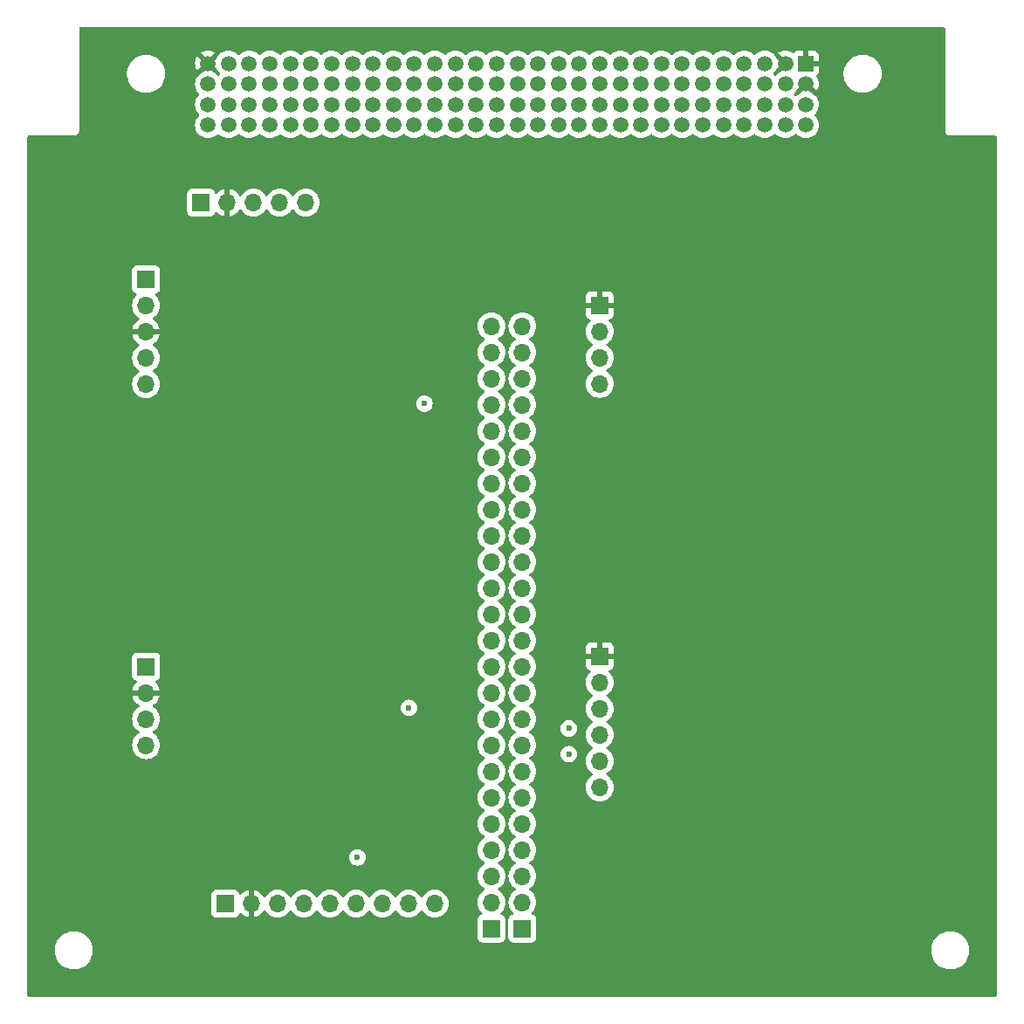
<source format=gbr>
%TF.GenerationSoftware,KiCad,Pcbnew,8.0.0*%
%TF.CreationDate,2025-01-17T00:29:12+02:00*%
%TF.ProjectId,diplomna_2024_sensors_pcb_layout,6469706c-6f6d-46e6-915f-323032345f73,rev?*%
%TF.SameCoordinates,Original*%
%TF.FileFunction,Copper,L2,Inr*%
%TF.FilePolarity,Positive*%
%FSLAX46Y46*%
G04 Gerber Fmt 4.6, Leading zero omitted, Abs format (unit mm)*
G04 Created by KiCad (PCBNEW 8.0.0) date 2025-01-17 00:29:12*
%MOMM*%
%LPD*%
G01*
G04 APERTURE LIST*
%TA.AperFunction,ComponentPad*%
%ADD10R,1.700000X1.700000*%
%TD*%
%TA.AperFunction,ComponentPad*%
%ADD11O,1.700000X1.700000*%
%TD*%
%TA.AperFunction,ComponentPad*%
%ADD12R,1.500000X1.500000*%
%TD*%
%TA.AperFunction,ComponentPad*%
%ADD13C,1.500000*%
%TD*%
%TA.AperFunction,ViaPad*%
%ADD14C,0.600000*%
%TD*%
G04 APERTURE END LIST*
D10*
%TO.N,VIN*%
%TO.C,REF\u002A\u002A*%
X174340000Y-68000000D03*
D11*
%TO.N,GND*%
X176880000Y-68000000D03*
%TO.N,SQW*%
X179420000Y-68000000D03*
%TO.N,SCL*%
X181960000Y-68000000D03*
%TO.N,SDA*%
X184500000Y-68000000D03*
%TD*%
D10*
%TO.N,GND*%
%TO.C,REF\u002A\u002A*%
X213000000Y-112000000D03*
D11*
%TO.N,VIN*%
X213000000Y-114540000D03*
%TO.N,miso*%
X213000000Y-117080000D03*
%TO.N,mosi*%
X213000000Y-119620000D03*
%TO.N,sck*%
X213000000Y-122160000D03*
%TO.N,cs*%
X213000000Y-124700000D03*
%TD*%
D10*
%TO.N,N/C*%
%TO.C,REF\u002A\u002A*%
X202500000Y-138400000D03*
D11*
X202500000Y-135860000D03*
X202500000Y-133320000D03*
X202500000Y-130780000D03*
X202500000Y-128240000D03*
X202500000Y-125700000D03*
X202500000Y-123160000D03*
X202500000Y-120620000D03*
X202500000Y-118080000D03*
X202500000Y-115540000D03*
X202500000Y-113000000D03*
%TO.N,cs*%
X202500000Y-110460000D03*
X202500000Y-107920000D03*
%TO.N,N/C*%
X202500000Y-105380000D03*
X202500000Y-102840000D03*
X202500000Y-100300000D03*
X202500000Y-97760000D03*
%TO.N,miso*%
X202500000Y-95220000D03*
%TO.N,mosi*%
X202500000Y-92680000D03*
%TO.N,sck*%
X202500000Y-90140000D03*
%TO.N,N/C*%
X202500000Y-87600000D03*
%TO.N,SDA*%
X202500000Y-85060000D03*
%TO.N,SCL*%
X202500000Y-82520000D03*
%TO.N,N/C*%
X202500000Y-79980000D03*
%TD*%
D10*
%TO.N,VIN*%
%TO.C,REF\u002A\u002A*%
X169000000Y-75460000D03*
D11*
%TO.N,N/C*%
X169000000Y-78000000D03*
%TO.N,GND*%
X169000000Y-80540000D03*
%TO.N,SCL*%
X169000000Y-83080000D03*
%TO.N,SDA*%
X169000000Y-85620000D03*
%TD*%
D10*
%TO.N,N/C*%
%TO.C,REF\u002A\u002A*%
X205500000Y-138400000D03*
D11*
X205500000Y-135860000D03*
X205500000Y-133320000D03*
X205500000Y-130780000D03*
X205500000Y-128240000D03*
X205500000Y-125700000D03*
X205500000Y-123160000D03*
X205500000Y-120620000D03*
X205500000Y-118080000D03*
X205500000Y-115540000D03*
X205500000Y-113000000D03*
%TO.N,cs*%
X205500000Y-110460000D03*
X205500000Y-107920000D03*
%TO.N,N/C*%
X205500000Y-105380000D03*
X205500000Y-102840000D03*
X205500000Y-100300000D03*
X205500000Y-97760000D03*
%TO.N,miso*%
X205500000Y-95220000D03*
%TO.N,mosi*%
X205500000Y-92680000D03*
%TO.N,sck*%
X205500000Y-90140000D03*
%TO.N,N/C*%
X205500000Y-87600000D03*
%TO.N,SDA*%
X205500000Y-85060000D03*
%TO.N,SCL*%
X205500000Y-82520000D03*
%TO.N,N/C*%
X205500000Y-79980000D03*
%TD*%
D10*
%TO.N,VIN*%
%TO.C,REF\u002A\u002A*%
X176680000Y-136000000D03*
D11*
%TO.N,GND*%
X179220000Y-136000000D03*
%TO.N,EN*%
X181760000Y-136000000D03*
%TO.N,N/C*%
X184300000Y-136000000D03*
%TO.N,sck*%
X186840000Y-136000000D03*
%TO.N,miso*%
X189380000Y-136000000D03*
%TO.N,mosi*%
X191920000Y-136000000D03*
%TO.N,cs*%
X194460000Y-136000000D03*
%TO.N,RST*%
X197000000Y-136000000D03*
%TD*%
D10*
%TO.N,VIN*%
%TO.C,REF\u002A\u002A*%
X169000000Y-113000000D03*
D11*
%TO.N,GND*%
X169000000Y-115540000D03*
%TO.N,SCL*%
X169000000Y-118080000D03*
%TO.N,SDA*%
X169000000Y-120620000D03*
%TD*%
D10*
%TO.N,GND*%
%TO.C,REF\u002A\u002A*%
X213000000Y-77960000D03*
D11*
%TO.N,TX*%
X213000000Y-80500000D03*
%TO.N,RX*%
X213000000Y-83040000D03*
%TO.N,VIN*%
X213000000Y-85580000D03*
%TD*%
D12*
%TO.N,GND*%
%TO.C,J\u002A\u002A*%
X233000000Y-54500000D03*
D13*
X231000000Y-54500000D03*
%TO.N,N/C*%
X229000000Y-54500000D03*
X227000000Y-54500000D03*
X225000000Y-54500000D03*
X223000000Y-54500000D03*
X221000000Y-54500000D03*
X219000000Y-54500000D03*
X217000000Y-54500000D03*
X215000000Y-54500000D03*
X213000000Y-54500000D03*
X211000000Y-54500000D03*
X209000000Y-54500000D03*
X207000000Y-54500000D03*
X205000000Y-54500000D03*
X203000000Y-54500000D03*
X201000000Y-54500000D03*
X199000000Y-54500000D03*
X197000000Y-54500000D03*
X195000000Y-54500000D03*
X193000000Y-54500000D03*
X191000000Y-54500000D03*
X189000000Y-54500000D03*
X187000000Y-54500000D03*
X185000000Y-54500000D03*
X183000000Y-54500000D03*
X181000000Y-54500000D03*
X179000000Y-54500000D03*
X177000000Y-54500000D03*
%TO.N,GND*%
X175000000Y-54500000D03*
X233000000Y-56500000D03*
%TO.N,N/C*%
X231000000Y-56500000D03*
X229000000Y-56500000D03*
X227000000Y-56500000D03*
X225000000Y-56500000D03*
X223000000Y-56500000D03*
X221000000Y-56500000D03*
X219000000Y-56500000D03*
X217000000Y-56500000D03*
X215000000Y-56500000D03*
X213000000Y-56500000D03*
X211000000Y-56500000D03*
X209000000Y-56500000D03*
X207000000Y-56500000D03*
X205000000Y-56500000D03*
X203000000Y-56500000D03*
X201000000Y-56500000D03*
X199000000Y-56500000D03*
X197000000Y-56500000D03*
X195000000Y-56500000D03*
X193000000Y-56500000D03*
X191000000Y-56500000D03*
X189000000Y-56500000D03*
X187000000Y-56500000D03*
X185000000Y-56500000D03*
X183000000Y-56500000D03*
X181000000Y-56500000D03*
X179000000Y-56500000D03*
X177000000Y-56500000D03*
X175000000Y-56500000D03*
X233000000Y-58500000D03*
X231000000Y-58500000D03*
X229000000Y-58500000D03*
X227000000Y-58500000D03*
X225000000Y-58500000D03*
X223000000Y-58500000D03*
X221000000Y-58500000D03*
X219000000Y-58500000D03*
X217000000Y-58500000D03*
X215000000Y-58500000D03*
X213000000Y-58500000D03*
X211000000Y-58500000D03*
X209000000Y-58500000D03*
X207000000Y-58500000D03*
X205000000Y-58500000D03*
X203000000Y-58500000D03*
X201000000Y-58500000D03*
X199000000Y-58500000D03*
X197000000Y-58500000D03*
X195000000Y-58500000D03*
X193000000Y-58500000D03*
X191000000Y-58500000D03*
X189000000Y-58500000D03*
X187000000Y-58500000D03*
X185000000Y-58500000D03*
X183000000Y-58500000D03*
X181000000Y-58500000D03*
X179000000Y-58500000D03*
X177000000Y-58500000D03*
%TO.N,VIN*%
X175000000Y-58500000D03*
%TO.N,N/C*%
X233000000Y-60500000D03*
X231000000Y-60500000D03*
X229000000Y-60500000D03*
X227000000Y-60500000D03*
X225000000Y-60500000D03*
X223000000Y-60500000D03*
X221000000Y-60500000D03*
X219000000Y-60500000D03*
X217000000Y-60500000D03*
X215000000Y-60500000D03*
X213000000Y-60500000D03*
X211000000Y-60500000D03*
X209000000Y-60500000D03*
X207000000Y-60500000D03*
X205000000Y-60500000D03*
X203000000Y-60500000D03*
X201000000Y-60500000D03*
X199000000Y-60500000D03*
%TO.N,RST*%
X197000000Y-60500000D03*
%TO.N,cs*%
X195000000Y-60500000D03*
%TO.N,N/C*%
X193000000Y-60500000D03*
X191000000Y-60500000D03*
X189000000Y-60500000D03*
%TO.N,TX*%
X187000000Y-60500000D03*
%TO.N,RX*%
X185000000Y-60500000D03*
%TO.N,SQW*%
X183000000Y-60500000D03*
%TO.N,N/C*%
X181000000Y-60500000D03*
X179000000Y-60500000D03*
X177000000Y-60500000D03*
%TO.N,VIN*%
X175000000Y-60500000D03*
%TD*%
D14*
%TO.N,SCL*%
X196000000Y-87500000D03*
%TO.N,miso*%
X189500000Y-131500000D03*
%TO.N,mosi*%
X210000000Y-119000000D03*
%TO.N,cs*%
X194500000Y-117000000D03*
%TO.N,sck*%
X210000000Y-121500000D03*
%TD*%
%TA.AperFunction,Conductor*%
%TO.N,GND*%
G36*
X232534075Y-56692993D02*
G01*
X232599901Y-56807007D01*
X232692993Y-56900099D01*
X232807007Y-56965925D01*
X232870590Y-56982962D01*
X232515787Y-57337765D01*
X232480512Y-57362466D01*
X232372359Y-57412899D01*
X232193121Y-57538402D01*
X232087681Y-57643843D01*
X232026358Y-57677328D01*
X231956666Y-57672344D01*
X231912320Y-57643844D01*
X231856157Y-57587682D01*
X231822671Y-57526359D01*
X231827655Y-57456667D01*
X231856156Y-57412319D01*
X231906010Y-57362465D01*
X231961598Y-57306877D01*
X232087102Y-57127639D01*
X232137537Y-57019479D01*
X232162233Y-56984211D01*
X232517036Y-56629407D01*
X232534075Y-56692993D01*
G37*
%TD.AperFunction*%
%TA.AperFunction,Conductor*%
G36*
X175837764Y-54984210D02*
G01*
X175862465Y-55019486D01*
X175912897Y-55127638D01*
X175937998Y-55163486D01*
X176038402Y-55306877D01*
X176038406Y-55306881D01*
X176143844Y-55412319D01*
X176177329Y-55473642D01*
X176172345Y-55543334D01*
X176143844Y-55587681D01*
X176087681Y-55643844D01*
X176026358Y-55677329D01*
X175956666Y-55672345D01*
X175912319Y-55643844D01*
X175806881Y-55538406D01*
X175806877Y-55538402D01*
X175663486Y-55437998D01*
X175627638Y-55412897D01*
X175519486Y-55362465D01*
X175484210Y-55337764D01*
X175129409Y-54982962D01*
X175192993Y-54965925D01*
X175307007Y-54900099D01*
X175400099Y-54807007D01*
X175465925Y-54692993D01*
X175482962Y-54629409D01*
X175837764Y-54984210D01*
G37*
%TD.AperFunction*%
%TA.AperFunction,Conductor*%
G36*
X230534075Y-54692993D02*
G01*
X230599901Y-54807007D01*
X230692993Y-54900099D01*
X230807007Y-54965925D01*
X230870590Y-54982962D01*
X230515787Y-55337765D01*
X230480512Y-55362466D01*
X230372359Y-55412899D01*
X230193121Y-55538402D01*
X230087681Y-55643843D01*
X230026358Y-55677328D01*
X229956666Y-55672344D01*
X229912320Y-55643844D01*
X229856157Y-55587682D01*
X229822671Y-55526359D01*
X229827655Y-55456667D01*
X229856156Y-55412319D01*
X229906010Y-55362465D01*
X229961598Y-55306877D01*
X230087102Y-55127639D01*
X230137537Y-55019479D01*
X230162233Y-54984211D01*
X230517037Y-54629408D01*
X230534075Y-54692993D01*
G37*
%TD.AperFunction*%
%TA.AperFunction,Conductor*%
G36*
X246442539Y-51020185D02*
G01*
X246488294Y-51072989D01*
X246499500Y-51124500D01*
X246499500Y-61065891D01*
X246533608Y-61193187D01*
X246566554Y-61250250D01*
X246599500Y-61307314D01*
X246692686Y-61400500D01*
X246791521Y-61457563D01*
X246798510Y-61461598D01*
X246806814Y-61466392D01*
X246934108Y-61500500D01*
X251375500Y-61500500D01*
X251442539Y-61520185D01*
X251488294Y-61572989D01*
X251499500Y-61624500D01*
X251499500Y-144875500D01*
X251479815Y-144942539D01*
X251427011Y-144988294D01*
X251375500Y-144999500D01*
X157624500Y-144999500D01*
X157557461Y-144979815D01*
X157511706Y-144927011D01*
X157500500Y-144875500D01*
X157500500Y-140621288D01*
X160149500Y-140621288D01*
X160181161Y-140861785D01*
X160243947Y-141096104D01*
X160336773Y-141320205D01*
X160336776Y-141320212D01*
X160458064Y-141530289D01*
X160458066Y-141530292D01*
X160458067Y-141530293D01*
X160605733Y-141722736D01*
X160605739Y-141722743D01*
X160777256Y-141894260D01*
X160777262Y-141894265D01*
X160969711Y-142041936D01*
X161179788Y-142163224D01*
X161403900Y-142256054D01*
X161638211Y-142318838D01*
X161818586Y-142342584D01*
X161878711Y-142350500D01*
X161878712Y-142350500D01*
X162121289Y-142350500D01*
X162169388Y-142344167D01*
X162361789Y-142318838D01*
X162596100Y-142256054D01*
X162820212Y-142163224D01*
X163030289Y-142041936D01*
X163222738Y-141894265D01*
X163394265Y-141722738D01*
X163541936Y-141530289D01*
X163663224Y-141320212D01*
X163756054Y-141096100D01*
X163818838Y-140861789D01*
X163850500Y-140621288D01*
X245149500Y-140621288D01*
X245181161Y-140861785D01*
X245243947Y-141096104D01*
X245336773Y-141320205D01*
X245336776Y-141320212D01*
X245458064Y-141530289D01*
X245458066Y-141530292D01*
X245458067Y-141530293D01*
X245605733Y-141722736D01*
X245605739Y-141722743D01*
X245777256Y-141894260D01*
X245777262Y-141894265D01*
X245969711Y-142041936D01*
X246179788Y-142163224D01*
X246403900Y-142256054D01*
X246638211Y-142318838D01*
X246818586Y-142342584D01*
X246878711Y-142350500D01*
X246878712Y-142350500D01*
X247121289Y-142350500D01*
X247169388Y-142344167D01*
X247361789Y-142318838D01*
X247596100Y-142256054D01*
X247820212Y-142163224D01*
X248030289Y-142041936D01*
X248222738Y-141894265D01*
X248394265Y-141722738D01*
X248541936Y-141530289D01*
X248663224Y-141320212D01*
X248756054Y-141096100D01*
X248818838Y-140861789D01*
X248850500Y-140621288D01*
X248850500Y-140378712D01*
X248818838Y-140138211D01*
X248756054Y-139903900D01*
X248663224Y-139679788D01*
X248541936Y-139469711D01*
X248410083Y-139297876D01*
X248394266Y-139277263D01*
X248394260Y-139277256D01*
X248222743Y-139105739D01*
X248222736Y-139105733D01*
X248030293Y-138958067D01*
X248030292Y-138958066D01*
X248030289Y-138958064D01*
X247820212Y-138836776D01*
X247820205Y-138836773D01*
X247596104Y-138743947D01*
X247361785Y-138681161D01*
X247121289Y-138649500D01*
X247121288Y-138649500D01*
X246878712Y-138649500D01*
X246878711Y-138649500D01*
X246638214Y-138681161D01*
X246403895Y-138743947D01*
X246179794Y-138836773D01*
X246179785Y-138836777D01*
X245969706Y-138958067D01*
X245777263Y-139105733D01*
X245777256Y-139105739D01*
X245605739Y-139277256D01*
X245605733Y-139277263D01*
X245458067Y-139469706D01*
X245336777Y-139679785D01*
X245336773Y-139679794D01*
X245243947Y-139903895D01*
X245181161Y-140138214D01*
X245149500Y-140378711D01*
X245149500Y-140621288D01*
X163850500Y-140621288D01*
X163850500Y-140378712D01*
X163818838Y-140138211D01*
X163756054Y-139903900D01*
X163663224Y-139679788D01*
X163541936Y-139469711D01*
X163410083Y-139297876D01*
X163394266Y-139277263D01*
X163394260Y-139277256D01*
X163222743Y-139105739D01*
X163222736Y-139105733D01*
X163030293Y-138958067D01*
X163030292Y-138958066D01*
X163030289Y-138958064D01*
X162820212Y-138836776D01*
X162820205Y-138836773D01*
X162596104Y-138743947D01*
X162361785Y-138681161D01*
X162121289Y-138649500D01*
X162121288Y-138649500D01*
X161878712Y-138649500D01*
X161878711Y-138649500D01*
X161638214Y-138681161D01*
X161403895Y-138743947D01*
X161179794Y-138836773D01*
X161179785Y-138836777D01*
X160969706Y-138958067D01*
X160777263Y-139105733D01*
X160777256Y-139105739D01*
X160605739Y-139277256D01*
X160605733Y-139277263D01*
X160458067Y-139469706D01*
X160336777Y-139679785D01*
X160336773Y-139679794D01*
X160243947Y-139903895D01*
X160181161Y-140138214D01*
X160149500Y-140378711D01*
X160149500Y-140621288D01*
X157500500Y-140621288D01*
X157500500Y-136897870D01*
X175329500Y-136897870D01*
X175329501Y-136897876D01*
X175335908Y-136957483D01*
X175386202Y-137092328D01*
X175386206Y-137092335D01*
X175472452Y-137207544D01*
X175472455Y-137207547D01*
X175587664Y-137293793D01*
X175587671Y-137293797D01*
X175722517Y-137344091D01*
X175722516Y-137344091D01*
X175729444Y-137344835D01*
X175782127Y-137350500D01*
X177577872Y-137350499D01*
X177637483Y-137344091D01*
X177772331Y-137293796D01*
X177887546Y-137207546D01*
X177973796Y-137092331D01*
X178023002Y-136960401D01*
X178064872Y-136904468D01*
X178130337Y-136880050D01*
X178198610Y-136894901D01*
X178226865Y-136916053D01*
X178348917Y-137038105D01*
X178542421Y-137173600D01*
X178756507Y-137273429D01*
X178756516Y-137273433D01*
X178970000Y-137330634D01*
X178970000Y-136433012D01*
X179027007Y-136465925D01*
X179154174Y-136500000D01*
X179285826Y-136500000D01*
X179412993Y-136465925D01*
X179470000Y-136433012D01*
X179470000Y-137330633D01*
X179683483Y-137273433D01*
X179683492Y-137273429D01*
X179897578Y-137173600D01*
X180091082Y-137038105D01*
X180258105Y-136871082D01*
X180388119Y-136685405D01*
X180442696Y-136641781D01*
X180512195Y-136634588D01*
X180574549Y-136666110D01*
X180591269Y-136685405D01*
X180721505Y-136871401D01*
X180888599Y-137038495D01*
X180985295Y-137106202D01*
X181082165Y-137174032D01*
X181082167Y-137174033D01*
X181082170Y-137174035D01*
X181296337Y-137273903D01*
X181524592Y-137335063D01*
X181701034Y-137350500D01*
X181759999Y-137355659D01*
X181760000Y-137355659D01*
X181760001Y-137355659D01*
X181818966Y-137350500D01*
X181995408Y-137335063D01*
X182223663Y-137273903D01*
X182437830Y-137174035D01*
X182631401Y-137038495D01*
X182798495Y-136871401D01*
X182928425Y-136685842D01*
X182983002Y-136642217D01*
X183052500Y-136635023D01*
X183114855Y-136666546D01*
X183131575Y-136685842D01*
X183261500Y-136871395D01*
X183261505Y-136871401D01*
X183428599Y-137038495D01*
X183525295Y-137106202D01*
X183622165Y-137174032D01*
X183622167Y-137174033D01*
X183622170Y-137174035D01*
X183836337Y-137273903D01*
X184064592Y-137335063D01*
X184241034Y-137350500D01*
X184299999Y-137355659D01*
X184300000Y-137355659D01*
X184300001Y-137355659D01*
X184358966Y-137350500D01*
X184535408Y-137335063D01*
X184763663Y-137273903D01*
X184977830Y-137174035D01*
X185171401Y-137038495D01*
X185338495Y-136871401D01*
X185468425Y-136685842D01*
X185523002Y-136642217D01*
X185592500Y-136635023D01*
X185654855Y-136666546D01*
X185671575Y-136685842D01*
X185801500Y-136871395D01*
X185801505Y-136871401D01*
X185968599Y-137038495D01*
X186065295Y-137106202D01*
X186162165Y-137174032D01*
X186162167Y-137174033D01*
X186162170Y-137174035D01*
X186376337Y-137273903D01*
X186604592Y-137335063D01*
X186781034Y-137350500D01*
X186839999Y-137355659D01*
X186840000Y-137355659D01*
X186840001Y-137355659D01*
X186898966Y-137350500D01*
X187075408Y-137335063D01*
X187303663Y-137273903D01*
X187517830Y-137174035D01*
X187711401Y-137038495D01*
X187878495Y-136871401D01*
X188008425Y-136685842D01*
X188063002Y-136642217D01*
X188132500Y-136635023D01*
X188194855Y-136666546D01*
X188211575Y-136685842D01*
X188341500Y-136871395D01*
X188341505Y-136871401D01*
X188508599Y-137038495D01*
X188605295Y-137106202D01*
X188702165Y-137174032D01*
X188702167Y-137174033D01*
X188702170Y-137174035D01*
X188916337Y-137273903D01*
X189144592Y-137335063D01*
X189321034Y-137350500D01*
X189379999Y-137355659D01*
X189380000Y-137355659D01*
X189380001Y-137355659D01*
X189438966Y-137350500D01*
X189615408Y-137335063D01*
X189843663Y-137273903D01*
X190057830Y-137174035D01*
X190251401Y-137038495D01*
X190418495Y-136871401D01*
X190548425Y-136685842D01*
X190603002Y-136642217D01*
X190672500Y-136635023D01*
X190734855Y-136666546D01*
X190751575Y-136685842D01*
X190881500Y-136871395D01*
X190881505Y-136871401D01*
X191048599Y-137038495D01*
X191145295Y-137106202D01*
X191242165Y-137174032D01*
X191242167Y-137174033D01*
X191242170Y-137174035D01*
X191456337Y-137273903D01*
X191684592Y-137335063D01*
X191861034Y-137350500D01*
X191919999Y-137355659D01*
X191920000Y-137355659D01*
X191920001Y-137355659D01*
X191978966Y-137350500D01*
X192155408Y-137335063D01*
X192383663Y-137273903D01*
X192597830Y-137174035D01*
X192791401Y-137038495D01*
X192958495Y-136871401D01*
X193088425Y-136685842D01*
X193143002Y-136642217D01*
X193212500Y-136635023D01*
X193274855Y-136666546D01*
X193291575Y-136685842D01*
X193421500Y-136871395D01*
X193421505Y-136871401D01*
X193588599Y-137038495D01*
X193685295Y-137106202D01*
X193782165Y-137174032D01*
X193782167Y-137174033D01*
X193782170Y-137174035D01*
X193996337Y-137273903D01*
X194224592Y-137335063D01*
X194401034Y-137350500D01*
X194459999Y-137355659D01*
X194460000Y-137355659D01*
X194460001Y-137355659D01*
X194518966Y-137350500D01*
X194695408Y-137335063D01*
X194923663Y-137273903D01*
X195137830Y-137174035D01*
X195331401Y-137038495D01*
X195498495Y-136871401D01*
X195628425Y-136685842D01*
X195683002Y-136642217D01*
X195752500Y-136635023D01*
X195814855Y-136666546D01*
X195831575Y-136685842D01*
X195961500Y-136871395D01*
X195961505Y-136871401D01*
X196128599Y-137038495D01*
X196225295Y-137106202D01*
X196322165Y-137174032D01*
X196322167Y-137174033D01*
X196322170Y-137174035D01*
X196536337Y-137273903D01*
X196764592Y-137335063D01*
X196941034Y-137350500D01*
X196999999Y-137355659D01*
X197000000Y-137355659D01*
X197000001Y-137355659D01*
X197058966Y-137350500D01*
X197235408Y-137335063D01*
X197463663Y-137273903D01*
X197677830Y-137174035D01*
X197871401Y-137038495D01*
X198038495Y-136871401D01*
X198174035Y-136677830D01*
X198273903Y-136463663D01*
X198335063Y-136235408D01*
X198355659Y-136000000D01*
X198343410Y-135860000D01*
X201144341Y-135860000D01*
X201164936Y-136095403D01*
X201164938Y-136095413D01*
X201226094Y-136323655D01*
X201226096Y-136323659D01*
X201226097Y-136323663D01*
X201261740Y-136400099D01*
X201325965Y-136537830D01*
X201325967Y-136537834D01*
X201415788Y-136666110D01*
X201461501Y-136731396D01*
X201461506Y-136731402D01*
X201583430Y-136853326D01*
X201616915Y-136914649D01*
X201611931Y-136984341D01*
X201570059Y-137040274D01*
X201539083Y-137057189D01*
X201407669Y-137106203D01*
X201407664Y-137106206D01*
X201292455Y-137192452D01*
X201292452Y-137192455D01*
X201206206Y-137307664D01*
X201206202Y-137307671D01*
X201155908Y-137442517D01*
X201149501Y-137502116D01*
X201149501Y-137502123D01*
X201149500Y-137502135D01*
X201149500Y-139297870D01*
X201149501Y-139297876D01*
X201155908Y-139357483D01*
X201206202Y-139492328D01*
X201206206Y-139492335D01*
X201292452Y-139607544D01*
X201292455Y-139607547D01*
X201407664Y-139693793D01*
X201407671Y-139693797D01*
X201542517Y-139744091D01*
X201542516Y-139744091D01*
X201549444Y-139744835D01*
X201602127Y-139750500D01*
X203397872Y-139750499D01*
X203457483Y-139744091D01*
X203592331Y-139693796D01*
X203707546Y-139607546D01*
X203793796Y-139492331D01*
X203844091Y-139357483D01*
X203850500Y-139297873D01*
X203850499Y-137502128D01*
X203844091Y-137442517D01*
X203804013Y-137335063D01*
X203793797Y-137307671D01*
X203793793Y-137307664D01*
X203707547Y-137192455D01*
X203707544Y-137192452D01*
X203592335Y-137106206D01*
X203592328Y-137106202D01*
X203460917Y-137057189D01*
X203404983Y-137015318D01*
X203380566Y-136949853D01*
X203395418Y-136881580D01*
X203416563Y-136853332D01*
X203538495Y-136731401D01*
X203674035Y-136537830D01*
X203773903Y-136323663D01*
X203835063Y-136095408D01*
X203855659Y-135860000D01*
X204144341Y-135860000D01*
X204164936Y-136095403D01*
X204164938Y-136095413D01*
X204226094Y-136323655D01*
X204226096Y-136323659D01*
X204226097Y-136323663D01*
X204261740Y-136400099D01*
X204325965Y-136537830D01*
X204325967Y-136537834D01*
X204415788Y-136666110D01*
X204461501Y-136731396D01*
X204461506Y-136731402D01*
X204583430Y-136853326D01*
X204616915Y-136914649D01*
X204611931Y-136984341D01*
X204570059Y-137040274D01*
X204539083Y-137057189D01*
X204407669Y-137106203D01*
X204407664Y-137106206D01*
X204292455Y-137192452D01*
X204292452Y-137192455D01*
X204206206Y-137307664D01*
X204206202Y-137307671D01*
X204155908Y-137442517D01*
X204149501Y-137502116D01*
X204149501Y-137502123D01*
X204149500Y-137502135D01*
X204149500Y-139297870D01*
X204149501Y-139297876D01*
X204155908Y-139357483D01*
X204206202Y-139492328D01*
X204206206Y-139492335D01*
X204292452Y-139607544D01*
X204292455Y-139607547D01*
X204407664Y-139693793D01*
X204407671Y-139693797D01*
X204542517Y-139744091D01*
X204542516Y-139744091D01*
X204549444Y-139744835D01*
X204602127Y-139750500D01*
X206397872Y-139750499D01*
X206457483Y-139744091D01*
X206592331Y-139693796D01*
X206707546Y-139607546D01*
X206793796Y-139492331D01*
X206844091Y-139357483D01*
X206850500Y-139297873D01*
X206850499Y-137502128D01*
X206844091Y-137442517D01*
X206804013Y-137335063D01*
X206793797Y-137307671D01*
X206793793Y-137307664D01*
X206707547Y-137192455D01*
X206707544Y-137192452D01*
X206592335Y-137106206D01*
X206592328Y-137106202D01*
X206460917Y-137057189D01*
X206404983Y-137015318D01*
X206380566Y-136949853D01*
X206395418Y-136881580D01*
X206416563Y-136853332D01*
X206538495Y-136731401D01*
X206674035Y-136537830D01*
X206773903Y-136323663D01*
X206835063Y-136095408D01*
X206855659Y-135860000D01*
X206835063Y-135624592D01*
X206773903Y-135396337D01*
X206674035Y-135182171D01*
X206636749Y-135128920D01*
X206538494Y-134988597D01*
X206371402Y-134821506D01*
X206371396Y-134821501D01*
X206185842Y-134691575D01*
X206142217Y-134636998D01*
X206135023Y-134567500D01*
X206166546Y-134505145D01*
X206185842Y-134488425D01*
X206208026Y-134472891D01*
X206371401Y-134358495D01*
X206538495Y-134191401D01*
X206674035Y-133997830D01*
X206773903Y-133783663D01*
X206835063Y-133555408D01*
X206855659Y-133320000D01*
X206835063Y-133084592D01*
X206773903Y-132856337D01*
X206674035Y-132642171D01*
X206538495Y-132448599D01*
X206538494Y-132448597D01*
X206371402Y-132281506D01*
X206371396Y-132281501D01*
X206185842Y-132151575D01*
X206142217Y-132096998D01*
X206135023Y-132027500D01*
X206166546Y-131965145D01*
X206185842Y-131948425D01*
X206327088Y-131849523D01*
X206371401Y-131818495D01*
X206538495Y-131651401D01*
X206674035Y-131457830D01*
X206773903Y-131243663D01*
X206835063Y-131015408D01*
X206855659Y-130780000D01*
X206835063Y-130544592D01*
X206773903Y-130316337D01*
X206674035Y-130102171D01*
X206538495Y-129908599D01*
X206538494Y-129908597D01*
X206371402Y-129741506D01*
X206371396Y-129741501D01*
X206185842Y-129611575D01*
X206142217Y-129556998D01*
X206135023Y-129487500D01*
X206166546Y-129425145D01*
X206185842Y-129408425D01*
X206208026Y-129392891D01*
X206371401Y-129278495D01*
X206538495Y-129111401D01*
X206674035Y-128917830D01*
X206773903Y-128703663D01*
X206835063Y-128475408D01*
X206855659Y-128240000D01*
X206835063Y-128004592D01*
X206773903Y-127776337D01*
X206674035Y-127562171D01*
X206538495Y-127368599D01*
X206538494Y-127368597D01*
X206371402Y-127201506D01*
X206371396Y-127201501D01*
X206185842Y-127071575D01*
X206142217Y-127016998D01*
X206135023Y-126947500D01*
X206166546Y-126885145D01*
X206185842Y-126868425D01*
X206208026Y-126852891D01*
X206371401Y-126738495D01*
X206538495Y-126571401D01*
X206674035Y-126377830D01*
X206773903Y-126163663D01*
X206835063Y-125935408D01*
X206855659Y-125700000D01*
X206835063Y-125464592D01*
X206773903Y-125236337D01*
X206674035Y-125022171D01*
X206613284Y-124935408D01*
X206538494Y-124828597D01*
X206409896Y-124700000D01*
X211644341Y-124700000D01*
X211664936Y-124935403D01*
X211664938Y-124935413D01*
X211726094Y-125163655D01*
X211726096Y-125163659D01*
X211726097Y-125163663D01*
X211759985Y-125236335D01*
X211825965Y-125377830D01*
X211825967Y-125377834D01*
X211886712Y-125464586D01*
X211961505Y-125571401D01*
X212128599Y-125738495D01*
X212225384Y-125806265D01*
X212322165Y-125874032D01*
X212322167Y-125874033D01*
X212322170Y-125874035D01*
X212536337Y-125973903D01*
X212764592Y-126035063D01*
X212952918Y-126051539D01*
X212999999Y-126055659D01*
X213000000Y-126055659D01*
X213000001Y-126055659D01*
X213039234Y-126052226D01*
X213235408Y-126035063D01*
X213463663Y-125973903D01*
X213677830Y-125874035D01*
X213871401Y-125738495D01*
X214038495Y-125571401D01*
X214174035Y-125377830D01*
X214273903Y-125163663D01*
X214335063Y-124935408D01*
X214355659Y-124700000D01*
X214335063Y-124464592D01*
X214273903Y-124236337D01*
X214174035Y-124022171D01*
X214044962Y-123837834D01*
X214038494Y-123828597D01*
X213871402Y-123661506D01*
X213871396Y-123661501D01*
X213685842Y-123531575D01*
X213642217Y-123476998D01*
X213635023Y-123407500D01*
X213666546Y-123345145D01*
X213685842Y-123328425D01*
X213708026Y-123312891D01*
X213871401Y-123198495D01*
X214038495Y-123031401D01*
X214174035Y-122837830D01*
X214273903Y-122623663D01*
X214335063Y-122395408D01*
X214355659Y-122160000D01*
X214335063Y-121924592D01*
X214273903Y-121696337D01*
X214174035Y-121482171D01*
X214061008Y-121320750D01*
X214038494Y-121288597D01*
X213871402Y-121121506D01*
X213871396Y-121121501D01*
X213685842Y-120991575D01*
X213642217Y-120936998D01*
X213635023Y-120867500D01*
X213666546Y-120805145D01*
X213685842Y-120788425D01*
X213791229Y-120714632D01*
X213871401Y-120658495D01*
X214038495Y-120491401D01*
X214174035Y-120297830D01*
X214273903Y-120083663D01*
X214335063Y-119855408D01*
X214355659Y-119620000D01*
X214335063Y-119384592D01*
X214273903Y-119156337D01*
X214174035Y-118942171D01*
X214089016Y-118820750D01*
X214038494Y-118748597D01*
X213871402Y-118581506D01*
X213871396Y-118581501D01*
X213685842Y-118451575D01*
X213642217Y-118396998D01*
X213635023Y-118327500D01*
X213666546Y-118265145D01*
X213685842Y-118248425D01*
X213734106Y-118214630D01*
X213871401Y-118118495D01*
X214038495Y-117951401D01*
X214174035Y-117757830D01*
X214273903Y-117543663D01*
X214335063Y-117315408D01*
X214355659Y-117080000D01*
X214335063Y-116844592D01*
X214273903Y-116616337D01*
X214174035Y-116402171D01*
X214044962Y-116217834D01*
X214038494Y-116208597D01*
X213871402Y-116041506D01*
X213871396Y-116041501D01*
X213685842Y-115911575D01*
X213642217Y-115856998D01*
X213635023Y-115787500D01*
X213666546Y-115725145D01*
X213685842Y-115708425D01*
X213832368Y-115605826D01*
X213871401Y-115578495D01*
X214038495Y-115411401D01*
X214174035Y-115217830D01*
X214273903Y-115003663D01*
X214335063Y-114775408D01*
X214355659Y-114540000D01*
X214335063Y-114304592D01*
X214273903Y-114076337D01*
X214174035Y-113862171D01*
X214044961Y-113677834D01*
X214038496Y-113668600D01*
X214038495Y-113668599D01*
X213916179Y-113546283D01*
X213882696Y-113484963D01*
X213887680Y-113415271D01*
X213929551Y-113359337D01*
X213960529Y-113342422D01*
X214092086Y-113293354D01*
X214092093Y-113293350D01*
X214207187Y-113207190D01*
X214207190Y-113207187D01*
X214293350Y-113092093D01*
X214293354Y-113092086D01*
X214343596Y-112957379D01*
X214343598Y-112957372D01*
X214349999Y-112897844D01*
X214350000Y-112897827D01*
X214350000Y-112250000D01*
X213433012Y-112250000D01*
X213465925Y-112192993D01*
X213500000Y-112065826D01*
X213500000Y-111934174D01*
X213465925Y-111807007D01*
X213433012Y-111750000D01*
X214350000Y-111750000D01*
X214350000Y-111102172D01*
X214349999Y-111102155D01*
X214343598Y-111042627D01*
X214343596Y-111042620D01*
X214293354Y-110907913D01*
X214293350Y-110907906D01*
X214207190Y-110792812D01*
X214207187Y-110792809D01*
X214092093Y-110706649D01*
X214092086Y-110706645D01*
X213957379Y-110656403D01*
X213957372Y-110656401D01*
X213897844Y-110650000D01*
X213250000Y-110650000D01*
X213250000Y-111566988D01*
X213192993Y-111534075D01*
X213065826Y-111500000D01*
X212934174Y-111500000D01*
X212807007Y-111534075D01*
X212750000Y-111566988D01*
X212750000Y-110650000D01*
X212102155Y-110650000D01*
X212042627Y-110656401D01*
X212042620Y-110656403D01*
X211907913Y-110706645D01*
X211907906Y-110706649D01*
X211792812Y-110792809D01*
X211792809Y-110792812D01*
X211706649Y-110907906D01*
X211706645Y-110907913D01*
X211656403Y-111042620D01*
X211656401Y-111042627D01*
X211650000Y-111102155D01*
X211650000Y-111750000D01*
X212566988Y-111750000D01*
X212534075Y-111807007D01*
X212500000Y-111934174D01*
X212500000Y-112065826D01*
X212534075Y-112192993D01*
X212566988Y-112250000D01*
X211650000Y-112250000D01*
X211650000Y-112897844D01*
X211656401Y-112957372D01*
X211656403Y-112957379D01*
X211706645Y-113092086D01*
X211706649Y-113092093D01*
X211792809Y-113207187D01*
X211792812Y-113207190D01*
X211907906Y-113293350D01*
X211907913Y-113293354D01*
X212039470Y-113342421D01*
X212095403Y-113384292D01*
X212119821Y-113449756D01*
X212104970Y-113518029D01*
X212083819Y-113546284D01*
X211961503Y-113668600D01*
X211825965Y-113862169D01*
X211825964Y-113862171D01*
X211726098Y-114076335D01*
X211726094Y-114076344D01*
X211664938Y-114304586D01*
X211664936Y-114304596D01*
X211644341Y-114539999D01*
X211644341Y-114540000D01*
X211664936Y-114775403D01*
X211664938Y-114775413D01*
X211726094Y-115003655D01*
X211726096Y-115003659D01*
X211726097Y-115003663D01*
X211758931Y-115074075D01*
X211825965Y-115217830D01*
X211825967Y-115217834D01*
X211961501Y-115411395D01*
X211961506Y-115411402D01*
X212128597Y-115578493D01*
X212128603Y-115578498D01*
X212314158Y-115708425D01*
X212357783Y-115763002D01*
X212364977Y-115832500D01*
X212333454Y-115894855D01*
X212314158Y-115911575D01*
X212128597Y-116041505D01*
X211961505Y-116208597D01*
X211825965Y-116402169D01*
X211825964Y-116402171D01*
X211726098Y-116616335D01*
X211726094Y-116616344D01*
X211664938Y-116844586D01*
X211664936Y-116844596D01*
X211644341Y-117079999D01*
X211644341Y-117080000D01*
X211664936Y-117315403D01*
X211664938Y-117315413D01*
X211726094Y-117543655D01*
X211726096Y-117543659D01*
X211726097Y-117543663D01*
X211766271Y-117629816D01*
X211825965Y-117757830D01*
X211825967Y-117757834D01*
X211961501Y-117951395D01*
X211961506Y-117951402D01*
X212128597Y-118118493D01*
X212128603Y-118118498D01*
X212314158Y-118248425D01*
X212357783Y-118303002D01*
X212364977Y-118372500D01*
X212333454Y-118434855D01*
X212314158Y-118451575D01*
X212128597Y-118581505D01*
X211961505Y-118748597D01*
X211825965Y-118942169D01*
X211825964Y-118942171D01*
X211726098Y-119156335D01*
X211726094Y-119156344D01*
X211664938Y-119384586D01*
X211664936Y-119384596D01*
X211644341Y-119619999D01*
X211644341Y-119620000D01*
X211664936Y-119855403D01*
X211664938Y-119855413D01*
X211726094Y-120083655D01*
X211726096Y-120083659D01*
X211726097Y-120083663D01*
X211759985Y-120156335D01*
X211825965Y-120297830D01*
X211825967Y-120297834D01*
X211961501Y-120491395D01*
X211961506Y-120491402D01*
X212128597Y-120658493D01*
X212128603Y-120658498D01*
X212314158Y-120788425D01*
X212357783Y-120843002D01*
X212364977Y-120912500D01*
X212333454Y-120974855D01*
X212314158Y-120991575D01*
X212128597Y-121121505D01*
X211961505Y-121288597D01*
X211825965Y-121482169D01*
X211825964Y-121482171D01*
X211726098Y-121696335D01*
X211726094Y-121696344D01*
X211664938Y-121924586D01*
X211664936Y-121924596D01*
X211644341Y-122159999D01*
X211644341Y-122160000D01*
X211664936Y-122395403D01*
X211664938Y-122395413D01*
X211726094Y-122623655D01*
X211726096Y-122623659D01*
X211726097Y-122623663D01*
X211759985Y-122696335D01*
X211825965Y-122837830D01*
X211825967Y-122837834D01*
X211961501Y-123031395D01*
X211961506Y-123031402D01*
X212128597Y-123198493D01*
X212128603Y-123198498D01*
X212314158Y-123328425D01*
X212357783Y-123383002D01*
X212364977Y-123452500D01*
X212333454Y-123514855D01*
X212314158Y-123531575D01*
X212128597Y-123661505D01*
X211961505Y-123828597D01*
X211825965Y-124022169D01*
X211825964Y-124022171D01*
X211726098Y-124236335D01*
X211726094Y-124236344D01*
X211664938Y-124464586D01*
X211664936Y-124464596D01*
X211644341Y-124699999D01*
X211644341Y-124700000D01*
X206409896Y-124700000D01*
X206371402Y-124661506D01*
X206371396Y-124661501D01*
X206185842Y-124531575D01*
X206142217Y-124476998D01*
X206135023Y-124407500D01*
X206166546Y-124345145D01*
X206185842Y-124328425D01*
X206317357Y-124236337D01*
X206371401Y-124198495D01*
X206538495Y-124031401D01*
X206674035Y-123837830D01*
X206773903Y-123623663D01*
X206835063Y-123395408D01*
X206855659Y-123160000D01*
X206835063Y-122924592D01*
X206773903Y-122696337D01*
X206674035Y-122482171D01*
X206613284Y-122395408D01*
X206538494Y-122288597D01*
X206371402Y-122121506D01*
X206371396Y-122121501D01*
X206185842Y-121991575D01*
X206142217Y-121936998D01*
X206135023Y-121867500D01*
X206166546Y-121805145D01*
X206185842Y-121788425D01*
X206317357Y-121696337D01*
X206371401Y-121658495D01*
X206529893Y-121500003D01*
X209194435Y-121500003D01*
X209214630Y-121679249D01*
X209214631Y-121679254D01*
X209274211Y-121849523D01*
X209340527Y-121955063D01*
X209370184Y-122002262D01*
X209497738Y-122129816D01*
X209650478Y-122225789D01*
X209820745Y-122285368D01*
X209820750Y-122285369D01*
X209999996Y-122305565D01*
X210000000Y-122305565D01*
X210000004Y-122305565D01*
X210179249Y-122285369D01*
X210179252Y-122285368D01*
X210179255Y-122285368D01*
X210349522Y-122225789D01*
X210502262Y-122129816D01*
X210629816Y-122002262D01*
X210725789Y-121849522D01*
X210785368Y-121679255D01*
X210787707Y-121658495D01*
X210805565Y-121500003D01*
X210805565Y-121499996D01*
X210785369Y-121320750D01*
X210785368Y-121320745D01*
X210725788Y-121150476D01*
X210629815Y-120997737D01*
X210502262Y-120870184D01*
X210349523Y-120774211D01*
X210179254Y-120714631D01*
X210179249Y-120714630D01*
X210000004Y-120694435D01*
X209999996Y-120694435D01*
X209820750Y-120714630D01*
X209820745Y-120714631D01*
X209650476Y-120774211D01*
X209497737Y-120870184D01*
X209370184Y-120997737D01*
X209274211Y-121150476D01*
X209214631Y-121320745D01*
X209214630Y-121320750D01*
X209194435Y-121499996D01*
X209194435Y-121500003D01*
X206529893Y-121500003D01*
X206538495Y-121491401D01*
X206674035Y-121297830D01*
X206773903Y-121083663D01*
X206835063Y-120855408D01*
X206855659Y-120620000D01*
X206835063Y-120384592D01*
X206773903Y-120156337D01*
X206674035Y-119942171D01*
X206613284Y-119855408D01*
X206538494Y-119748597D01*
X206371402Y-119581506D01*
X206371396Y-119581501D01*
X206185842Y-119451575D01*
X206142217Y-119396998D01*
X206135023Y-119327500D01*
X206166546Y-119265145D01*
X206185842Y-119248425D01*
X206208026Y-119232891D01*
X206371401Y-119118495D01*
X206489893Y-119000003D01*
X209194435Y-119000003D01*
X209214630Y-119179249D01*
X209214631Y-119179254D01*
X209274211Y-119349523D01*
X209296249Y-119384596D01*
X209370184Y-119502262D01*
X209497738Y-119629816D01*
X209650478Y-119725789D01*
X209820745Y-119785368D01*
X209820750Y-119785369D01*
X209999996Y-119805565D01*
X210000000Y-119805565D01*
X210000004Y-119805565D01*
X210179249Y-119785369D01*
X210179252Y-119785368D01*
X210179255Y-119785368D01*
X210349522Y-119725789D01*
X210502262Y-119629816D01*
X210629816Y-119502262D01*
X210725789Y-119349522D01*
X210785368Y-119179255D01*
X210785369Y-119179249D01*
X210805565Y-119000003D01*
X210805565Y-118999996D01*
X210785369Y-118820750D01*
X210785368Y-118820745D01*
X210725788Y-118650476D01*
X210658673Y-118543664D01*
X210629816Y-118497738D01*
X210502262Y-118370184D01*
X210349523Y-118274211D01*
X210179254Y-118214631D01*
X210179249Y-118214630D01*
X210000004Y-118194435D01*
X209999996Y-118194435D01*
X209820750Y-118214630D01*
X209820745Y-118214631D01*
X209650476Y-118274211D01*
X209497737Y-118370184D01*
X209370184Y-118497737D01*
X209274211Y-118650476D01*
X209214631Y-118820745D01*
X209214630Y-118820750D01*
X209194435Y-118999996D01*
X209194435Y-119000003D01*
X206489893Y-119000003D01*
X206538495Y-118951401D01*
X206674035Y-118757830D01*
X206773903Y-118543663D01*
X206835063Y-118315408D01*
X206855659Y-118080000D01*
X206835063Y-117844592D01*
X206773903Y-117616337D01*
X206674035Y-117402171D01*
X206613284Y-117315408D01*
X206538494Y-117208597D01*
X206371402Y-117041506D01*
X206371396Y-117041501D01*
X206185842Y-116911575D01*
X206142217Y-116856998D01*
X206135023Y-116787500D01*
X206166546Y-116725145D01*
X206185842Y-116708425D01*
X206208026Y-116692891D01*
X206371401Y-116578495D01*
X206538495Y-116411401D01*
X206674035Y-116217830D01*
X206773903Y-116003663D01*
X206835063Y-115775408D01*
X206855659Y-115540000D01*
X206835063Y-115304592D01*
X206773903Y-115076337D01*
X206674035Y-114862171D01*
X206613284Y-114775408D01*
X206538494Y-114668597D01*
X206371402Y-114501506D01*
X206371396Y-114501501D01*
X206185842Y-114371575D01*
X206142217Y-114316998D01*
X206135023Y-114247500D01*
X206166546Y-114185145D01*
X206185842Y-114168425D01*
X206208026Y-114152891D01*
X206371401Y-114038495D01*
X206538495Y-113871401D01*
X206674035Y-113677830D01*
X206773903Y-113463663D01*
X206835063Y-113235408D01*
X206855659Y-113000000D01*
X206835063Y-112764592D01*
X206773903Y-112536337D01*
X206674035Y-112322171D01*
X206538495Y-112128599D01*
X206538494Y-112128597D01*
X206371402Y-111961506D01*
X206371396Y-111961501D01*
X206185842Y-111831575D01*
X206142217Y-111776998D01*
X206135023Y-111707500D01*
X206166546Y-111645145D01*
X206185842Y-111628425D01*
X206226578Y-111599901D01*
X206371401Y-111498495D01*
X206538495Y-111331401D01*
X206674035Y-111137830D01*
X206773903Y-110923663D01*
X206835063Y-110695408D01*
X206855659Y-110460000D01*
X206835063Y-110224592D01*
X206773903Y-109996337D01*
X206674035Y-109782171D01*
X206538495Y-109588599D01*
X206538494Y-109588597D01*
X206371402Y-109421506D01*
X206371396Y-109421501D01*
X206185842Y-109291575D01*
X206142217Y-109236998D01*
X206135023Y-109167500D01*
X206166546Y-109105145D01*
X206185842Y-109088425D01*
X206208026Y-109072891D01*
X206371401Y-108958495D01*
X206538495Y-108791401D01*
X206674035Y-108597830D01*
X206773903Y-108383663D01*
X206835063Y-108155408D01*
X206855659Y-107920000D01*
X206835063Y-107684592D01*
X206773903Y-107456337D01*
X206674035Y-107242171D01*
X206538495Y-107048599D01*
X206538494Y-107048597D01*
X206371402Y-106881506D01*
X206371396Y-106881501D01*
X206185842Y-106751575D01*
X206142217Y-106696998D01*
X206135023Y-106627500D01*
X206166546Y-106565145D01*
X206185842Y-106548425D01*
X206208026Y-106532891D01*
X206371401Y-106418495D01*
X206538495Y-106251401D01*
X206674035Y-106057830D01*
X206773903Y-105843663D01*
X206835063Y-105615408D01*
X206855659Y-105380000D01*
X206835063Y-105144592D01*
X206773903Y-104916337D01*
X206674035Y-104702171D01*
X206538495Y-104508599D01*
X206538494Y-104508597D01*
X206371402Y-104341506D01*
X206371396Y-104341501D01*
X206185842Y-104211575D01*
X206142217Y-104156998D01*
X206135023Y-104087500D01*
X206166546Y-104025145D01*
X206185842Y-104008425D01*
X206208026Y-103992891D01*
X206371401Y-103878495D01*
X206538495Y-103711401D01*
X206674035Y-103517830D01*
X206773903Y-103303663D01*
X206835063Y-103075408D01*
X206855659Y-102840000D01*
X206835063Y-102604592D01*
X206773903Y-102376337D01*
X206674035Y-102162171D01*
X206538495Y-101968599D01*
X206538494Y-101968597D01*
X206371402Y-101801506D01*
X206371396Y-101801501D01*
X206185842Y-101671575D01*
X206142217Y-101616998D01*
X206135023Y-101547500D01*
X206166546Y-101485145D01*
X206185842Y-101468425D01*
X206208026Y-101452891D01*
X206371401Y-101338495D01*
X206538495Y-101171401D01*
X206674035Y-100977830D01*
X206773903Y-100763663D01*
X206835063Y-100535408D01*
X206855659Y-100300000D01*
X206835063Y-100064592D01*
X206773903Y-99836337D01*
X206674035Y-99622171D01*
X206538495Y-99428599D01*
X206538494Y-99428597D01*
X206371402Y-99261506D01*
X206371396Y-99261501D01*
X206185842Y-99131575D01*
X206142217Y-99076998D01*
X206135023Y-99007500D01*
X206166546Y-98945145D01*
X206185842Y-98928425D01*
X206208026Y-98912891D01*
X206371401Y-98798495D01*
X206538495Y-98631401D01*
X206674035Y-98437830D01*
X206773903Y-98223663D01*
X206835063Y-97995408D01*
X206855659Y-97760000D01*
X206835063Y-97524592D01*
X206773903Y-97296337D01*
X206674035Y-97082171D01*
X206538495Y-96888599D01*
X206538494Y-96888597D01*
X206371402Y-96721506D01*
X206371396Y-96721501D01*
X206185842Y-96591575D01*
X206142217Y-96536998D01*
X206135023Y-96467500D01*
X206166546Y-96405145D01*
X206185842Y-96388425D01*
X206208026Y-96372891D01*
X206371401Y-96258495D01*
X206538495Y-96091401D01*
X206674035Y-95897830D01*
X206773903Y-95683663D01*
X206835063Y-95455408D01*
X206855659Y-95220000D01*
X206835063Y-94984592D01*
X206773903Y-94756337D01*
X206674035Y-94542171D01*
X206538495Y-94348599D01*
X206538494Y-94348597D01*
X206371402Y-94181506D01*
X206371396Y-94181501D01*
X206185842Y-94051575D01*
X206142217Y-93996998D01*
X206135023Y-93927500D01*
X206166546Y-93865145D01*
X206185842Y-93848425D01*
X206208026Y-93832891D01*
X206371401Y-93718495D01*
X206538495Y-93551401D01*
X206674035Y-93357830D01*
X206773903Y-93143663D01*
X206835063Y-92915408D01*
X206855659Y-92680000D01*
X206835063Y-92444592D01*
X206773903Y-92216337D01*
X206674035Y-92002171D01*
X206538495Y-91808599D01*
X206538494Y-91808597D01*
X206371402Y-91641506D01*
X206371396Y-91641501D01*
X206185842Y-91511575D01*
X206142217Y-91456998D01*
X206135023Y-91387500D01*
X206166546Y-91325145D01*
X206185842Y-91308425D01*
X206208026Y-91292891D01*
X206371401Y-91178495D01*
X206538495Y-91011401D01*
X206674035Y-90817830D01*
X206773903Y-90603663D01*
X206835063Y-90375408D01*
X206855659Y-90140000D01*
X206835063Y-89904592D01*
X206773903Y-89676337D01*
X206674035Y-89462171D01*
X206538495Y-89268599D01*
X206538494Y-89268597D01*
X206371402Y-89101506D01*
X206371396Y-89101501D01*
X206185842Y-88971575D01*
X206142217Y-88916998D01*
X206135023Y-88847500D01*
X206166546Y-88785145D01*
X206185842Y-88768425D01*
X206208026Y-88752891D01*
X206371401Y-88638495D01*
X206538495Y-88471401D01*
X206674035Y-88277830D01*
X206773903Y-88063663D01*
X206835063Y-87835408D01*
X206855659Y-87600000D01*
X206835063Y-87364592D01*
X206777692Y-87150478D01*
X206773905Y-87136344D01*
X206773904Y-87136343D01*
X206773903Y-87136337D01*
X206674035Y-86922171D01*
X206654241Y-86893901D01*
X206538494Y-86728597D01*
X206371402Y-86561506D01*
X206371396Y-86561501D01*
X206185842Y-86431575D01*
X206142217Y-86376998D01*
X206135023Y-86307500D01*
X206166546Y-86245145D01*
X206185842Y-86228425D01*
X206208026Y-86212891D01*
X206371401Y-86098495D01*
X206538495Y-85931401D01*
X206674035Y-85737830D01*
X206747633Y-85580000D01*
X211644341Y-85580000D01*
X211664936Y-85815403D01*
X211664938Y-85815413D01*
X211726094Y-86043655D01*
X211726096Y-86043659D01*
X211726097Y-86043663D01*
X211744750Y-86083664D01*
X211825965Y-86257830D01*
X211825967Y-86257834D01*
X211909407Y-86376998D01*
X211961505Y-86451401D01*
X212128599Y-86618495D01*
X212185722Y-86658493D01*
X212322165Y-86754032D01*
X212322167Y-86754033D01*
X212322170Y-86754035D01*
X212536337Y-86853903D01*
X212764592Y-86915063D01*
X212952918Y-86931539D01*
X212999999Y-86935659D01*
X213000000Y-86935659D01*
X213000001Y-86935659D01*
X213039234Y-86932226D01*
X213235408Y-86915063D01*
X213463663Y-86853903D01*
X213677830Y-86754035D01*
X213871401Y-86618495D01*
X214038495Y-86451401D01*
X214174035Y-86257830D01*
X214273903Y-86043663D01*
X214335063Y-85815408D01*
X214355659Y-85580000D01*
X214335063Y-85344592D01*
X214273903Y-85116337D01*
X214174035Y-84902171D01*
X214066504Y-84748599D01*
X214038494Y-84708597D01*
X213871402Y-84541506D01*
X213871396Y-84541501D01*
X213685842Y-84411575D01*
X213642217Y-84356998D01*
X213635023Y-84287500D01*
X213666546Y-84225145D01*
X213685842Y-84208425D01*
X213714159Y-84188597D01*
X213871401Y-84078495D01*
X214038495Y-83911401D01*
X214174035Y-83717830D01*
X214273903Y-83503663D01*
X214335063Y-83275408D01*
X214355659Y-83040000D01*
X214335063Y-82804592D01*
X214273903Y-82576337D01*
X214174035Y-82362171D01*
X214066504Y-82208599D01*
X214038494Y-82168597D01*
X213871402Y-82001506D01*
X213871396Y-82001501D01*
X213685842Y-81871575D01*
X213642217Y-81816998D01*
X213635023Y-81747500D01*
X213666546Y-81685145D01*
X213685842Y-81668425D01*
X213814832Y-81578105D01*
X213871401Y-81538495D01*
X214038495Y-81371401D01*
X214174035Y-81177830D01*
X214273903Y-80963663D01*
X214335063Y-80735408D01*
X214355659Y-80500000D01*
X214353399Y-80474174D01*
X214350729Y-80443655D01*
X214335063Y-80264592D01*
X214284015Y-80074075D01*
X214273905Y-80036344D01*
X214273904Y-80036343D01*
X214273903Y-80036337D01*
X214174035Y-79822171D01*
X214038495Y-79628599D01*
X213916179Y-79506283D01*
X213882696Y-79444963D01*
X213887680Y-79375271D01*
X213929551Y-79319337D01*
X213960529Y-79302422D01*
X214092086Y-79253354D01*
X214092093Y-79253350D01*
X214207187Y-79167190D01*
X214207190Y-79167187D01*
X214293350Y-79052093D01*
X214293354Y-79052086D01*
X214343596Y-78917379D01*
X214343598Y-78917372D01*
X214349999Y-78857844D01*
X214350000Y-78857827D01*
X214350000Y-78210000D01*
X213433012Y-78210000D01*
X213465925Y-78152993D01*
X213500000Y-78025826D01*
X213500000Y-77894174D01*
X213465925Y-77767007D01*
X213433012Y-77710000D01*
X214350000Y-77710000D01*
X214350000Y-77062172D01*
X214349999Y-77062155D01*
X214343598Y-77002627D01*
X214343596Y-77002620D01*
X214293354Y-76867913D01*
X214293350Y-76867906D01*
X214207190Y-76752812D01*
X214207187Y-76752809D01*
X214092093Y-76666649D01*
X214092086Y-76666645D01*
X213957379Y-76616403D01*
X213957372Y-76616401D01*
X213897844Y-76610000D01*
X213250000Y-76610000D01*
X213250000Y-77526988D01*
X213192993Y-77494075D01*
X213065826Y-77460000D01*
X212934174Y-77460000D01*
X212807007Y-77494075D01*
X212750000Y-77526988D01*
X212750000Y-76610000D01*
X212102155Y-76610000D01*
X212042627Y-76616401D01*
X212042620Y-76616403D01*
X211907913Y-76666645D01*
X211907906Y-76666649D01*
X211792812Y-76752809D01*
X211792809Y-76752812D01*
X211706649Y-76867906D01*
X211706645Y-76867913D01*
X211656403Y-77002620D01*
X211656401Y-77002627D01*
X211650000Y-77062155D01*
X211650000Y-77710000D01*
X212566988Y-77710000D01*
X212534075Y-77767007D01*
X212500000Y-77894174D01*
X212500000Y-78025826D01*
X212534075Y-78152993D01*
X212566988Y-78210000D01*
X211650000Y-78210000D01*
X211650000Y-78857844D01*
X211656401Y-78917372D01*
X211656403Y-78917379D01*
X211706645Y-79052086D01*
X211706649Y-79052093D01*
X211792809Y-79167187D01*
X211792812Y-79167190D01*
X211907906Y-79253350D01*
X211907913Y-79253354D01*
X212039470Y-79302421D01*
X212095403Y-79344292D01*
X212119821Y-79409756D01*
X212104970Y-79478029D01*
X212083819Y-79506284D01*
X211961503Y-79628600D01*
X211825965Y-79822169D01*
X211825964Y-79822171D01*
X211726098Y-80036335D01*
X211726094Y-80036344D01*
X211664938Y-80264586D01*
X211664936Y-80264596D01*
X211644341Y-80499999D01*
X211644341Y-80500000D01*
X211664936Y-80735403D01*
X211664938Y-80735413D01*
X211726094Y-80963655D01*
X211726096Y-80963659D01*
X211726097Y-80963663D01*
X211751665Y-81018493D01*
X211825965Y-81177830D01*
X211825967Y-81177834D01*
X211961501Y-81371395D01*
X211961506Y-81371402D01*
X212128597Y-81538493D01*
X212128603Y-81538498D01*
X212314158Y-81668425D01*
X212357783Y-81723002D01*
X212364977Y-81792500D01*
X212333454Y-81854855D01*
X212314158Y-81871575D01*
X212128597Y-82001505D01*
X211961505Y-82168597D01*
X211825965Y-82362169D01*
X211825964Y-82362171D01*
X211726098Y-82576335D01*
X211726094Y-82576344D01*
X211664938Y-82804586D01*
X211664936Y-82804596D01*
X211644341Y-83039999D01*
X211644341Y-83040000D01*
X211664936Y-83275403D01*
X211664938Y-83275413D01*
X211726094Y-83503655D01*
X211726096Y-83503659D01*
X211726097Y-83503663D01*
X211744750Y-83543664D01*
X211825965Y-83717830D01*
X211825967Y-83717834D01*
X211961501Y-83911395D01*
X211961506Y-83911402D01*
X212128597Y-84078493D01*
X212128603Y-84078498D01*
X212314158Y-84208425D01*
X212357783Y-84263002D01*
X212364977Y-84332500D01*
X212333454Y-84394855D01*
X212314158Y-84411575D01*
X212128597Y-84541505D01*
X211961505Y-84708597D01*
X211825965Y-84902169D01*
X211825964Y-84902171D01*
X211726098Y-85116335D01*
X211726094Y-85116344D01*
X211664938Y-85344586D01*
X211664936Y-85344596D01*
X211644341Y-85579999D01*
X211644341Y-85580000D01*
X206747633Y-85580000D01*
X206773903Y-85523663D01*
X206835063Y-85295408D01*
X206855659Y-85060000D01*
X206835063Y-84824592D01*
X206773903Y-84596337D01*
X206674035Y-84382171D01*
X206667264Y-84372500D01*
X206538494Y-84188597D01*
X206371402Y-84021506D01*
X206371396Y-84021501D01*
X206185842Y-83891575D01*
X206142217Y-83836998D01*
X206135023Y-83767500D01*
X206166546Y-83705145D01*
X206185842Y-83688425D01*
X206208026Y-83672891D01*
X206371401Y-83558495D01*
X206538495Y-83391401D01*
X206674035Y-83197830D01*
X206773903Y-82983663D01*
X206835063Y-82755408D01*
X206855659Y-82520000D01*
X206835063Y-82284592D01*
X206773903Y-82056337D01*
X206674035Y-81842171D01*
X206639256Y-81792500D01*
X206538494Y-81648597D01*
X206371402Y-81481506D01*
X206371396Y-81481501D01*
X206185842Y-81351575D01*
X206142217Y-81296998D01*
X206135023Y-81227500D01*
X206166546Y-81165145D01*
X206185842Y-81148425D01*
X206208026Y-81132891D01*
X206371401Y-81018495D01*
X206538495Y-80851401D01*
X206674035Y-80657830D01*
X206773903Y-80443663D01*
X206835063Y-80215408D01*
X206855659Y-79980000D01*
X206835063Y-79744592D01*
X206773903Y-79516337D01*
X206674035Y-79302171D01*
X206639854Y-79253354D01*
X206538494Y-79108597D01*
X206371402Y-78941506D01*
X206371395Y-78941501D01*
X206177834Y-78805967D01*
X206177830Y-78805965D01*
X206177828Y-78805964D01*
X205963663Y-78706097D01*
X205963659Y-78706096D01*
X205963655Y-78706094D01*
X205735413Y-78644938D01*
X205735403Y-78644936D01*
X205500001Y-78624341D01*
X205499999Y-78624341D01*
X205264596Y-78644936D01*
X205264586Y-78644938D01*
X205036344Y-78706094D01*
X205036335Y-78706098D01*
X204822171Y-78805964D01*
X204822169Y-78805965D01*
X204628597Y-78941505D01*
X204461505Y-79108597D01*
X204325965Y-79302169D01*
X204325964Y-79302171D01*
X204226098Y-79516335D01*
X204226094Y-79516344D01*
X204164938Y-79744586D01*
X204164936Y-79744596D01*
X204144341Y-79979999D01*
X204144341Y-79980000D01*
X204164936Y-80215403D01*
X204164938Y-80215413D01*
X204226094Y-80443655D01*
X204226096Y-80443659D01*
X204226097Y-80443663D01*
X204301715Y-80605826D01*
X204325965Y-80657830D01*
X204325967Y-80657834D01*
X204461501Y-80851395D01*
X204461506Y-80851402D01*
X204628597Y-81018493D01*
X204628603Y-81018498D01*
X204814158Y-81148425D01*
X204857783Y-81203002D01*
X204864977Y-81272500D01*
X204833454Y-81334855D01*
X204814158Y-81351575D01*
X204628597Y-81481505D01*
X204461505Y-81648597D01*
X204325965Y-81842169D01*
X204325964Y-81842171D01*
X204226098Y-82056335D01*
X204226094Y-82056344D01*
X204164938Y-82284586D01*
X204164936Y-82284596D01*
X204144341Y-82519999D01*
X204144341Y-82520000D01*
X204164936Y-82755403D01*
X204164938Y-82755413D01*
X204226094Y-82983655D01*
X204226096Y-82983659D01*
X204226097Y-82983663D01*
X204271020Y-83080000D01*
X204325965Y-83197830D01*
X204325967Y-83197834D01*
X204461501Y-83391395D01*
X204461506Y-83391402D01*
X204628597Y-83558493D01*
X204628603Y-83558498D01*
X204814158Y-83688425D01*
X204857783Y-83743002D01*
X204864977Y-83812500D01*
X204833454Y-83874855D01*
X204814158Y-83891575D01*
X204628597Y-84021505D01*
X204461505Y-84188597D01*
X204325965Y-84382169D01*
X204325964Y-84382171D01*
X204226098Y-84596335D01*
X204226094Y-84596344D01*
X204164938Y-84824586D01*
X204164936Y-84824596D01*
X204144341Y-85059999D01*
X204144341Y-85060000D01*
X204164936Y-85295403D01*
X204164938Y-85295413D01*
X204226094Y-85523655D01*
X204226096Y-85523659D01*
X204226097Y-85523663D01*
X204271020Y-85620000D01*
X204325965Y-85737830D01*
X204325967Y-85737834D01*
X204461501Y-85931395D01*
X204461506Y-85931402D01*
X204628597Y-86098493D01*
X204628603Y-86098498D01*
X204814158Y-86228425D01*
X204857783Y-86283002D01*
X204864977Y-86352500D01*
X204833454Y-86414855D01*
X204814158Y-86431575D01*
X204628597Y-86561505D01*
X204461505Y-86728597D01*
X204325965Y-86922169D01*
X204325964Y-86922171D01*
X204226098Y-87136335D01*
X204226094Y-87136344D01*
X204164938Y-87364586D01*
X204164936Y-87364596D01*
X204144341Y-87599999D01*
X204144341Y-87600000D01*
X204164936Y-87835403D01*
X204164938Y-87835413D01*
X204226094Y-88063655D01*
X204226096Y-88063659D01*
X204226097Y-88063663D01*
X204256945Y-88129816D01*
X204325965Y-88277830D01*
X204325967Y-88277834D01*
X204461501Y-88471395D01*
X204461506Y-88471402D01*
X204628597Y-88638493D01*
X204628603Y-88638498D01*
X204814158Y-88768425D01*
X204857783Y-88823002D01*
X204864977Y-88892500D01*
X204833454Y-88954855D01*
X204814158Y-88971575D01*
X204628597Y-89101505D01*
X204461505Y-89268597D01*
X204325965Y-89462169D01*
X204325964Y-89462171D01*
X204226098Y-89676335D01*
X204226094Y-89676344D01*
X204164938Y-89904586D01*
X204164936Y-89904596D01*
X204144341Y-90139999D01*
X204144341Y-90140000D01*
X204164936Y-90375403D01*
X204164938Y-90375413D01*
X204226094Y-90603655D01*
X204226096Y-90603659D01*
X204226097Y-90603663D01*
X204325965Y-90817830D01*
X204325967Y-90817834D01*
X204461501Y-91011395D01*
X204461506Y-91011402D01*
X204628597Y-91178493D01*
X204628603Y-91178498D01*
X204814158Y-91308425D01*
X204857783Y-91363002D01*
X204864977Y-91432500D01*
X204833454Y-91494855D01*
X204814158Y-91511575D01*
X204628597Y-91641505D01*
X204461505Y-91808597D01*
X204325965Y-92002169D01*
X204325964Y-92002171D01*
X204226098Y-92216335D01*
X204226094Y-92216344D01*
X204164938Y-92444586D01*
X204164936Y-92444596D01*
X204144341Y-92679999D01*
X204144341Y-92680000D01*
X204164936Y-92915403D01*
X204164938Y-92915413D01*
X204226094Y-93143655D01*
X204226096Y-93143659D01*
X204226097Y-93143663D01*
X204325965Y-93357830D01*
X204325967Y-93357834D01*
X204461501Y-93551395D01*
X204461506Y-93551402D01*
X204628597Y-93718493D01*
X204628603Y-93718498D01*
X204814158Y-93848425D01*
X204857783Y-93903002D01*
X204864977Y-93972500D01*
X204833454Y-94034855D01*
X204814158Y-94051575D01*
X204628597Y-94181505D01*
X204461505Y-94348597D01*
X204325965Y-94542169D01*
X204325964Y-94542171D01*
X204226098Y-94756335D01*
X204226094Y-94756344D01*
X204164938Y-94984586D01*
X204164936Y-94984596D01*
X204144341Y-95219999D01*
X204144341Y-95220000D01*
X204164936Y-95455403D01*
X204164938Y-95455413D01*
X204226094Y-95683655D01*
X204226096Y-95683659D01*
X204226097Y-95683663D01*
X204325965Y-95897830D01*
X204325967Y-95897834D01*
X204461501Y-96091395D01*
X204461506Y-96091402D01*
X204628597Y-96258493D01*
X204628603Y-96258498D01*
X204814158Y-96388425D01*
X204857783Y-96443002D01*
X204864977Y-96512500D01*
X204833454Y-96574855D01*
X204814158Y-96591575D01*
X204628597Y-96721505D01*
X204461505Y-96888597D01*
X204325965Y-97082169D01*
X204325964Y-97082171D01*
X204226098Y-97296335D01*
X204226094Y-97296344D01*
X204164938Y-97524586D01*
X204164936Y-97524596D01*
X204144341Y-97759999D01*
X204144341Y-97760000D01*
X204164936Y-97995403D01*
X204164938Y-97995413D01*
X204226094Y-98223655D01*
X204226096Y-98223659D01*
X204226097Y-98223663D01*
X204325965Y-98437830D01*
X204325967Y-98437834D01*
X204461501Y-98631395D01*
X204461506Y-98631402D01*
X204628597Y-98798493D01*
X204628603Y-98798498D01*
X204814158Y-98928425D01*
X204857783Y-98983002D01*
X204864977Y-99052500D01*
X204833454Y-99114855D01*
X204814158Y-99131575D01*
X204628597Y-99261505D01*
X204461505Y-99428597D01*
X204325965Y-99622169D01*
X204325964Y-99622171D01*
X204226098Y-99836335D01*
X204226094Y-99836344D01*
X204164938Y-100064586D01*
X204164936Y-100064596D01*
X204144341Y-100299999D01*
X204144341Y-100300000D01*
X204164936Y-100535403D01*
X204164938Y-100535413D01*
X204226094Y-100763655D01*
X204226096Y-100763659D01*
X204226097Y-100763663D01*
X204325965Y-100977830D01*
X204325967Y-100977834D01*
X204461501Y-101171395D01*
X204461506Y-101171402D01*
X204628597Y-101338493D01*
X204628603Y-101338498D01*
X204814158Y-101468425D01*
X204857783Y-101523002D01*
X204864977Y-101592500D01*
X204833454Y-101654855D01*
X204814158Y-101671575D01*
X204628597Y-101801505D01*
X204461505Y-101968597D01*
X204325965Y-102162169D01*
X204325964Y-102162171D01*
X204226098Y-102376335D01*
X204226094Y-102376344D01*
X204164938Y-102604586D01*
X204164936Y-102604596D01*
X204144341Y-102839999D01*
X204144341Y-102840000D01*
X204164936Y-103075403D01*
X204164938Y-103075413D01*
X204226094Y-103303655D01*
X204226096Y-103303659D01*
X204226097Y-103303663D01*
X204325965Y-103517830D01*
X204325967Y-103517834D01*
X204461501Y-103711395D01*
X204461506Y-103711402D01*
X204628597Y-103878493D01*
X204628603Y-103878498D01*
X204814158Y-104008425D01*
X204857783Y-104063002D01*
X204864977Y-104132500D01*
X204833454Y-104194855D01*
X204814158Y-104211575D01*
X204628597Y-104341505D01*
X204461505Y-104508597D01*
X204325965Y-104702169D01*
X204325964Y-104702171D01*
X204226098Y-104916335D01*
X204226094Y-104916344D01*
X204164938Y-105144586D01*
X204164936Y-105144596D01*
X204144341Y-105379999D01*
X204144341Y-105380000D01*
X204164936Y-105615403D01*
X204164938Y-105615413D01*
X204226094Y-105843655D01*
X204226096Y-105843659D01*
X204226097Y-105843663D01*
X204325965Y-106057830D01*
X204325967Y-106057834D01*
X204461501Y-106251395D01*
X204461506Y-106251402D01*
X204628597Y-106418493D01*
X204628603Y-106418498D01*
X204814158Y-106548425D01*
X204857783Y-106603002D01*
X204864977Y-106672500D01*
X204833454Y-106734855D01*
X204814158Y-106751575D01*
X204628597Y-106881505D01*
X204461505Y-107048597D01*
X204325965Y-107242169D01*
X204325964Y-107242171D01*
X204226098Y-107456335D01*
X204226094Y-107456344D01*
X204164938Y-107684586D01*
X204164936Y-107684596D01*
X204144341Y-107919999D01*
X204144341Y-107920000D01*
X204164936Y-108155403D01*
X204164938Y-108155413D01*
X204226094Y-108383655D01*
X204226096Y-108383659D01*
X204226097Y-108383663D01*
X204325965Y-108597830D01*
X204325967Y-108597834D01*
X204461501Y-108791395D01*
X204461506Y-108791402D01*
X204628597Y-108958493D01*
X204628603Y-108958498D01*
X204814158Y-109088425D01*
X204857783Y-109143002D01*
X204864977Y-109212500D01*
X204833454Y-109274855D01*
X204814158Y-109291575D01*
X204628597Y-109421505D01*
X204461505Y-109588597D01*
X204325965Y-109782169D01*
X204325964Y-109782171D01*
X204226098Y-109996335D01*
X204226094Y-109996344D01*
X204164938Y-110224586D01*
X204164936Y-110224596D01*
X204144341Y-110459999D01*
X204144341Y-110460000D01*
X204164936Y-110695403D01*
X204164938Y-110695413D01*
X204226094Y-110923655D01*
X204226096Y-110923659D01*
X204226097Y-110923663D01*
X204309337Y-111102172D01*
X204325965Y-111137830D01*
X204325967Y-111137834D01*
X204461501Y-111331395D01*
X204461506Y-111331402D01*
X204628597Y-111498493D01*
X204628603Y-111498498D01*
X204814158Y-111628425D01*
X204857783Y-111683002D01*
X204864977Y-111752500D01*
X204833454Y-111814855D01*
X204814158Y-111831575D01*
X204628597Y-111961505D01*
X204461505Y-112128597D01*
X204325965Y-112322169D01*
X204325964Y-112322171D01*
X204226098Y-112536335D01*
X204226094Y-112536344D01*
X204164938Y-112764586D01*
X204164936Y-112764596D01*
X204144341Y-112999999D01*
X204144341Y-113000000D01*
X204164936Y-113235403D01*
X204164938Y-113235413D01*
X204226094Y-113463655D01*
X204226096Y-113463659D01*
X204226097Y-113463663D01*
X204264624Y-113546284D01*
X204325965Y-113677830D01*
X204325967Y-113677834D01*
X204461501Y-113871395D01*
X204461506Y-113871402D01*
X204628597Y-114038493D01*
X204628603Y-114038498D01*
X204814158Y-114168425D01*
X204857783Y-114223002D01*
X204864977Y-114292500D01*
X204833454Y-114354855D01*
X204814158Y-114371575D01*
X204628597Y-114501505D01*
X204461505Y-114668597D01*
X204325965Y-114862169D01*
X204325964Y-114862171D01*
X204226098Y-115076335D01*
X204226094Y-115076344D01*
X204164938Y-115304586D01*
X204164936Y-115304596D01*
X204144341Y-115539999D01*
X204144341Y-115540000D01*
X204164936Y-115775403D01*
X204164938Y-115775413D01*
X204226094Y-116003655D01*
X204226096Y-116003659D01*
X204226097Y-116003663D01*
X204243744Y-116041506D01*
X204325965Y-116217830D01*
X204325967Y-116217834D01*
X204461501Y-116411395D01*
X204461506Y-116411402D01*
X204628597Y-116578493D01*
X204628603Y-116578498D01*
X204814158Y-116708425D01*
X204857783Y-116763002D01*
X204864977Y-116832500D01*
X204833454Y-116894855D01*
X204814158Y-116911575D01*
X204628597Y-117041505D01*
X204461505Y-117208597D01*
X204325965Y-117402169D01*
X204325964Y-117402171D01*
X204226098Y-117616335D01*
X204226094Y-117616344D01*
X204164938Y-117844586D01*
X204164936Y-117844596D01*
X204144341Y-118079999D01*
X204144341Y-118080000D01*
X204164936Y-118315403D01*
X204164938Y-118315413D01*
X204226094Y-118543655D01*
X204226096Y-118543659D01*
X204226097Y-118543663D01*
X204243744Y-118581506D01*
X204325965Y-118757830D01*
X204325967Y-118757834D01*
X204461501Y-118951395D01*
X204461506Y-118951402D01*
X204628597Y-119118493D01*
X204628603Y-119118498D01*
X204814158Y-119248425D01*
X204857783Y-119303002D01*
X204864977Y-119372500D01*
X204833454Y-119434855D01*
X204814158Y-119451575D01*
X204628597Y-119581505D01*
X204461505Y-119748597D01*
X204325965Y-119942169D01*
X204325964Y-119942171D01*
X204226098Y-120156335D01*
X204226094Y-120156344D01*
X204164938Y-120384586D01*
X204164936Y-120384596D01*
X204144341Y-120619999D01*
X204144341Y-120620000D01*
X204164936Y-120855403D01*
X204164938Y-120855413D01*
X204226094Y-121083655D01*
X204226096Y-121083659D01*
X204226097Y-121083663D01*
X204321660Y-121288597D01*
X204325965Y-121297830D01*
X204325967Y-121297834D01*
X204461501Y-121491395D01*
X204461506Y-121491402D01*
X204628597Y-121658493D01*
X204628603Y-121658498D01*
X204814158Y-121788425D01*
X204857783Y-121843002D01*
X204864977Y-121912500D01*
X204833454Y-121974855D01*
X204814158Y-121991575D01*
X204628597Y-122121505D01*
X204461505Y-122288597D01*
X204325965Y-122482169D01*
X204325964Y-122482171D01*
X204226098Y-122696335D01*
X204226094Y-122696344D01*
X204164938Y-122924586D01*
X204164936Y-122924596D01*
X204144341Y-123159999D01*
X204144341Y-123160000D01*
X204164936Y-123395403D01*
X204164938Y-123395413D01*
X204226094Y-123623655D01*
X204226096Y-123623659D01*
X204226097Y-123623663D01*
X204243744Y-123661506D01*
X204325965Y-123837830D01*
X204325967Y-123837834D01*
X204461501Y-124031395D01*
X204461506Y-124031402D01*
X204628597Y-124198493D01*
X204628603Y-124198498D01*
X204814158Y-124328425D01*
X204857783Y-124383002D01*
X204864977Y-124452500D01*
X204833454Y-124514855D01*
X204814158Y-124531575D01*
X204628597Y-124661505D01*
X204461505Y-124828597D01*
X204325965Y-125022169D01*
X204325964Y-125022171D01*
X204226098Y-125236335D01*
X204226094Y-125236344D01*
X204164938Y-125464586D01*
X204164936Y-125464596D01*
X204144341Y-125699999D01*
X204144341Y-125700000D01*
X204164936Y-125935403D01*
X204164938Y-125935413D01*
X204226094Y-126163655D01*
X204226096Y-126163659D01*
X204226097Y-126163663D01*
X204325965Y-126377830D01*
X204325967Y-126377834D01*
X204461501Y-126571395D01*
X204461506Y-126571402D01*
X204628597Y-126738493D01*
X204628603Y-126738498D01*
X204814158Y-126868425D01*
X204857783Y-126923002D01*
X204864977Y-126992500D01*
X204833454Y-127054855D01*
X204814158Y-127071575D01*
X204628597Y-127201505D01*
X204461505Y-127368597D01*
X204325965Y-127562169D01*
X204325964Y-127562171D01*
X204226098Y-127776335D01*
X204226094Y-127776344D01*
X204164938Y-128004586D01*
X204164936Y-128004596D01*
X204144341Y-128239999D01*
X204144341Y-128240000D01*
X204164936Y-128475403D01*
X204164938Y-128475413D01*
X204226094Y-128703655D01*
X204226096Y-128703659D01*
X204226097Y-128703663D01*
X204325965Y-128917830D01*
X204325967Y-128917834D01*
X204461501Y-129111395D01*
X204461506Y-129111402D01*
X204628597Y-129278493D01*
X204628603Y-129278498D01*
X204814158Y-129408425D01*
X204857783Y-129463002D01*
X204864977Y-129532500D01*
X204833454Y-129594855D01*
X204814158Y-129611575D01*
X204628597Y-129741505D01*
X204461505Y-129908597D01*
X204325965Y-130102169D01*
X204325964Y-130102171D01*
X204226098Y-130316335D01*
X204226094Y-130316344D01*
X204164938Y-130544586D01*
X204164936Y-130544596D01*
X204144341Y-130779999D01*
X204144341Y-130780000D01*
X204164936Y-131015403D01*
X204164938Y-131015413D01*
X204226094Y-131243655D01*
X204226096Y-131243659D01*
X204226097Y-131243663D01*
X204325965Y-131457830D01*
X204325967Y-131457834D01*
X204461501Y-131651395D01*
X204461506Y-131651402D01*
X204628597Y-131818493D01*
X204628603Y-131818498D01*
X204814158Y-131948425D01*
X204857783Y-132003002D01*
X204864977Y-132072500D01*
X204833454Y-132134855D01*
X204814158Y-132151575D01*
X204628597Y-132281505D01*
X204461505Y-132448597D01*
X204325965Y-132642169D01*
X204325964Y-132642171D01*
X204226098Y-132856335D01*
X204226094Y-132856344D01*
X204164938Y-133084586D01*
X204164936Y-133084596D01*
X204144341Y-133319999D01*
X204144341Y-133320000D01*
X204164936Y-133555403D01*
X204164938Y-133555413D01*
X204226094Y-133783655D01*
X204226096Y-133783659D01*
X204226097Y-133783663D01*
X204325965Y-133997830D01*
X204325967Y-133997834D01*
X204461501Y-134191395D01*
X204461506Y-134191402D01*
X204628597Y-134358493D01*
X204628603Y-134358498D01*
X204814158Y-134488425D01*
X204857783Y-134543002D01*
X204864977Y-134612500D01*
X204833454Y-134674855D01*
X204814158Y-134691575D01*
X204628597Y-134821505D01*
X204461505Y-134988597D01*
X204325965Y-135182169D01*
X204325964Y-135182171D01*
X204226098Y-135396335D01*
X204226094Y-135396344D01*
X204164938Y-135624586D01*
X204164936Y-135624596D01*
X204144341Y-135859999D01*
X204144341Y-135860000D01*
X203855659Y-135860000D01*
X203835063Y-135624592D01*
X203773903Y-135396337D01*
X203674035Y-135182171D01*
X203636749Y-135128920D01*
X203538494Y-134988597D01*
X203371402Y-134821506D01*
X203371396Y-134821501D01*
X203185842Y-134691575D01*
X203142217Y-134636998D01*
X203135023Y-134567500D01*
X203166546Y-134505145D01*
X203185842Y-134488425D01*
X203208026Y-134472891D01*
X203371401Y-134358495D01*
X203538495Y-134191401D01*
X203674035Y-133997830D01*
X203773903Y-133783663D01*
X203835063Y-133555408D01*
X203855659Y-133320000D01*
X203835063Y-133084592D01*
X203773903Y-132856337D01*
X203674035Y-132642171D01*
X203538495Y-132448599D01*
X203538494Y-132448597D01*
X203371402Y-132281506D01*
X203371396Y-132281501D01*
X203185842Y-132151575D01*
X203142217Y-132096998D01*
X203135023Y-132027500D01*
X203166546Y-131965145D01*
X203185842Y-131948425D01*
X203327088Y-131849523D01*
X203371401Y-131818495D01*
X203538495Y-131651401D01*
X203674035Y-131457830D01*
X203773903Y-131243663D01*
X203835063Y-131015408D01*
X203855659Y-130780000D01*
X203835063Y-130544592D01*
X203773903Y-130316337D01*
X203674035Y-130102171D01*
X203538495Y-129908599D01*
X203538494Y-129908597D01*
X203371402Y-129741506D01*
X203371396Y-129741501D01*
X203185842Y-129611575D01*
X203142217Y-129556998D01*
X203135023Y-129487500D01*
X203166546Y-129425145D01*
X203185842Y-129408425D01*
X203208026Y-129392891D01*
X203371401Y-129278495D01*
X203538495Y-129111401D01*
X203674035Y-128917830D01*
X203773903Y-128703663D01*
X203835063Y-128475408D01*
X203855659Y-128240000D01*
X203835063Y-128004592D01*
X203773903Y-127776337D01*
X203674035Y-127562171D01*
X203538495Y-127368599D01*
X203538494Y-127368597D01*
X203371402Y-127201506D01*
X203371396Y-127201501D01*
X203185842Y-127071575D01*
X203142217Y-127016998D01*
X203135023Y-126947500D01*
X203166546Y-126885145D01*
X203185842Y-126868425D01*
X203208026Y-126852891D01*
X203371401Y-126738495D01*
X203538495Y-126571401D01*
X203674035Y-126377830D01*
X203773903Y-126163663D01*
X203835063Y-125935408D01*
X203855659Y-125700000D01*
X203835063Y-125464592D01*
X203773903Y-125236337D01*
X203674035Y-125022171D01*
X203613284Y-124935408D01*
X203538494Y-124828597D01*
X203371402Y-124661506D01*
X203371396Y-124661501D01*
X203185842Y-124531575D01*
X203142217Y-124476998D01*
X203135023Y-124407500D01*
X203166546Y-124345145D01*
X203185842Y-124328425D01*
X203317357Y-124236337D01*
X203371401Y-124198495D01*
X203538495Y-124031401D01*
X203674035Y-123837830D01*
X203773903Y-123623663D01*
X203835063Y-123395408D01*
X203855659Y-123160000D01*
X203835063Y-122924592D01*
X203773903Y-122696337D01*
X203674035Y-122482171D01*
X203613284Y-122395408D01*
X203538494Y-122288597D01*
X203371402Y-122121506D01*
X203371396Y-122121501D01*
X203185842Y-121991575D01*
X203142217Y-121936998D01*
X203135023Y-121867500D01*
X203166546Y-121805145D01*
X203185842Y-121788425D01*
X203317357Y-121696337D01*
X203371401Y-121658495D01*
X203538495Y-121491401D01*
X203674035Y-121297830D01*
X203773903Y-121083663D01*
X203835063Y-120855408D01*
X203855659Y-120620000D01*
X203835063Y-120384592D01*
X203773903Y-120156337D01*
X203674035Y-119942171D01*
X203613284Y-119855408D01*
X203538494Y-119748597D01*
X203371402Y-119581506D01*
X203371396Y-119581501D01*
X203185842Y-119451575D01*
X203142217Y-119396998D01*
X203135023Y-119327500D01*
X203166546Y-119265145D01*
X203185842Y-119248425D01*
X203208026Y-119232891D01*
X203371401Y-119118495D01*
X203538495Y-118951401D01*
X203674035Y-118757830D01*
X203773903Y-118543663D01*
X203835063Y-118315408D01*
X203855659Y-118080000D01*
X203835063Y-117844592D01*
X203773903Y-117616337D01*
X203674035Y-117402171D01*
X203613284Y-117315408D01*
X203538494Y-117208597D01*
X203371402Y-117041506D01*
X203371396Y-117041501D01*
X203185842Y-116911575D01*
X203142217Y-116856998D01*
X203135023Y-116787500D01*
X203166546Y-116725145D01*
X203185842Y-116708425D01*
X203208026Y-116692891D01*
X203371401Y-116578495D01*
X203538495Y-116411401D01*
X203674035Y-116217830D01*
X203773903Y-116003663D01*
X203835063Y-115775408D01*
X203855659Y-115540000D01*
X203835063Y-115304592D01*
X203773903Y-115076337D01*
X203674035Y-114862171D01*
X203613284Y-114775408D01*
X203538494Y-114668597D01*
X203371402Y-114501506D01*
X203371396Y-114501501D01*
X203185842Y-114371575D01*
X203142217Y-114316998D01*
X203135023Y-114247500D01*
X203166546Y-114185145D01*
X203185842Y-114168425D01*
X203208026Y-114152891D01*
X203371401Y-114038495D01*
X203538495Y-113871401D01*
X203674035Y-113677830D01*
X203773903Y-113463663D01*
X203835063Y-113235408D01*
X203855659Y-113000000D01*
X203835063Y-112764592D01*
X203773903Y-112536337D01*
X203674035Y-112322171D01*
X203538495Y-112128599D01*
X203538494Y-112128597D01*
X203371402Y-111961506D01*
X203371396Y-111961501D01*
X203185842Y-111831575D01*
X203142217Y-111776998D01*
X203135023Y-111707500D01*
X203166546Y-111645145D01*
X203185842Y-111628425D01*
X203226578Y-111599901D01*
X203371401Y-111498495D01*
X203538495Y-111331401D01*
X203674035Y-111137830D01*
X203773903Y-110923663D01*
X203835063Y-110695408D01*
X203855659Y-110460000D01*
X203835063Y-110224592D01*
X203773903Y-109996337D01*
X203674035Y-109782171D01*
X203538495Y-109588599D01*
X203538494Y-109588597D01*
X203371402Y-109421506D01*
X203371396Y-109421501D01*
X203185842Y-109291575D01*
X203142217Y-109236998D01*
X203135023Y-109167500D01*
X203166546Y-109105145D01*
X203185842Y-109088425D01*
X203208026Y-109072891D01*
X203371401Y-108958495D01*
X203538495Y-108791401D01*
X203674035Y-108597830D01*
X203773903Y-108383663D01*
X203835063Y-108155408D01*
X203855659Y-107920000D01*
X203835063Y-107684592D01*
X203773903Y-107456337D01*
X203674035Y-107242171D01*
X203538495Y-107048599D01*
X203538494Y-107048597D01*
X203371402Y-106881506D01*
X203371396Y-106881501D01*
X203185842Y-106751575D01*
X203142217Y-106696998D01*
X203135023Y-106627500D01*
X203166546Y-106565145D01*
X203185842Y-106548425D01*
X203208026Y-106532891D01*
X203371401Y-106418495D01*
X203538495Y-106251401D01*
X203674035Y-106057830D01*
X203773903Y-105843663D01*
X203835063Y-105615408D01*
X203855659Y-105380000D01*
X203835063Y-105144592D01*
X203773903Y-104916337D01*
X203674035Y-104702171D01*
X203538495Y-104508599D01*
X203538494Y-104508597D01*
X203371402Y-104341506D01*
X203371396Y-104341501D01*
X203185842Y-104211575D01*
X203142217Y-104156998D01*
X203135023Y-104087500D01*
X203166546Y-104025145D01*
X203185842Y-104008425D01*
X203208026Y-103992891D01*
X203371401Y-103878495D01*
X203538495Y-103711401D01*
X203674035Y-103517830D01*
X203773903Y-103303663D01*
X203835063Y-103075408D01*
X203855659Y-102840000D01*
X203835063Y-102604592D01*
X203773903Y-102376337D01*
X203674035Y-102162171D01*
X203538495Y-101968599D01*
X203538494Y-101968597D01*
X203371402Y-101801506D01*
X203371396Y-101801501D01*
X203185842Y-101671575D01*
X203142217Y-101616998D01*
X203135023Y-101547500D01*
X203166546Y-101485145D01*
X203185842Y-101468425D01*
X203208026Y-101452891D01*
X203371401Y-101338495D01*
X203538495Y-101171401D01*
X203674035Y-100977830D01*
X203773903Y-100763663D01*
X203835063Y-100535408D01*
X203855659Y-100300000D01*
X203835063Y-100064592D01*
X203773903Y-99836337D01*
X203674035Y-99622171D01*
X203538495Y-99428599D01*
X203538494Y-99428597D01*
X203371402Y-99261506D01*
X203371396Y-99261501D01*
X203185842Y-99131575D01*
X203142217Y-99076998D01*
X203135023Y-99007500D01*
X203166546Y-98945145D01*
X203185842Y-98928425D01*
X203208026Y-98912891D01*
X203371401Y-98798495D01*
X203538495Y-98631401D01*
X203674035Y-98437830D01*
X203773903Y-98223663D01*
X203835063Y-97995408D01*
X203855659Y-97760000D01*
X203835063Y-97524592D01*
X203773903Y-97296337D01*
X203674035Y-97082171D01*
X203538495Y-96888599D01*
X203538494Y-96888597D01*
X203371402Y-96721506D01*
X203371396Y-96721501D01*
X203185842Y-96591575D01*
X203142217Y-96536998D01*
X203135023Y-96467500D01*
X203166546Y-96405145D01*
X203185842Y-96388425D01*
X203208026Y-96372891D01*
X203371401Y-96258495D01*
X203538495Y-96091401D01*
X203674035Y-95897830D01*
X203773903Y-95683663D01*
X203835063Y-95455408D01*
X203855659Y-95220000D01*
X203835063Y-94984592D01*
X203773903Y-94756337D01*
X203674035Y-94542171D01*
X203538495Y-94348599D01*
X203538494Y-94348597D01*
X203371402Y-94181506D01*
X203371396Y-94181501D01*
X203185842Y-94051575D01*
X203142217Y-93996998D01*
X203135023Y-93927500D01*
X203166546Y-93865145D01*
X203185842Y-93848425D01*
X203208026Y-93832891D01*
X203371401Y-93718495D01*
X203538495Y-93551401D01*
X203674035Y-93357830D01*
X203773903Y-93143663D01*
X203835063Y-92915408D01*
X203855659Y-92680000D01*
X203835063Y-92444592D01*
X203773903Y-92216337D01*
X203674035Y-92002171D01*
X203538495Y-91808599D01*
X203538494Y-91808597D01*
X203371402Y-91641506D01*
X203371396Y-91641501D01*
X203185842Y-91511575D01*
X203142217Y-91456998D01*
X203135023Y-91387500D01*
X203166546Y-91325145D01*
X203185842Y-91308425D01*
X203208026Y-91292891D01*
X203371401Y-91178495D01*
X203538495Y-91011401D01*
X203674035Y-90817830D01*
X203773903Y-90603663D01*
X203835063Y-90375408D01*
X203855659Y-90140000D01*
X203835063Y-89904592D01*
X203773903Y-89676337D01*
X203674035Y-89462171D01*
X203538495Y-89268599D01*
X203538494Y-89268597D01*
X203371402Y-89101506D01*
X203371396Y-89101501D01*
X203185842Y-88971575D01*
X203142217Y-88916998D01*
X203135023Y-88847500D01*
X203166546Y-88785145D01*
X203185842Y-88768425D01*
X203208026Y-88752891D01*
X203371401Y-88638495D01*
X203538495Y-88471401D01*
X203674035Y-88277830D01*
X203773903Y-88063663D01*
X203835063Y-87835408D01*
X203855659Y-87600000D01*
X203835063Y-87364592D01*
X203777692Y-87150478D01*
X203773905Y-87136344D01*
X203773904Y-87136343D01*
X203773903Y-87136337D01*
X203674035Y-86922171D01*
X203654241Y-86893901D01*
X203538494Y-86728597D01*
X203371402Y-86561506D01*
X203371396Y-86561501D01*
X203185842Y-86431575D01*
X203142217Y-86376998D01*
X203135023Y-86307500D01*
X203166546Y-86245145D01*
X203185842Y-86228425D01*
X203208026Y-86212891D01*
X203371401Y-86098495D01*
X203538495Y-85931401D01*
X203674035Y-85737830D01*
X203773903Y-85523663D01*
X203835063Y-85295408D01*
X203855659Y-85060000D01*
X203835063Y-84824592D01*
X203773903Y-84596337D01*
X203674035Y-84382171D01*
X203667264Y-84372500D01*
X203538494Y-84188597D01*
X203371402Y-84021506D01*
X203371396Y-84021501D01*
X203185842Y-83891575D01*
X203142217Y-83836998D01*
X203135023Y-83767500D01*
X203166546Y-83705145D01*
X203185842Y-83688425D01*
X203208026Y-83672891D01*
X203371401Y-83558495D01*
X203538495Y-83391401D01*
X203674035Y-83197830D01*
X203773903Y-82983663D01*
X203835063Y-82755408D01*
X203855659Y-82520000D01*
X203835063Y-82284592D01*
X203773903Y-82056337D01*
X203674035Y-81842171D01*
X203639256Y-81792500D01*
X203538494Y-81648597D01*
X203371402Y-81481506D01*
X203371396Y-81481501D01*
X203185842Y-81351575D01*
X203142217Y-81296998D01*
X203135023Y-81227500D01*
X203166546Y-81165145D01*
X203185842Y-81148425D01*
X203208026Y-81132891D01*
X203371401Y-81018495D01*
X203538495Y-80851401D01*
X203674035Y-80657830D01*
X203773903Y-80443663D01*
X203835063Y-80215408D01*
X203855659Y-79980000D01*
X203835063Y-79744592D01*
X203773903Y-79516337D01*
X203674035Y-79302171D01*
X203639854Y-79253354D01*
X203538494Y-79108597D01*
X203371402Y-78941506D01*
X203371395Y-78941501D01*
X203177834Y-78805967D01*
X203177830Y-78805965D01*
X203177828Y-78805964D01*
X202963663Y-78706097D01*
X202963659Y-78706096D01*
X202963655Y-78706094D01*
X202735413Y-78644938D01*
X202735403Y-78644936D01*
X202500001Y-78624341D01*
X202499999Y-78624341D01*
X202264596Y-78644936D01*
X202264586Y-78644938D01*
X202036344Y-78706094D01*
X202036335Y-78706098D01*
X201822171Y-78805964D01*
X201822169Y-78805965D01*
X201628597Y-78941505D01*
X201461505Y-79108597D01*
X201325965Y-79302169D01*
X201325964Y-79302171D01*
X201226098Y-79516335D01*
X201226094Y-79516344D01*
X201164938Y-79744586D01*
X201164936Y-79744596D01*
X201144341Y-79979999D01*
X201144341Y-79980000D01*
X201164936Y-80215403D01*
X201164938Y-80215413D01*
X201226094Y-80443655D01*
X201226096Y-80443659D01*
X201226097Y-80443663D01*
X201301715Y-80605826D01*
X201325965Y-80657830D01*
X201325967Y-80657834D01*
X201461501Y-80851395D01*
X201461506Y-80851402D01*
X201628597Y-81018493D01*
X201628603Y-81018498D01*
X201814158Y-81148425D01*
X201857783Y-81203002D01*
X201864977Y-81272500D01*
X201833454Y-81334855D01*
X201814158Y-81351575D01*
X201628597Y-81481505D01*
X201461505Y-81648597D01*
X201325965Y-81842169D01*
X201325964Y-81842171D01*
X201226098Y-82056335D01*
X201226094Y-82056344D01*
X201164938Y-82284586D01*
X201164936Y-82284596D01*
X201144341Y-82519999D01*
X201144341Y-82520000D01*
X201164936Y-82755403D01*
X201164938Y-82755413D01*
X201226094Y-82983655D01*
X201226096Y-82983659D01*
X201226097Y-82983663D01*
X201271020Y-83080000D01*
X201325965Y-83197830D01*
X201325967Y-83197834D01*
X201461501Y-83391395D01*
X201461506Y-83391402D01*
X201628597Y-83558493D01*
X201628603Y-83558498D01*
X201814158Y-83688425D01*
X201857783Y-83743002D01*
X201864977Y-83812500D01*
X201833454Y-83874855D01*
X201814158Y-83891575D01*
X201628597Y-84021505D01*
X201461505Y-84188597D01*
X201325965Y-84382169D01*
X201325964Y-84382171D01*
X201226098Y-84596335D01*
X201226094Y-84596344D01*
X201164938Y-84824586D01*
X201164936Y-84824596D01*
X201144341Y-85059999D01*
X201144341Y-85060000D01*
X201164936Y-85295403D01*
X201164938Y-85295413D01*
X201226094Y-85523655D01*
X201226096Y-85523659D01*
X201226097Y-85523663D01*
X201271020Y-85620000D01*
X201325965Y-85737830D01*
X201325967Y-85737834D01*
X201461501Y-85931395D01*
X201461506Y-85931402D01*
X201628597Y-86098493D01*
X201628603Y-86098498D01*
X201814158Y-86228425D01*
X201857783Y-86283002D01*
X201864977Y-86352500D01*
X201833454Y-86414855D01*
X201814158Y-86431575D01*
X201628597Y-86561505D01*
X201461505Y-86728597D01*
X201325965Y-86922169D01*
X201325964Y-86922171D01*
X201226098Y-87136335D01*
X201226094Y-87136344D01*
X201164938Y-87364586D01*
X201164936Y-87364596D01*
X201144341Y-87599999D01*
X201144341Y-87600000D01*
X201164936Y-87835403D01*
X201164938Y-87835413D01*
X201226094Y-88063655D01*
X201226096Y-88063659D01*
X201226097Y-88063663D01*
X201256945Y-88129816D01*
X201325965Y-88277830D01*
X201325967Y-88277834D01*
X201461501Y-88471395D01*
X201461506Y-88471402D01*
X201628597Y-88638493D01*
X201628603Y-88638498D01*
X201814158Y-88768425D01*
X201857783Y-88823002D01*
X201864977Y-88892500D01*
X201833454Y-88954855D01*
X201814158Y-88971575D01*
X201628597Y-89101505D01*
X201461505Y-89268597D01*
X201325965Y-89462169D01*
X201325964Y-89462171D01*
X201226098Y-89676335D01*
X201226094Y-89676344D01*
X201164938Y-89904586D01*
X201164936Y-89904596D01*
X201144341Y-90139999D01*
X201144341Y-90140000D01*
X201164936Y-90375403D01*
X201164938Y-90375413D01*
X201226094Y-90603655D01*
X201226096Y-90603659D01*
X201226097Y-90603663D01*
X201325965Y-90817830D01*
X201325967Y-90817834D01*
X201461501Y-91011395D01*
X201461506Y-91011402D01*
X201628597Y-91178493D01*
X201628603Y-91178498D01*
X201814158Y-91308425D01*
X201857783Y-91363002D01*
X201864977Y-91432500D01*
X201833454Y-91494855D01*
X201814158Y-91511575D01*
X201628597Y-91641505D01*
X201461505Y-91808597D01*
X201325965Y-92002169D01*
X201325964Y-92002171D01*
X201226098Y-92216335D01*
X201226094Y-92216344D01*
X201164938Y-92444586D01*
X201164936Y-92444596D01*
X201144341Y-92679999D01*
X201144341Y-92680000D01*
X201164936Y-92915403D01*
X201164938Y-92915413D01*
X201226094Y-93143655D01*
X201226096Y-93143659D01*
X201226097Y-93143663D01*
X201325965Y-93357830D01*
X201325967Y-93357834D01*
X201461501Y-93551395D01*
X201461506Y-93551402D01*
X201628597Y-93718493D01*
X201628603Y-93718498D01*
X201814158Y-93848425D01*
X201857783Y-93903002D01*
X201864977Y-93972500D01*
X201833454Y-94034855D01*
X201814158Y-94051575D01*
X201628597Y-94181505D01*
X201461505Y-94348597D01*
X201325965Y-94542169D01*
X201325964Y-94542171D01*
X201226098Y-94756335D01*
X201226094Y-94756344D01*
X201164938Y-94984586D01*
X201164936Y-94984596D01*
X201144341Y-95219999D01*
X201144341Y-95220000D01*
X201164936Y-95455403D01*
X201164938Y-95455413D01*
X201226094Y-95683655D01*
X201226096Y-95683659D01*
X201226097Y-95683663D01*
X201325965Y-95897830D01*
X201325967Y-95897834D01*
X201461501Y-96091395D01*
X201461506Y-96091402D01*
X201628597Y-96258493D01*
X201628603Y-96258498D01*
X201814158Y-96388425D01*
X201857783Y-96443002D01*
X201864977Y-96512500D01*
X201833454Y-96574855D01*
X201814158Y-96591575D01*
X201628597Y-96721505D01*
X201461505Y-96888597D01*
X201325965Y-97082169D01*
X201325964Y-97082171D01*
X201226098Y-97296335D01*
X201226094Y-97296344D01*
X201164938Y-97524586D01*
X201164936Y-97524596D01*
X201144341Y-97759999D01*
X201144341Y-97760000D01*
X201164936Y-97995403D01*
X201164938Y-97995413D01*
X201226094Y-98223655D01*
X201226096Y-98223659D01*
X201226097Y-98223663D01*
X201325965Y-98437830D01*
X201325967Y-98437834D01*
X201461501Y-98631395D01*
X201461506Y-98631402D01*
X201628597Y-98798493D01*
X201628603Y-98798498D01*
X201814158Y-98928425D01*
X201857783Y-98983002D01*
X201864977Y-99052500D01*
X201833454Y-99114855D01*
X201814158Y-99131575D01*
X201628597Y-99261505D01*
X201461505Y-99428597D01*
X201325965Y-99622169D01*
X201325964Y-99622171D01*
X201226098Y-99836335D01*
X201226094Y-99836344D01*
X201164938Y-100064586D01*
X201164936Y-100064596D01*
X201144341Y-100299999D01*
X201144341Y-100300000D01*
X201164936Y-100535403D01*
X201164938Y-100535413D01*
X201226094Y-100763655D01*
X201226096Y-100763659D01*
X201226097Y-100763663D01*
X201325965Y-100977830D01*
X201325967Y-100977834D01*
X201461501Y-101171395D01*
X201461506Y-101171402D01*
X201628597Y-101338493D01*
X201628603Y-101338498D01*
X201814158Y-101468425D01*
X201857783Y-101523002D01*
X201864977Y-101592500D01*
X201833454Y-101654855D01*
X201814158Y-101671575D01*
X201628597Y-101801505D01*
X201461505Y-101968597D01*
X201325965Y-102162169D01*
X201325964Y-102162171D01*
X201226098Y-102376335D01*
X201226094Y-102376344D01*
X201164938Y-102604586D01*
X201164936Y-102604596D01*
X201144341Y-102839999D01*
X201144341Y-102840000D01*
X201164936Y-103075403D01*
X201164938Y-103075413D01*
X201226094Y-103303655D01*
X201226096Y-103303659D01*
X201226097Y-103303663D01*
X201325965Y-103517830D01*
X201325967Y-103517834D01*
X201461501Y-103711395D01*
X201461506Y-103711402D01*
X201628597Y-103878493D01*
X201628603Y-103878498D01*
X201814158Y-104008425D01*
X201857783Y-104063002D01*
X201864977Y-104132500D01*
X201833454Y-104194855D01*
X201814158Y-104211575D01*
X201628597Y-104341505D01*
X201461505Y-104508597D01*
X201325965Y-104702169D01*
X201325964Y-104702171D01*
X201226098Y-104916335D01*
X201226094Y-104916344D01*
X201164938Y-105144586D01*
X201164936Y-105144596D01*
X201144341Y-105379999D01*
X201144341Y-105380000D01*
X201164936Y-105615403D01*
X201164938Y-105615413D01*
X201226094Y-105843655D01*
X201226096Y-105843659D01*
X201226097Y-105843663D01*
X201325965Y-106057830D01*
X201325967Y-106057834D01*
X201461501Y-106251395D01*
X201461506Y-106251402D01*
X201628597Y-106418493D01*
X201628603Y-106418498D01*
X201814158Y-106548425D01*
X201857783Y-106603002D01*
X201864977Y-106672500D01*
X201833454Y-106734855D01*
X201814158Y-106751575D01*
X201628597Y-106881505D01*
X201461505Y-107048597D01*
X201325965Y-107242169D01*
X201325964Y-107242171D01*
X201226098Y-107456335D01*
X201226094Y-107456344D01*
X201164938Y-107684586D01*
X201164936Y-107684596D01*
X201144341Y-107919999D01*
X201144341Y-107920000D01*
X201164936Y-108155403D01*
X201164938Y-108155413D01*
X201226094Y-108383655D01*
X201226096Y-108383659D01*
X201226097Y-108383663D01*
X201325965Y-108597830D01*
X201325967Y-108597834D01*
X201461501Y-108791395D01*
X201461506Y-108791402D01*
X201628597Y-108958493D01*
X201628603Y-108958498D01*
X201814158Y-109088425D01*
X201857783Y-109143002D01*
X201864977Y-109212500D01*
X201833454Y-109274855D01*
X201814158Y-109291575D01*
X201628597Y-109421505D01*
X201461505Y-109588597D01*
X201325965Y-109782169D01*
X201325964Y-109782171D01*
X201226098Y-109996335D01*
X201226094Y-109996344D01*
X201164938Y-110224586D01*
X201164936Y-110224596D01*
X201144341Y-110459999D01*
X201144341Y-110460000D01*
X201164936Y-110695403D01*
X201164938Y-110695413D01*
X201226094Y-110923655D01*
X201226096Y-110923659D01*
X201226097Y-110923663D01*
X201309337Y-111102172D01*
X201325965Y-111137830D01*
X201325967Y-111137834D01*
X201461501Y-111331395D01*
X201461506Y-111331402D01*
X201628597Y-111498493D01*
X201628603Y-111498498D01*
X201814158Y-111628425D01*
X201857783Y-111683002D01*
X201864977Y-111752500D01*
X201833454Y-111814855D01*
X201814158Y-111831575D01*
X201628597Y-111961505D01*
X201461505Y-112128597D01*
X201325965Y-112322169D01*
X201325964Y-112322171D01*
X201226098Y-112536335D01*
X201226094Y-112536344D01*
X201164938Y-112764586D01*
X201164936Y-112764596D01*
X201144341Y-112999999D01*
X201144341Y-113000000D01*
X201164936Y-113235403D01*
X201164938Y-113235413D01*
X201226094Y-113463655D01*
X201226096Y-113463659D01*
X201226097Y-113463663D01*
X201264624Y-113546284D01*
X201325965Y-113677830D01*
X201325967Y-113677834D01*
X201461501Y-113871395D01*
X201461506Y-113871402D01*
X201628597Y-114038493D01*
X201628603Y-114038498D01*
X201814158Y-114168425D01*
X201857783Y-114223002D01*
X201864977Y-114292500D01*
X201833454Y-114354855D01*
X201814158Y-114371575D01*
X201628597Y-114501505D01*
X201461505Y-114668597D01*
X201325965Y-114862169D01*
X201325964Y-114862171D01*
X201226098Y-115076335D01*
X201226094Y-115076344D01*
X201164938Y-115304586D01*
X201164936Y-115304596D01*
X201144341Y-115539999D01*
X201144341Y-115540000D01*
X201164936Y-115775403D01*
X201164938Y-115775413D01*
X201226094Y-116003655D01*
X201226096Y-116003659D01*
X201226097Y-116003663D01*
X201243744Y-116041506D01*
X201325965Y-116217830D01*
X201325967Y-116217834D01*
X201461501Y-116411395D01*
X201461506Y-116411402D01*
X201628597Y-116578493D01*
X201628603Y-116578498D01*
X201814158Y-116708425D01*
X201857783Y-116763002D01*
X201864977Y-116832500D01*
X201833454Y-116894855D01*
X201814158Y-116911575D01*
X201628597Y-117041505D01*
X201461505Y-117208597D01*
X201325965Y-117402169D01*
X201325964Y-117402171D01*
X201226098Y-117616335D01*
X201226094Y-117616344D01*
X201164938Y-117844586D01*
X201164936Y-117844596D01*
X201144341Y-118079999D01*
X201144341Y-118080000D01*
X201164936Y-118315403D01*
X201164938Y-118315413D01*
X201226094Y-118543655D01*
X201226096Y-118543659D01*
X201226097Y-118543663D01*
X201243744Y-118581506D01*
X201325965Y-118757830D01*
X201325967Y-118757834D01*
X201461501Y-118951395D01*
X201461506Y-118951402D01*
X201628597Y-119118493D01*
X201628603Y-119118498D01*
X201814158Y-119248425D01*
X201857783Y-119303002D01*
X201864977Y-119372500D01*
X201833454Y-119434855D01*
X201814158Y-119451575D01*
X201628597Y-119581505D01*
X201461505Y-119748597D01*
X201325965Y-119942169D01*
X201325964Y-119942171D01*
X201226098Y-120156335D01*
X201226094Y-120156344D01*
X201164938Y-120384586D01*
X201164936Y-120384596D01*
X201144341Y-120619999D01*
X201144341Y-120620000D01*
X201164936Y-120855403D01*
X201164938Y-120855413D01*
X201226094Y-121083655D01*
X201226096Y-121083659D01*
X201226097Y-121083663D01*
X201321660Y-121288597D01*
X201325965Y-121297830D01*
X201325967Y-121297834D01*
X201461501Y-121491395D01*
X201461506Y-121491402D01*
X201628597Y-121658493D01*
X201628603Y-121658498D01*
X201814158Y-121788425D01*
X201857783Y-121843002D01*
X201864977Y-121912500D01*
X201833454Y-121974855D01*
X201814158Y-121991575D01*
X201628597Y-122121505D01*
X201461505Y-122288597D01*
X201325965Y-122482169D01*
X201325964Y-122482171D01*
X201226098Y-122696335D01*
X201226094Y-122696344D01*
X201164938Y-122924586D01*
X201164936Y-122924596D01*
X201144341Y-123159999D01*
X201144341Y-123160000D01*
X201164936Y-123395403D01*
X201164938Y-123395413D01*
X201226094Y-123623655D01*
X201226096Y-123623659D01*
X201226097Y-123623663D01*
X201243744Y-123661506D01*
X201325965Y-123837830D01*
X201325967Y-123837834D01*
X201461501Y-124031395D01*
X201461506Y-124031402D01*
X201628597Y-124198493D01*
X201628603Y-124198498D01*
X201814158Y-124328425D01*
X201857783Y-124383002D01*
X201864977Y-124452500D01*
X201833454Y-124514855D01*
X201814158Y-124531575D01*
X201628597Y-124661505D01*
X201461505Y-124828597D01*
X201325965Y-125022169D01*
X201325964Y-125022171D01*
X201226098Y-125236335D01*
X201226094Y-125236344D01*
X201164938Y-125464586D01*
X201164936Y-125464596D01*
X201144341Y-125699999D01*
X201144341Y-125700000D01*
X201164936Y-125935403D01*
X201164938Y-125935413D01*
X201226094Y-126163655D01*
X201226096Y-126163659D01*
X201226097Y-126163663D01*
X201325965Y-126377830D01*
X201325967Y-126377834D01*
X201461501Y-126571395D01*
X201461506Y-126571402D01*
X201628597Y-126738493D01*
X201628603Y-126738498D01*
X201814158Y-126868425D01*
X201857783Y-126923002D01*
X201864977Y-126992500D01*
X201833454Y-127054855D01*
X201814158Y-127071575D01*
X201628597Y-127201505D01*
X201461505Y-127368597D01*
X201325965Y-127562169D01*
X201325964Y-127562171D01*
X201226098Y-127776335D01*
X201226094Y-127776344D01*
X201164938Y-128004586D01*
X201164936Y-128004596D01*
X201144341Y-128239999D01*
X201144341Y-128240000D01*
X201164936Y-128475403D01*
X201164938Y-128475413D01*
X201226094Y-128703655D01*
X201226096Y-128703659D01*
X201226097Y-128703663D01*
X201325965Y-128917830D01*
X201325967Y-128917834D01*
X201461501Y-129111395D01*
X201461506Y-129111402D01*
X201628597Y-129278493D01*
X201628603Y-129278498D01*
X201814158Y-129408425D01*
X201857783Y-129463002D01*
X201864977Y-129532500D01*
X201833454Y-129594855D01*
X201814158Y-129611575D01*
X201628597Y-129741505D01*
X201461505Y-129908597D01*
X201325965Y-130102169D01*
X201325964Y-130102171D01*
X201226098Y-130316335D01*
X201226094Y-130316344D01*
X201164938Y-130544586D01*
X201164936Y-130544596D01*
X201144341Y-130779999D01*
X201144341Y-130780000D01*
X201164936Y-131015403D01*
X201164938Y-131015413D01*
X201226094Y-131243655D01*
X201226096Y-131243659D01*
X201226097Y-131243663D01*
X201325965Y-131457830D01*
X201325967Y-131457834D01*
X201461501Y-131651395D01*
X201461506Y-131651402D01*
X201628597Y-131818493D01*
X201628603Y-131818498D01*
X201814158Y-131948425D01*
X201857783Y-132003002D01*
X201864977Y-132072500D01*
X201833454Y-132134855D01*
X201814158Y-132151575D01*
X201628597Y-132281505D01*
X201461505Y-132448597D01*
X201325965Y-132642169D01*
X201325964Y-132642171D01*
X201226098Y-132856335D01*
X201226094Y-132856344D01*
X201164938Y-133084586D01*
X201164936Y-133084596D01*
X201144341Y-133319999D01*
X201144341Y-133320000D01*
X201164936Y-133555403D01*
X201164938Y-133555413D01*
X201226094Y-133783655D01*
X201226096Y-133783659D01*
X201226097Y-133783663D01*
X201325965Y-133997830D01*
X201325967Y-133997834D01*
X201461501Y-134191395D01*
X201461506Y-134191402D01*
X201628597Y-134358493D01*
X201628603Y-134358498D01*
X201814158Y-134488425D01*
X201857783Y-134543002D01*
X201864977Y-134612500D01*
X201833454Y-134674855D01*
X201814158Y-134691575D01*
X201628597Y-134821505D01*
X201461505Y-134988597D01*
X201325965Y-135182169D01*
X201325964Y-135182171D01*
X201226098Y-135396335D01*
X201226094Y-135396344D01*
X201164938Y-135624586D01*
X201164936Y-135624596D01*
X201144341Y-135859999D01*
X201144341Y-135860000D01*
X198343410Y-135860000D01*
X198335063Y-135764592D01*
X198273903Y-135536337D01*
X198174035Y-135322171D01*
X198168731Y-135314595D01*
X198038494Y-135128597D01*
X197871402Y-134961506D01*
X197871395Y-134961501D01*
X197677834Y-134825967D01*
X197677830Y-134825965D01*
X197668268Y-134821506D01*
X197463663Y-134726097D01*
X197463659Y-134726096D01*
X197463655Y-134726094D01*
X197235413Y-134664938D01*
X197235403Y-134664936D01*
X197000001Y-134644341D01*
X196999999Y-134644341D01*
X196764596Y-134664936D01*
X196764586Y-134664938D01*
X196536344Y-134726094D01*
X196536335Y-134726098D01*
X196322171Y-134825964D01*
X196322169Y-134825965D01*
X196128597Y-134961505D01*
X195961505Y-135128597D01*
X195831575Y-135314158D01*
X195776998Y-135357783D01*
X195707500Y-135364977D01*
X195645145Y-135333454D01*
X195628425Y-135314158D01*
X195498494Y-135128597D01*
X195331402Y-134961506D01*
X195331395Y-134961501D01*
X195137834Y-134825967D01*
X195137830Y-134825965D01*
X195128268Y-134821506D01*
X194923663Y-134726097D01*
X194923659Y-134726096D01*
X194923655Y-134726094D01*
X194695413Y-134664938D01*
X194695403Y-134664936D01*
X194460001Y-134644341D01*
X194459999Y-134644341D01*
X194224596Y-134664936D01*
X194224586Y-134664938D01*
X193996344Y-134726094D01*
X193996335Y-134726098D01*
X193782171Y-134825964D01*
X193782169Y-134825965D01*
X193588597Y-134961505D01*
X193421505Y-135128597D01*
X193291575Y-135314158D01*
X193236998Y-135357783D01*
X193167500Y-135364977D01*
X193105145Y-135333454D01*
X193088425Y-135314158D01*
X192958494Y-135128597D01*
X192791402Y-134961506D01*
X192791395Y-134961501D01*
X192597834Y-134825967D01*
X192597830Y-134825965D01*
X192588268Y-134821506D01*
X192383663Y-134726097D01*
X192383659Y-134726096D01*
X192383655Y-134726094D01*
X192155413Y-134664938D01*
X192155403Y-134664936D01*
X191920001Y-134644341D01*
X191919999Y-134644341D01*
X191684596Y-134664936D01*
X191684586Y-134664938D01*
X191456344Y-134726094D01*
X191456335Y-134726098D01*
X191242171Y-134825964D01*
X191242169Y-134825965D01*
X191048597Y-134961505D01*
X190881505Y-135128597D01*
X190751575Y-135314158D01*
X190696998Y-135357783D01*
X190627500Y-135364977D01*
X190565145Y-135333454D01*
X190548425Y-135314158D01*
X190418494Y-135128597D01*
X190251402Y-134961506D01*
X190251395Y-134961501D01*
X190057834Y-134825967D01*
X190057830Y-134825965D01*
X190048268Y-134821506D01*
X189843663Y-134726097D01*
X189843659Y-134726096D01*
X189843655Y-134726094D01*
X189615413Y-134664938D01*
X189615403Y-134664936D01*
X189380001Y-134644341D01*
X189379999Y-134644341D01*
X189144596Y-134664936D01*
X189144586Y-134664938D01*
X188916344Y-134726094D01*
X188916335Y-134726098D01*
X188702171Y-134825964D01*
X188702169Y-134825965D01*
X188508597Y-134961505D01*
X188341505Y-135128597D01*
X188211575Y-135314158D01*
X188156998Y-135357783D01*
X188087500Y-135364977D01*
X188025145Y-135333454D01*
X188008425Y-135314158D01*
X187878494Y-135128597D01*
X187711402Y-134961506D01*
X187711395Y-134961501D01*
X187517834Y-134825967D01*
X187517830Y-134825965D01*
X187508268Y-134821506D01*
X187303663Y-134726097D01*
X187303659Y-134726096D01*
X187303655Y-134726094D01*
X187075413Y-134664938D01*
X187075403Y-134664936D01*
X186840001Y-134644341D01*
X186839999Y-134644341D01*
X186604596Y-134664936D01*
X186604586Y-134664938D01*
X186376344Y-134726094D01*
X186376335Y-134726098D01*
X186162171Y-134825964D01*
X186162169Y-134825965D01*
X185968597Y-134961505D01*
X185801505Y-135128597D01*
X185671575Y-135314158D01*
X185616998Y-135357783D01*
X185547500Y-135364977D01*
X185485145Y-135333454D01*
X185468425Y-135314158D01*
X185338494Y-135128597D01*
X185171402Y-134961506D01*
X185171395Y-134961501D01*
X184977834Y-134825967D01*
X184977830Y-134825965D01*
X184968268Y-134821506D01*
X184763663Y-134726097D01*
X184763659Y-134726096D01*
X184763655Y-134726094D01*
X184535413Y-134664938D01*
X184535403Y-134664936D01*
X184300001Y-134644341D01*
X184299999Y-134644341D01*
X184064596Y-134664936D01*
X184064586Y-134664938D01*
X183836344Y-134726094D01*
X183836335Y-134726098D01*
X183622171Y-134825964D01*
X183622169Y-134825965D01*
X183428597Y-134961505D01*
X183261505Y-135128597D01*
X183131575Y-135314158D01*
X183076998Y-135357783D01*
X183007500Y-135364977D01*
X182945145Y-135333454D01*
X182928425Y-135314158D01*
X182798494Y-135128597D01*
X182631402Y-134961506D01*
X182631395Y-134961501D01*
X182437834Y-134825967D01*
X182437830Y-134825965D01*
X182428268Y-134821506D01*
X182223663Y-134726097D01*
X182223659Y-134726096D01*
X182223655Y-134726094D01*
X181995413Y-134664938D01*
X181995403Y-134664936D01*
X181760001Y-134644341D01*
X181759999Y-134644341D01*
X181524596Y-134664936D01*
X181524586Y-134664938D01*
X181296344Y-134726094D01*
X181296335Y-134726098D01*
X181082171Y-134825964D01*
X181082169Y-134825965D01*
X180888597Y-134961505D01*
X180721508Y-135128594D01*
X180591269Y-135314595D01*
X180536692Y-135358219D01*
X180467193Y-135365412D01*
X180404839Y-135333890D01*
X180388119Y-135314594D01*
X180258113Y-135128926D01*
X180258108Y-135128920D01*
X180091082Y-134961894D01*
X179897578Y-134826399D01*
X179683492Y-134726570D01*
X179683486Y-134726567D01*
X179470000Y-134669364D01*
X179470000Y-135566988D01*
X179412993Y-135534075D01*
X179285826Y-135500000D01*
X179154174Y-135500000D01*
X179027007Y-135534075D01*
X178970000Y-135566988D01*
X178970000Y-134669364D01*
X178969999Y-134669364D01*
X178756513Y-134726567D01*
X178756507Y-134726570D01*
X178542422Y-134826399D01*
X178542420Y-134826400D01*
X178348926Y-134961886D01*
X178226865Y-135083947D01*
X178165542Y-135117431D01*
X178095850Y-135112447D01*
X178039917Y-135070575D01*
X178023002Y-135039598D01*
X177973797Y-134907671D01*
X177973793Y-134907664D01*
X177887547Y-134792455D01*
X177887544Y-134792452D01*
X177772335Y-134706206D01*
X177772328Y-134706202D01*
X177637482Y-134655908D01*
X177637483Y-134655908D01*
X177577883Y-134649501D01*
X177577881Y-134649500D01*
X177577873Y-134649500D01*
X177577864Y-134649500D01*
X175782129Y-134649500D01*
X175782123Y-134649501D01*
X175722516Y-134655908D01*
X175587671Y-134706202D01*
X175587664Y-134706206D01*
X175472455Y-134792452D01*
X175472452Y-134792455D01*
X175386206Y-134907664D01*
X175386202Y-134907671D01*
X175335908Y-135042517D01*
X175329501Y-135102116D01*
X175329500Y-135102135D01*
X175329500Y-136897870D01*
X157500500Y-136897870D01*
X157500500Y-131500003D01*
X188694435Y-131500003D01*
X188714630Y-131679249D01*
X188714631Y-131679254D01*
X188774211Y-131849523D01*
X188836356Y-131948425D01*
X188870184Y-132002262D01*
X188997738Y-132129816D01*
X189150478Y-132225789D01*
X189309694Y-132281501D01*
X189320745Y-132285368D01*
X189320750Y-132285369D01*
X189499996Y-132305565D01*
X189500000Y-132305565D01*
X189500004Y-132305565D01*
X189679249Y-132285369D01*
X189679252Y-132285368D01*
X189679255Y-132285368D01*
X189849522Y-132225789D01*
X190002262Y-132129816D01*
X190129816Y-132002262D01*
X190225789Y-131849522D01*
X190285368Y-131679255D01*
X190285369Y-131679249D01*
X190305565Y-131500003D01*
X190305565Y-131499996D01*
X190285369Y-131320750D01*
X190285368Y-131320745D01*
X190225788Y-131150476D01*
X190140919Y-131015408D01*
X190129816Y-130997738D01*
X190002262Y-130870184D01*
X189849523Y-130774211D01*
X189679254Y-130714631D01*
X189679249Y-130714630D01*
X189500004Y-130694435D01*
X189499996Y-130694435D01*
X189320750Y-130714630D01*
X189320745Y-130714631D01*
X189150476Y-130774211D01*
X188997737Y-130870184D01*
X188870184Y-130997737D01*
X188774211Y-131150476D01*
X188714631Y-131320745D01*
X188714630Y-131320750D01*
X188694435Y-131499996D01*
X188694435Y-131500003D01*
X157500500Y-131500003D01*
X157500500Y-120620000D01*
X167644341Y-120620000D01*
X167664936Y-120855403D01*
X167664938Y-120855413D01*
X167726094Y-121083655D01*
X167726096Y-121083659D01*
X167726097Y-121083663D01*
X167821660Y-121288597D01*
X167825965Y-121297830D01*
X167825967Y-121297834D01*
X167934281Y-121452521D01*
X167961505Y-121491401D01*
X168128599Y-121658495D01*
X168182640Y-121696335D01*
X168322165Y-121794032D01*
X168322167Y-121794033D01*
X168322170Y-121794035D01*
X168536337Y-121893903D01*
X168764592Y-121955063D01*
X168952918Y-121971539D01*
X168999999Y-121975659D01*
X169000000Y-121975659D01*
X169000001Y-121975659D01*
X169039234Y-121972226D01*
X169235408Y-121955063D01*
X169463663Y-121893903D01*
X169677830Y-121794035D01*
X169871401Y-121658495D01*
X170038495Y-121491401D01*
X170174035Y-121297830D01*
X170273903Y-121083663D01*
X170335063Y-120855408D01*
X170355659Y-120620000D01*
X170335063Y-120384592D01*
X170273903Y-120156337D01*
X170174035Y-119942171D01*
X170113284Y-119855408D01*
X170038494Y-119748597D01*
X169871402Y-119581506D01*
X169871396Y-119581501D01*
X169685842Y-119451575D01*
X169642217Y-119396998D01*
X169635023Y-119327500D01*
X169666546Y-119265145D01*
X169685842Y-119248425D01*
X169708026Y-119232891D01*
X169871401Y-119118495D01*
X170038495Y-118951401D01*
X170174035Y-118757830D01*
X170273903Y-118543663D01*
X170335063Y-118315408D01*
X170355659Y-118080000D01*
X170335063Y-117844592D01*
X170273903Y-117616337D01*
X170174035Y-117402171D01*
X170113284Y-117315408D01*
X170038494Y-117208597D01*
X169871402Y-117041506D01*
X169871401Y-117041505D01*
X169812130Y-117000003D01*
X193694435Y-117000003D01*
X193714630Y-117179249D01*
X193714631Y-117179254D01*
X193774211Y-117349523D01*
X193870184Y-117502262D01*
X193997738Y-117629816D01*
X194150478Y-117725789D01*
X194320745Y-117785368D01*
X194320750Y-117785369D01*
X194499996Y-117805565D01*
X194500000Y-117805565D01*
X194500004Y-117805565D01*
X194679249Y-117785369D01*
X194679252Y-117785368D01*
X194679255Y-117785368D01*
X194849522Y-117725789D01*
X195002262Y-117629816D01*
X195129816Y-117502262D01*
X195225789Y-117349522D01*
X195285368Y-117179255D01*
X195285369Y-117179249D01*
X195305565Y-117000003D01*
X195305565Y-116999996D01*
X195285369Y-116820750D01*
X195285368Y-116820745D01*
X195265056Y-116762696D01*
X195225789Y-116650478D01*
X195129816Y-116497738D01*
X195002262Y-116370184D01*
X194849523Y-116274211D01*
X194679254Y-116214631D01*
X194679249Y-116214630D01*
X194500004Y-116194435D01*
X194499996Y-116194435D01*
X194320750Y-116214630D01*
X194320745Y-116214631D01*
X194150476Y-116274211D01*
X193997737Y-116370184D01*
X193870184Y-116497737D01*
X193774211Y-116650476D01*
X193714631Y-116820745D01*
X193714630Y-116820750D01*
X193694435Y-116999996D01*
X193694435Y-117000003D01*
X169812130Y-117000003D01*
X169685405Y-116911269D01*
X169641781Y-116856692D01*
X169634588Y-116787193D01*
X169666110Y-116724839D01*
X169685405Y-116708119D01*
X169871082Y-116578105D01*
X170038105Y-116411082D01*
X170173600Y-116217578D01*
X170273429Y-116003492D01*
X170273432Y-116003486D01*
X170330636Y-115790000D01*
X169433012Y-115790000D01*
X169465925Y-115732993D01*
X169500000Y-115605826D01*
X169500000Y-115474174D01*
X169465925Y-115347007D01*
X169433012Y-115290000D01*
X170330636Y-115290000D01*
X170330635Y-115289999D01*
X170273432Y-115076513D01*
X170273429Y-115076507D01*
X170173600Y-114862422D01*
X170173599Y-114862420D01*
X170038113Y-114668926D01*
X170038108Y-114668920D01*
X169916053Y-114546865D01*
X169882568Y-114485542D01*
X169887552Y-114415850D01*
X169929424Y-114359917D01*
X169960400Y-114343002D01*
X170063375Y-114304596D01*
X170092326Y-114293798D01*
X170092326Y-114293797D01*
X170092331Y-114293796D01*
X170207546Y-114207546D01*
X170293796Y-114092331D01*
X170344091Y-113957483D01*
X170350500Y-113897873D01*
X170350499Y-112102128D01*
X170344091Y-112042517D01*
X170293796Y-111907669D01*
X170293795Y-111907668D01*
X170293793Y-111907664D01*
X170207547Y-111792455D01*
X170207544Y-111792452D01*
X170092335Y-111706206D01*
X170092328Y-111706202D01*
X169957482Y-111655908D01*
X169957483Y-111655908D01*
X169897883Y-111649501D01*
X169897881Y-111649500D01*
X169897873Y-111649500D01*
X169897864Y-111649500D01*
X168102129Y-111649500D01*
X168102123Y-111649501D01*
X168042516Y-111655908D01*
X167907671Y-111706202D01*
X167907664Y-111706206D01*
X167792455Y-111792452D01*
X167792452Y-111792455D01*
X167706206Y-111907664D01*
X167706202Y-111907671D01*
X167655908Y-112042517D01*
X167649501Y-112102116D01*
X167649501Y-112102123D01*
X167649500Y-112102135D01*
X167649500Y-113897870D01*
X167649501Y-113897876D01*
X167655908Y-113957483D01*
X167706202Y-114092328D01*
X167706206Y-114092335D01*
X167792452Y-114207544D01*
X167792455Y-114207547D01*
X167907664Y-114293793D01*
X167907671Y-114293797D01*
X167936625Y-114304596D01*
X168039598Y-114343002D01*
X168095531Y-114384873D01*
X168119949Y-114450337D01*
X168105098Y-114518610D01*
X168083947Y-114546865D01*
X167961886Y-114668926D01*
X167826400Y-114862420D01*
X167826399Y-114862422D01*
X167726570Y-115076507D01*
X167726567Y-115076513D01*
X167669364Y-115289999D01*
X167669364Y-115290000D01*
X168566988Y-115290000D01*
X168534075Y-115347007D01*
X168500000Y-115474174D01*
X168500000Y-115605826D01*
X168534075Y-115732993D01*
X168566988Y-115790000D01*
X167669364Y-115790000D01*
X167726567Y-116003486D01*
X167726570Y-116003492D01*
X167826399Y-116217578D01*
X167961894Y-116411082D01*
X168128917Y-116578105D01*
X168314595Y-116708119D01*
X168358219Y-116762696D01*
X168365412Y-116832195D01*
X168333890Y-116894549D01*
X168314595Y-116911269D01*
X168128594Y-117041508D01*
X167961505Y-117208597D01*
X167825965Y-117402169D01*
X167825964Y-117402171D01*
X167726098Y-117616335D01*
X167726094Y-117616344D01*
X167664938Y-117844586D01*
X167664936Y-117844596D01*
X167644341Y-118079999D01*
X167644341Y-118080000D01*
X167664936Y-118315403D01*
X167664938Y-118315413D01*
X167726094Y-118543655D01*
X167726096Y-118543659D01*
X167726097Y-118543663D01*
X167743744Y-118581506D01*
X167825965Y-118757830D01*
X167825967Y-118757834D01*
X167961501Y-118951395D01*
X167961506Y-118951402D01*
X168128597Y-119118493D01*
X168128603Y-119118498D01*
X168314158Y-119248425D01*
X168357783Y-119303002D01*
X168364977Y-119372500D01*
X168333454Y-119434855D01*
X168314158Y-119451575D01*
X168128597Y-119581505D01*
X167961505Y-119748597D01*
X167825965Y-119942169D01*
X167825964Y-119942171D01*
X167726098Y-120156335D01*
X167726094Y-120156344D01*
X167664938Y-120384586D01*
X167664936Y-120384596D01*
X167644341Y-120619999D01*
X167644341Y-120620000D01*
X157500500Y-120620000D01*
X157500500Y-87500003D01*
X195194435Y-87500003D01*
X195214630Y-87679249D01*
X195214631Y-87679254D01*
X195274211Y-87849523D01*
X195370184Y-88002262D01*
X195497738Y-88129816D01*
X195650478Y-88225789D01*
X195799203Y-88277830D01*
X195820745Y-88285368D01*
X195820750Y-88285369D01*
X195999996Y-88305565D01*
X196000000Y-88305565D01*
X196000004Y-88305565D01*
X196179249Y-88285369D01*
X196179252Y-88285368D01*
X196179255Y-88285368D01*
X196349522Y-88225789D01*
X196502262Y-88129816D01*
X196629816Y-88002262D01*
X196725789Y-87849522D01*
X196785368Y-87679255D01*
X196805565Y-87500000D01*
X196790308Y-87364592D01*
X196785369Y-87320750D01*
X196785368Y-87320745D01*
X196725788Y-87150476D01*
X196629815Y-86997737D01*
X196502262Y-86870184D01*
X196349523Y-86774211D01*
X196179254Y-86714631D01*
X196179249Y-86714630D01*
X196000004Y-86694435D01*
X195999996Y-86694435D01*
X195820750Y-86714630D01*
X195820745Y-86714631D01*
X195650476Y-86774211D01*
X195497737Y-86870184D01*
X195370184Y-86997737D01*
X195274211Y-87150476D01*
X195214631Y-87320745D01*
X195214630Y-87320750D01*
X195194435Y-87499996D01*
X195194435Y-87500003D01*
X157500500Y-87500003D01*
X157500500Y-85620000D01*
X167644341Y-85620000D01*
X167664936Y-85855403D01*
X167664938Y-85855413D01*
X167726094Y-86083655D01*
X167726096Y-86083659D01*
X167726097Y-86083663D01*
X167733015Y-86098498D01*
X167825965Y-86297830D01*
X167825967Y-86297834D01*
X167864245Y-86352500D01*
X167961505Y-86491401D01*
X168128599Y-86658495D01*
X168208771Y-86714632D01*
X168322165Y-86794032D01*
X168322167Y-86794033D01*
X168322170Y-86794035D01*
X168536337Y-86893903D01*
X168764592Y-86955063D01*
X168952918Y-86971539D01*
X168999999Y-86975659D01*
X169000000Y-86975659D01*
X169000001Y-86975659D01*
X169039234Y-86972226D01*
X169235408Y-86955063D01*
X169463663Y-86893903D01*
X169677830Y-86794035D01*
X169871401Y-86658495D01*
X170038495Y-86491401D01*
X170174035Y-86297830D01*
X170273903Y-86083663D01*
X170335063Y-85855408D01*
X170355659Y-85620000D01*
X170335063Y-85384592D01*
X170273903Y-85156337D01*
X170174035Y-84942171D01*
X170146026Y-84902169D01*
X170038494Y-84748597D01*
X169871402Y-84581506D01*
X169871396Y-84581501D01*
X169685842Y-84451575D01*
X169642217Y-84396998D01*
X169635023Y-84327500D01*
X169666546Y-84265145D01*
X169685842Y-84248425D01*
X169771285Y-84188597D01*
X169871401Y-84118495D01*
X170038495Y-83951401D01*
X170174035Y-83757830D01*
X170273903Y-83543663D01*
X170335063Y-83315408D01*
X170355659Y-83080000D01*
X170335063Y-82844592D01*
X170273903Y-82616337D01*
X170174035Y-82402171D01*
X170146026Y-82362169D01*
X170038494Y-82208597D01*
X169871402Y-82041506D01*
X169871401Y-82041505D01*
X169685405Y-81911269D01*
X169641781Y-81856692D01*
X169634588Y-81787193D01*
X169666110Y-81724839D01*
X169685405Y-81708119D01*
X169871082Y-81578105D01*
X170038105Y-81411082D01*
X170173600Y-81217578D01*
X170273429Y-81003492D01*
X170273432Y-81003486D01*
X170330636Y-80790000D01*
X169433012Y-80790000D01*
X169465925Y-80732993D01*
X169500000Y-80605826D01*
X169500000Y-80474174D01*
X169465925Y-80347007D01*
X169433012Y-80290000D01*
X170330636Y-80290000D01*
X170330635Y-80289999D01*
X170273432Y-80076513D01*
X170273429Y-80076507D01*
X170173600Y-79862422D01*
X170173599Y-79862420D01*
X170038113Y-79668926D01*
X170038108Y-79668920D01*
X169871078Y-79501890D01*
X169685405Y-79371879D01*
X169641780Y-79317302D01*
X169634588Y-79247804D01*
X169666110Y-79185449D01*
X169685406Y-79168730D01*
X169871401Y-79038495D01*
X170038495Y-78871401D01*
X170174035Y-78677830D01*
X170273903Y-78463663D01*
X170335063Y-78235408D01*
X170355659Y-78000000D01*
X170335063Y-77764592D01*
X170273903Y-77536337D01*
X170174035Y-77322171D01*
X170038495Y-77128599D01*
X169916567Y-77006671D01*
X169883084Y-76945351D01*
X169888068Y-76875659D01*
X169929939Y-76819725D01*
X169960915Y-76802810D01*
X170092331Y-76753796D01*
X170207546Y-76667546D01*
X170293796Y-76552331D01*
X170344091Y-76417483D01*
X170350500Y-76357873D01*
X170350499Y-74562128D01*
X170344091Y-74502517D01*
X170293796Y-74367669D01*
X170293795Y-74367668D01*
X170293793Y-74367664D01*
X170207547Y-74252455D01*
X170207544Y-74252452D01*
X170092335Y-74166206D01*
X170092328Y-74166202D01*
X169957482Y-74115908D01*
X169957483Y-74115908D01*
X169897883Y-74109501D01*
X169897881Y-74109500D01*
X169897873Y-74109500D01*
X169897864Y-74109500D01*
X168102129Y-74109500D01*
X168102123Y-74109501D01*
X168042516Y-74115908D01*
X167907671Y-74166202D01*
X167907664Y-74166206D01*
X167792455Y-74252452D01*
X167792452Y-74252455D01*
X167706206Y-74367664D01*
X167706202Y-74367671D01*
X167655908Y-74502517D01*
X167649501Y-74562116D01*
X167649501Y-74562123D01*
X167649500Y-74562135D01*
X167649500Y-76357870D01*
X167649501Y-76357876D01*
X167655908Y-76417483D01*
X167706202Y-76552328D01*
X167706206Y-76552335D01*
X167792452Y-76667544D01*
X167792455Y-76667547D01*
X167907664Y-76753793D01*
X167907671Y-76753797D01*
X168039081Y-76802810D01*
X168095015Y-76844681D01*
X168119432Y-76910145D01*
X168104580Y-76978418D01*
X168083430Y-77006673D01*
X167961503Y-77128600D01*
X167825965Y-77322169D01*
X167825964Y-77322171D01*
X167726098Y-77536335D01*
X167726094Y-77536344D01*
X167664938Y-77764586D01*
X167664936Y-77764596D01*
X167644341Y-77999999D01*
X167644341Y-78000000D01*
X167664936Y-78235403D01*
X167664938Y-78235413D01*
X167726094Y-78463655D01*
X167726096Y-78463659D01*
X167726097Y-78463663D01*
X167801023Y-78624341D01*
X167825965Y-78677830D01*
X167825967Y-78677834D01*
X167934281Y-78832521D01*
X167961505Y-78871401D01*
X168128599Y-79038495D01*
X168312394Y-79167190D01*
X168314594Y-79168730D01*
X168358219Y-79223307D01*
X168365413Y-79292805D01*
X168333890Y-79355160D01*
X168314595Y-79371880D01*
X168128922Y-79501890D01*
X168128920Y-79501891D01*
X167961891Y-79668920D01*
X167961886Y-79668926D01*
X167826400Y-79862420D01*
X167826399Y-79862422D01*
X167726570Y-80076507D01*
X167726567Y-80076513D01*
X167669364Y-80289999D01*
X167669364Y-80290000D01*
X168566988Y-80290000D01*
X168534075Y-80347007D01*
X168500000Y-80474174D01*
X168500000Y-80605826D01*
X168534075Y-80732993D01*
X168566988Y-80790000D01*
X167669364Y-80790000D01*
X167726567Y-81003486D01*
X167726570Y-81003492D01*
X167826399Y-81217578D01*
X167961894Y-81411082D01*
X168128917Y-81578105D01*
X168314595Y-81708119D01*
X168358219Y-81762696D01*
X168365412Y-81832195D01*
X168333890Y-81894549D01*
X168314595Y-81911269D01*
X168128594Y-82041508D01*
X167961505Y-82208597D01*
X167825965Y-82402169D01*
X167825964Y-82402171D01*
X167726098Y-82616335D01*
X167726094Y-82616344D01*
X167664938Y-82844586D01*
X167664936Y-82844596D01*
X167644341Y-83079999D01*
X167644341Y-83080000D01*
X167664936Y-83315403D01*
X167664938Y-83315413D01*
X167726094Y-83543655D01*
X167726096Y-83543659D01*
X167726097Y-83543663D01*
X167733015Y-83558498D01*
X167825965Y-83757830D01*
X167825967Y-83757834D01*
X167961501Y-83951395D01*
X167961506Y-83951402D01*
X168128597Y-84118493D01*
X168128603Y-84118498D01*
X168314158Y-84248425D01*
X168357783Y-84303002D01*
X168364977Y-84372500D01*
X168333454Y-84434855D01*
X168314158Y-84451575D01*
X168128597Y-84581505D01*
X167961505Y-84748597D01*
X167825965Y-84942169D01*
X167825964Y-84942171D01*
X167726098Y-85156335D01*
X167726094Y-85156344D01*
X167664938Y-85384586D01*
X167664936Y-85384596D01*
X167644341Y-85619999D01*
X167644341Y-85620000D01*
X157500500Y-85620000D01*
X157500500Y-68897870D01*
X172989500Y-68897870D01*
X172989501Y-68897876D01*
X172995908Y-68957483D01*
X173046202Y-69092328D01*
X173046206Y-69092335D01*
X173132452Y-69207544D01*
X173132455Y-69207547D01*
X173247664Y-69293793D01*
X173247671Y-69293797D01*
X173382517Y-69344091D01*
X173382516Y-69344091D01*
X173389444Y-69344835D01*
X173442127Y-69350500D01*
X175237872Y-69350499D01*
X175297483Y-69344091D01*
X175432331Y-69293796D01*
X175547546Y-69207546D01*
X175633796Y-69092331D01*
X175683002Y-68960401D01*
X175724872Y-68904468D01*
X175790337Y-68880050D01*
X175858610Y-68894901D01*
X175886865Y-68916053D01*
X176008917Y-69038105D01*
X176202421Y-69173600D01*
X176416507Y-69273429D01*
X176416516Y-69273433D01*
X176630000Y-69330634D01*
X176630000Y-68433012D01*
X176687007Y-68465925D01*
X176814174Y-68500000D01*
X176945826Y-68500000D01*
X177072993Y-68465925D01*
X177130000Y-68433012D01*
X177130000Y-69330633D01*
X177343483Y-69273433D01*
X177343492Y-69273429D01*
X177557578Y-69173600D01*
X177751082Y-69038105D01*
X177918105Y-68871082D01*
X178048119Y-68685405D01*
X178102696Y-68641781D01*
X178172195Y-68634588D01*
X178234549Y-68666110D01*
X178251269Y-68685405D01*
X178381505Y-68871401D01*
X178548599Y-69038495D01*
X178645384Y-69106265D01*
X178742165Y-69174032D01*
X178742167Y-69174033D01*
X178742170Y-69174035D01*
X178956337Y-69273903D01*
X179184592Y-69335063D01*
X179361034Y-69350500D01*
X179419999Y-69355659D01*
X179420000Y-69355659D01*
X179420001Y-69355659D01*
X179478966Y-69350500D01*
X179655408Y-69335063D01*
X179883663Y-69273903D01*
X180097830Y-69174035D01*
X180291401Y-69038495D01*
X180458495Y-68871401D01*
X180588425Y-68685842D01*
X180643002Y-68642217D01*
X180712500Y-68635023D01*
X180774855Y-68666546D01*
X180791575Y-68685842D01*
X180921500Y-68871395D01*
X180921505Y-68871401D01*
X181088599Y-69038495D01*
X181185384Y-69106265D01*
X181282165Y-69174032D01*
X181282167Y-69174033D01*
X181282170Y-69174035D01*
X181496337Y-69273903D01*
X181724592Y-69335063D01*
X181901034Y-69350500D01*
X181959999Y-69355659D01*
X181960000Y-69355659D01*
X181960001Y-69355659D01*
X182018966Y-69350500D01*
X182195408Y-69335063D01*
X182423663Y-69273903D01*
X182637830Y-69174035D01*
X182831401Y-69038495D01*
X182998495Y-68871401D01*
X183128425Y-68685842D01*
X183183002Y-68642217D01*
X183252500Y-68635023D01*
X183314855Y-68666546D01*
X183331575Y-68685842D01*
X183461500Y-68871395D01*
X183461505Y-68871401D01*
X183628599Y-69038495D01*
X183725384Y-69106265D01*
X183822165Y-69174032D01*
X183822167Y-69174033D01*
X183822170Y-69174035D01*
X184036337Y-69273903D01*
X184264592Y-69335063D01*
X184441034Y-69350500D01*
X184499999Y-69355659D01*
X184500000Y-69355659D01*
X184500001Y-69355659D01*
X184558966Y-69350500D01*
X184735408Y-69335063D01*
X184963663Y-69273903D01*
X185177830Y-69174035D01*
X185371401Y-69038495D01*
X185538495Y-68871401D01*
X185674035Y-68677830D01*
X185773903Y-68463663D01*
X185835063Y-68235408D01*
X185855659Y-68000000D01*
X185835063Y-67764592D01*
X185773903Y-67536337D01*
X185674035Y-67322171D01*
X185668731Y-67314595D01*
X185538494Y-67128597D01*
X185371402Y-66961506D01*
X185371395Y-66961501D01*
X185177834Y-66825967D01*
X185177830Y-66825965D01*
X185177828Y-66825964D01*
X184963663Y-66726097D01*
X184963659Y-66726096D01*
X184963655Y-66726094D01*
X184735413Y-66664938D01*
X184735403Y-66664936D01*
X184500001Y-66644341D01*
X184499999Y-66644341D01*
X184264596Y-66664936D01*
X184264586Y-66664938D01*
X184036344Y-66726094D01*
X184036335Y-66726098D01*
X183822171Y-66825964D01*
X183822169Y-66825965D01*
X183628597Y-66961505D01*
X183461505Y-67128597D01*
X183331575Y-67314158D01*
X183276998Y-67357783D01*
X183207500Y-67364977D01*
X183145145Y-67333454D01*
X183128425Y-67314158D01*
X182998494Y-67128597D01*
X182831402Y-66961506D01*
X182831395Y-66961501D01*
X182637834Y-66825967D01*
X182637830Y-66825965D01*
X182637828Y-66825964D01*
X182423663Y-66726097D01*
X182423659Y-66726096D01*
X182423655Y-66726094D01*
X182195413Y-66664938D01*
X182195403Y-66664936D01*
X181960001Y-66644341D01*
X181959999Y-66644341D01*
X181724596Y-66664936D01*
X181724586Y-66664938D01*
X181496344Y-66726094D01*
X181496335Y-66726098D01*
X181282171Y-66825964D01*
X181282169Y-66825965D01*
X181088597Y-66961505D01*
X180921505Y-67128597D01*
X180791575Y-67314158D01*
X180736998Y-67357783D01*
X180667500Y-67364977D01*
X180605145Y-67333454D01*
X180588425Y-67314158D01*
X180458494Y-67128597D01*
X180291402Y-66961506D01*
X180291395Y-66961501D01*
X180097834Y-66825967D01*
X180097830Y-66825965D01*
X180097828Y-66825964D01*
X179883663Y-66726097D01*
X179883659Y-66726096D01*
X179883655Y-66726094D01*
X179655413Y-66664938D01*
X179655403Y-66664936D01*
X179420001Y-66644341D01*
X179419999Y-66644341D01*
X179184596Y-66664936D01*
X179184586Y-66664938D01*
X178956344Y-66726094D01*
X178956335Y-66726098D01*
X178742171Y-66825964D01*
X178742169Y-66825965D01*
X178548597Y-66961505D01*
X178381508Y-67128594D01*
X178251269Y-67314595D01*
X178196692Y-67358219D01*
X178127193Y-67365412D01*
X178064839Y-67333890D01*
X178048119Y-67314594D01*
X177918113Y-67128926D01*
X177918108Y-67128920D01*
X177751082Y-66961894D01*
X177557578Y-66826399D01*
X177343492Y-66726570D01*
X177343486Y-66726567D01*
X177130000Y-66669364D01*
X177130000Y-67566988D01*
X177072993Y-67534075D01*
X176945826Y-67500000D01*
X176814174Y-67500000D01*
X176687007Y-67534075D01*
X176630000Y-67566988D01*
X176630000Y-66669364D01*
X176629999Y-66669364D01*
X176416513Y-66726567D01*
X176416507Y-66726570D01*
X176202422Y-66826399D01*
X176202420Y-66826400D01*
X176008926Y-66961886D01*
X175886865Y-67083947D01*
X175825542Y-67117431D01*
X175755850Y-67112447D01*
X175699917Y-67070575D01*
X175683002Y-67039598D01*
X175633797Y-66907671D01*
X175633793Y-66907664D01*
X175547547Y-66792455D01*
X175547544Y-66792452D01*
X175432335Y-66706206D01*
X175432328Y-66706202D01*
X175297482Y-66655908D01*
X175297483Y-66655908D01*
X175237883Y-66649501D01*
X175237881Y-66649500D01*
X175237873Y-66649500D01*
X175237864Y-66649500D01*
X173442129Y-66649500D01*
X173442123Y-66649501D01*
X173382516Y-66655908D01*
X173247671Y-66706202D01*
X173247664Y-66706206D01*
X173132455Y-66792452D01*
X173132452Y-66792455D01*
X173046206Y-66907664D01*
X173046202Y-66907671D01*
X172995908Y-67042517D01*
X172989501Y-67102116D01*
X172989500Y-67102135D01*
X172989500Y-68897870D01*
X157500500Y-68897870D01*
X157500500Y-61624500D01*
X157520185Y-61557461D01*
X157572989Y-61511706D01*
X157624500Y-61500500D01*
X162065890Y-61500500D01*
X162065892Y-61500500D01*
X162193186Y-61466392D01*
X162307314Y-61400500D01*
X162400500Y-61307314D01*
X162466392Y-61193186D01*
X162500500Y-61065892D01*
X162500500Y-60500000D01*
X173744723Y-60500000D01*
X173761580Y-60692686D01*
X173763793Y-60717975D01*
X173763793Y-60717979D01*
X173820422Y-60929322D01*
X173820424Y-60929326D01*
X173820425Y-60929330D01*
X173866661Y-61028484D01*
X173912897Y-61127638D01*
X173912898Y-61127639D01*
X174038402Y-61306877D01*
X174193123Y-61461598D01*
X174372361Y-61587102D01*
X174570670Y-61679575D01*
X174782023Y-61736207D01*
X174964926Y-61752208D01*
X174999998Y-61755277D01*
X175000000Y-61755277D01*
X175000002Y-61755277D01*
X175028254Y-61752805D01*
X175217977Y-61736207D01*
X175429330Y-61679575D01*
X175627639Y-61587102D01*
X175806877Y-61461598D01*
X175912319Y-61356156D01*
X175973642Y-61322671D01*
X176043334Y-61327655D01*
X176087681Y-61356156D01*
X176193123Y-61461598D01*
X176372361Y-61587102D01*
X176570670Y-61679575D01*
X176782023Y-61736207D01*
X176964926Y-61752208D01*
X176999998Y-61755277D01*
X177000000Y-61755277D01*
X177000002Y-61755277D01*
X177028254Y-61752805D01*
X177217977Y-61736207D01*
X177429330Y-61679575D01*
X177627639Y-61587102D01*
X177806877Y-61461598D01*
X177912319Y-61356156D01*
X177973642Y-61322671D01*
X178043334Y-61327655D01*
X178087681Y-61356156D01*
X178193123Y-61461598D01*
X178372361Y-61587102D01*
X178570670Y-61679575D01*
X178782023Y-61736207D01*
X178964926Y-61752208D01*
X178999998Y-61755277D01*
X179000000Y-61755277D01*
X179000002Y-61755277D01*
X179028254Y-61752805D01*
X179217977Y-61736207D01*
X179429330Y-61679575D01*
X179627639Y-61587102D01*
X179806877Y-61461598D01*
X179912319Y-61356156D01*
X179973642Y-61322671D01*
X180043334Y-61327655D01*
X180087681Y-61356156D01*
X180193123Y-61461598D01*
X180372361Y-61587102D01*
X180570670Y-61679575D01*
X180782023Y-61736207D01*
X180964926Y-61752208D01*
X180999998Y-61755277D01*
X181000000Y-61755277D01*
X181000002Y-61755277D01*
X181028254Y-61752805D01*
X181217977Y-61736207D01*
X181429330Y-61679575D01*
X181627639Y-61587102D01*
X181806877Y-61461598D01*
X181912319Y-61356156D01*
X181973642Y-61322671D01*
X182043334Y-61327655D01*
X182087681Y-61356156D01*
X182193123Y-61461598D01*
X182372361Y-61587102D01*
X182570670Y-61679575D01*
X182782023Y-61736207D01*
X182964926Y-61752208D01*
X182999998Y-61755277D01*
X183000000Y-61755277D01*
X183000002Y-61755277D01*
X183028254Y-61752805D01*
X183217977Y-61736207D01*
X183429330Y-61679575D01*
X183627639Y-61587102D01*
X183806877Y-61461598D01*
X183912319Y-61356156D01*
X183973642Y-61322671D01*
X184043334Y-61327655D01*
X184087681Y-61356156D01*
X184193123Y-61461598D01*
X184372361Y-61587102D01*
X184570670Y-61679575D01*
X184782023Y-61736207D01*
X184964926Y-61752208D01*
X184999998Y-61755277D01*
X185000000Y-61755277D01*
X185000002Y-61755277D01*
X185028254Y-61752805D01*
X185217977Y-61736207D01*
X185429330Y-61679575D01*
X185627639Y-61587102D01*
X185806877Y-61461598D01*
X185912319Y-61356156D01*
X185973642Y-61322671D01*
X186043334Y-61327655D01*
X186087681Y-61356156D01*
X186193123Y-61461598D01*
X186372361Y-61587102D01*
X186570670Y-61679575D01*
X186782023Y-61736207D01*
X186964926Y-61752208D01*
X186999998Y-61755277D01*
X187000000Y-61755277D01*
X187000002Y-61755277D01*
X187028254Y-61752805D01*
X187217977Y-61736207D01*
X187429330Y-61679575D01*
X187627639Y-61587102D01*
X187806877Y-61461598D01*
X187912319Y-61356156D01*
X187973642Y-61322671D01*
X188043334Y-61327655D01*
X188087681Y-61356156D01*
X188193123Y-61461598D01*
X188372361Y-61587102D01*
X188570670Y-61679575D01*
X188782023Y-61736207D01*
X188964926Y-61752208D01*
X188999998Y-61755277D01*
X189000000Y-61755277D01*
X189000002Y-61755277D01*
X189028254Y-61752805D01*
X189217977Y-61736207D01*
X189429330Y-61679575D01*
X189627639Y-61587102D01*
X189806877Y-61461598D01*
X189912319Y-61356156D01*
X189973642Y-61322671D01*
X190043334Y-61327655D01*
X190087681Y-61356156D01*
X190193123Y-61461598D01*
X190372361Y-61587102D01*
X190570670Y-61679575D01*
X190782023Y-61736207D01*
X190964926Y-61752208D01*
X190999998Y-61755277D01*
X191000000Y-61755277D01*
X191000002Y-61755277D01*
X191028254Y-61752805D01*
X191217977Y-61736207D01*
X191429330Y-61679575D01*
X191627639Y-61587102D01*
X191806877Y-61461598D01*
X191912319Y-61356156D01*
X191973642Y-61322671D01*
X192043334Y-61327655D01*
X192087681Y-61356156D01*
X192193123Y-61461598D01*
X192372361Y-61587102D01*
X192570670Y-61679575D01*
X192782023Y-61736207D01*
X192964926Y-61752208D01*
X192999998Y-61755277D01*
X193000000Y-61755277D01*
X193000002Y-61755277D01*
X193028254Y-61752805D01*
X193217977Y-61736207D01*
X193429330Y-61679575D01*
X193627639Y-61587102D01*
X193806877Y-61461598D01*
X193912319Y-61356156D01*
X193973642Y-61322671D01*
X194043334Y-61327655D01*
X194087681Y-61356156D01*
X194193123Y-61461598D01*
X194372361Y-61587102D01*
X194570670Y-61679575D01*
X194782023Y-61736207D01*
X194964926Y-61752208D01*
X194999998Y-61755277D01*
X195000000Y-61755277D01*
X195000002Y-61755277D01*
X195028254Y-61752805D01*
X195217977Y-61736207D01*
X195429330Y-61679575D01*
X195627639Y-61587102D01*
X195806877Y-61461598D01*
X195912319Y-61356156D01*
X195973642Y-61322671D01*
X196043334Y-61327655D01*
X196087681Y-61356156D01*
X196193123Y-61461598D01*
X196372361Y-61587102D01*
X196570670Y-61679575D01*
X196782023Y-61736207D01*
X196964926Y-61752208D01*
X196999998Y-61755277D01*
X197000000Y-61755277D01*
X197000002Y-61755277D01*
X197028254Y-61752805D01*
X197217977Y-61736207D01*
X197429330Y-61679575D01*
X197627639Y-61587102D01*
X197806877Y-61461598D01*
X197912319Y-61356156D01*
X197973642Y-61322671D01*
X198043334Y-61327655D01*
X198087681Y-61356156D01*
X198193123Y-61461598D01*
X198372361Y-61587102D01*
X198570670Y-61679575D01*
X198782023Y-61736207D01*
X198964926Y-61752208D01*
X198999998Y-61755277D01*
X199000000Y-61755277D01*
X199000002Y-61755277D01*
X199028254Y-61752805D01*
X199217977Y-61736207D01*
X199429330Y-61679575D01*
X199627639Y-61587102D01*
X199806877Y-61461598D01*
X199912319Y-61356156D01*
X199973642Y-61322671D01*
X200043334Y-61327655D01*
X200087681Y-61356156D01*
X200193123Y-61461598D01*
X200372361Y-61587102D01*
X200570670Y-61679575D01*
X200782023Y-61736207D01*
X200964926Y-61752208D01*
X200999998Y-61755277D01*
X201000000Y-61755277D01*
X201000002Y-61755277D01*
X201028254Y-61752805D01*
X201217977Y-61736207D01*
X201429330Y-61679575D01*
X201627639Y-61587102D01*
X201806877Y-61461598D01*
X201912319Y-61356156D01*
X201973642Y-61322671D01*
X202043334Y-61327655D01*
X202087681Y-61356156D01*
X202193123Y-61461598D01*
X202372361Y-61587102D01*
X202570670Y-61679575D01*
X202782023Y-61736207D01*
X202964926Y-61752208D01*
X202999998Y-61755277D01*
X203000000Y-61755277D01*
X203000002Y-61755277D01*
X203028254Y-61752805D01*
X203217977Y-61736207D01*
X203429330Y-61679575D01*
X203627639Y-61587102D01*
X203806877Y-61461598D01*
X203912319Y-61356156D01*
X203973642Y-61322671D01*
X204043334Y-61327655D01*
X204087681Y-61356156D01*
X204193123Y-61461598D01*
X204372361Y-61587102D01*
X204570670Y-61679575D01*
X204782023Y-61736207D01*
X204964926Y-61752208D01*
X204999998Y-61755277D01*
X205000000Y-61755277D01*
X205000002Y-61755277D01*
X205028254Y-61752805D01*
X205217977Y-61736207D01*
X205429330Y-61679575D01*
X205627639Y-61587102D01*
X205806877Y-61461598D01*
X205912319Y-61356156D01*
X205973642Y-61322671D01*
X206043334Y-61327655D01*
X206087681Y-61356156D01*
X206193123Y-61461598D01*
X206372361Y-61587102D01*
X206570670Y-61679575D01*
X206782023Y-61736207D01*
X206964926Y-61752208D01*
X206999998Y-61755277D01*
X207000000Y-61755277D01*
X207000002Y-61755277D01*
X207028254Y-61752805D01*
X207217977Y-61736207D01*
X207429330Y-61679575D01*
X207627639Y-61587102D01*
X207806877Y-61461598D01*
X207912319Y-61356156D01*
X207973642Y-61322671D01*
X208043334Y-61327655D01*
X208087681Y-61356156D01*
X208193123Y-61461598D01*
X208372361Y-61587102D01*
X208570670Y-61679575D01*
X208782023Y-61736207D01*
X208964926Y-61752208D01*
X208999998Y-61755277D01*
X209000000Y-61755277D01*
X209000002Y-61755277D01*
X209028254Y-61752805D01*
X209217977Y-61736207D01*
X209429330Y-61679575D01*
X209627639Y-61587102D01*
X209806877Y-61461598D01*
X209912319Y-61356156D01*
X209973642Y-61322671D01*
X210043334Y-61327655D01*
X210087681Y-61356156D01*
X210193123Y-61461598D01*
X210372361Y-61587102D01*
X210570670Y-61679575D01*
X210782023Y-61736207D01*
X210964926Y-61752208D01*
X210999998Y-61755277D01*
X211000000Y-61755277D01*
X211000002Y-61755277D01*
X211028254Y-61752805D01*
X211217977Y-61736207D01*
X211429330Y-61679575D01*
X211627639Y-61587102D01*
X211806877Y-61461598D01*
X211912319Y-61356156D01*
X211973642Y-61322671D01*
X212043334Y-61327655D01*
X212087681Y-61356156D01*
X212193123Y-61461598D01*
X212372361Y-61587102D01*
X212570670Y-61679575D01*
X212782023Y-61736207D01*
X212964926Y-61752208D01*
X212999998Y-61755277D01*
X213000000Y-61755277D01*
X213000002Y-61755277D01*
X213028254Y-61752805D01*
X213217977Y-61736207D01*
X213429330Y-61679575D01*
X213627639Y-61587102D01*
X213806877Y-61461598D01*
X213912319Y-61356156D01*
X213973642Y-61322671D01*
X214043334Y-61327655D01*
X214087681Y-61356156D01*
X214193123Y-61461598D01*
X214372361Y-61587102D01*
X214570670Y-61679575D01*
X214782023Y-61736207D01*
X214964926Y-61752208D01*
X214999998Y-61755277D01*
X215000000Y-61755277D01*
X215000002Y-61755277D01*
X215028254Y-61752805D01*
X215217977Y-61736207D01*
X215429330Y-61679575D01*
X215627639Y-61587102D01*
X215806877Y-61461598D01*
X215912319Y-61356156D01*
X215973642Y-61322671D01*
X216043334Y-61327655D01*
X216087681Y-61356156D01*
X216193123Y-61461598D01*
X216372361Y-61587102D01*
X216570670Y-61679575D01*
X216782023Y-61736207D01*
X216964926Y-61752208D01*
X216999998Y-61755277D01*
X217000000Y-61755277D01*
X217000002Y-61755277D01*
X217028254Y-61752805D01*
X217217977Y-61736207D01*
X217429330Y-61679575D01*
X217627639Y-61587102D01*
X217806877Y-61461598D01*
X217912319Y-61356156D01*
X217973642Y-61322671D01*
X218043334Y-61327655D01*
X218087681Y-61356156D01*
X218193123Y-61461598D01*
X218372361Y-61587102D01*
X218570670Y-61679575D01*
X218782023Y-61736207D01*
X218964926Y-61752208D01*
X218999998Y-61755277D01*
X219000000Y-61755277D01*
X219000002Y-61755277D01*
X219028254Y-61752805D01*
X219217977Y-61736207D01*
X219429330Y-61679575D01*
X219627639Y-61587102D01*
X219806877Y-61461598D01*
X219912319Y-61356156D01*
X219973642Y-61322671D01*
X220043334Y-61327655D01*
X220087681Y-61356156D01*
X220193123Y-61461598D01*
X220372361Y-61587102D01*
X220570670Y-61679575D01*
X220782023Y-61736207D01*
X220964926Y-61752208D01*
X220999998Y-61755277D01*
X221000000Y-61755277D01*
X221000002Y-61755277D01*
X221028254Y-61752805D01*
X221217977Y-61736207D01*
X221429330Y-61679575D01*
X221627639Y-61587102D01*
X221806877Y-61461598D01*
X221912319Y-61356156D01*
X221973642Y-61322671D01*
X222043334Y-61327655D01*
X222087681Y-61356156D01*
X222193123Y-61461598D01*
X222372361Y-61587102D01*
X222570670Y-61679575D01*
X222782023Y-61736207D01*
X222964926Y-61752208D01*
X222999998Y-61755277D01*
X223000000Y-61755277D01*
X223000002Y-61755277D01*
X223028254Y-61752805D01*
X223217977Y-61736207D01*
X223429330Y-61679575D01*
X223627639Y-61587102D01*
X223806877Y-61461598D01*
X223912319Y-61356156D01*
X223973642Y-61322671D01*
X224043334Y-61327655D01*
X224087681Y-61356156D01*
X224193123Y-61461598D01*
X224372361Y-61587102D01*
X224570670Y-61679575D01*
X224782023Y-61736207D01*
X224964926Y-61752208D01*
X224999998Y-61755277D01*
X225000000Y-61755277D01*
X225000002Y-61755277D01*
X225028254Y-61752805D01*
X225217977Y-61736207D01*
X225429330Y-61679575D01*
X225627639Y-61587102D01*
X225806877Y-61461598D01*
X225912319Y-61356156D01*
X225973642Y-61322671D01*
X226043334Y-61327655D01*
X226087681Y-61356156D01*
X226193123Y-61461598D01*
X226372361Y-61587102D01*
X226570670Y-61679575D01*
X226782023Y-61736207D01*
X226964926Y-61752208D01*
X226999998Y-61755277D01*
X227000000Y-61755277D01*
X227000002Y-61755277D01*
X227028254Y-61752805D01*
X227217977Y-61736207D01*
X227429330Y-61679575D01*
X227627639Y-61587102D01*
X227806877Y-61461598D01*
X227912319Y-61356156D01*
X227973642Y-61322671D01*
X228043334Y-61327655D01*
X228087681Y-61356156D01*
X228193123Y-61461598D01*
X228372361Y-61587102D01*
X228570670Y-61679575D01*
X228782023Y-61736207D01*
X228964926Y-61752208D01*
X228999998Y-61755277D01*
X229000000Y-61755277D01*
X229000002Y-61755277D01*
X229028254Y-61752805D01*
X229217977Y-61736207D01*
X229429330Y-61679575D01*
X229627639Y-61587102D01*
X229806877Y-61461598D01*
X229912319Y-61356156D01*
X229973642Y-61322671D01*
X230043334Y-61327655D01*
X230087681Y-61356156D01*
X230193123Y-61461598D01*
X230372361Y-61587102D01*
X230570670Y-61679575D01*
X230782023Y-61736207D01*
X230964926Y-61752208D01*
X230999998Y-61755277D01*
X231000000Y-61755277D01*
X231000002Y-61755277D01*
X231028254Y-61752805D01*
X231217977Y-61736207D01*
X231429330Y-61679575D01*
X231627639Y-61587102D01*
X231806877Y-61461598D01*
X231912319Y-61356156D01*
X231973642Y-61322671D01*
X232043334Y-61327655D01*
X232087681Y-61356156D01*
X232193123Y-61461598D01*
X232372361Y-61587102D01*
X232570670Y-61679575D01*
X232782023Y-61736207D01*
X232964926Y-61752208D01*
X232999998Y-61755277D01*
X233000000Y-61755277D01*
X233000002Y-61755277D01*
X233028254Y-61752805D01*
X233217977Y-61736207D01*
X233429330Y-61679575D01*
X233627639Y-61587102D01*
X233806877Y-61461598D01*
X233961598Y-61306877D01*
X234087102Y-61127639D01*
X234179575Y-60929330D01*
X234236207Y-60717977D01*
X234255277Y-60500000D01*
X234255233Y-60499500D01*
X234251569Y-60457618D01*
X234236207Y-60282023D01*
X234179575Y-60070670D01*
X234087102Y-59872362D01*
X234087100Y-59872359D01*
X234087099Y-59872357D01*
X233961597Y-59693121D01*
X233856156Y-59587680D01*
X233822671Y-59526357D01*
X233827655Y-59456665D01*
X233856152Y-59412322D01*
X233961598Y-59306877D01*
X234087102Y-59127639D01*
X234179575Y-58929330D01*
X234236207Y-58717977D01*
X234255277Y-58500000D01*
X234236207Y-58282023D01*
X234179575Y-58070670D01*
X234087102Y-57872362D01*
X234087100Y-57872359D01*
X234087099Y-57872357D01*
X233961599Y-57693124D01*
X233912318Y-57643843D01*
X233806877Y-57538402D01*
X233668978Y-57441844D01*
X233627638Y-57412897D01*
X233519486Y-57362465D01*
X233484210Y-57337764D01*
X233129409Y-56982962D01*
X233192993Y-56965925D01*
X233307007Y-56900099D01*
X233400099Y-56807007D01*
X233465925Y-56692993D01*
X233482962Y-56629409D01*
X234043124Y-57189570D01*
X234086668Y-57127385D01*
X234086669Y-57127383D01*
X234179100Y-56929164D01*
X234179105Y-56929150D01*
X234235710Y-56717894D01*
X234235712Y-56717884D01*
X234254775Y-56500000D01*
X234254775Y-56499999D01*
X234235712Y-56282115D01*
X234235710Y-56282105D01*
X234179105Y-56070849D01*
X234179101Y-56070840D01*
X234086666Y-55872612D01*
X234086662Y-55872606D01*
X234040690Y-55806951D01*
X234018362Y-55740745D01*
X234035372Y-55672978D01*
X234067953Y-55636560D01*
X234088353Y-55621288D01*
X236649500Y-55621288D01*
X236681161Y-55861785D01*
X236743947Y-56096104D01*
X236820996Y-56282115D01*
X236836776Y-56320212D01*
X236958064Y-56530289D01*
X236958066Y-56530292D01*
X236958067Y-56530293D01*
X237105733Y-56722736D01*
X237105739Y-56722743D01*
X237277256Y-56894260D01*
X237277262Y-56894265D01*
X237469711Y-57041936D01*
X237679788Y-57163224D01*
X237903900Y-57256054D01*
X238138211Y-57318838D01*
X238318586Y-57342584D01*
X238378711Y-57350500D01*
X238378712Y-57350500D01*
X238621289Y-57350500D01*
X238669388Y-57344167D01*
X238861789Y-57318838D01*
X239096100Y-57256054D01*
X239320212Y-57163224D01*
X239530289Y-57041936D01*
X239722738Y-56894265D01*
X239894265Y-56722738D01*
X240041936Y-56530289D01*
X240163224Y-56320212D01*
X240256054Y-56096100D01*
X240318838Y-55861789D01*
X240350500Y-55621288D01*
X240350500Y-55378712D01*
X240318838Y-55138211D01*
X240256054Y-54903900D01*
X240163224Y-54679788D01*
X240041936Y-54469711D01*
X239894265Y-54277262D01*
X239894260Y-54277256D01*
X239722743Y-54105739D01*
X239722736Y-54105733D01*
X239530293Y-53958067D01*
X239530292Y-53958066D01*
X239530289Y-53958064D01*
X239320212Y-53836776D01*
X239320205Y-53836773D01*
X239096104Y-53743947D01*
X238906431Y-53693124D01*
X238861789Y-53681162D01*
X238861788Y-53681161D01*
X238861785Y-53681161D01*
X238621289Y-53649500D01*
X238621288Y-53649500D01*
X238378712Y-53649500D01*
X238378711Y-53649500D01*
X238138214Y-53681161D01*
X237903895Y-53743947D01*
X237679794Y-53836773D01*
X237679785Y-53836777D01*
X237469706Y-53958067D01*
X237277263Y-54105733D01*
X237277256Y-54105739D01*
X237105739Y-54277256D01*
X237105733Y-54277263D01*
X236958067Y-54469706D01*
X236958064Y-54469710D01*
X236958064Y-54469711D01*
X236941817Y-54497851D01*
X236836777Y-54679785D01*
X236836773Y-54679794D01*
X236743947Y-54903895D01*
X236681161Y-55138214D01*
X236649500Y-55378711D01*
X236649500Y-55621288D01*
X234088353Y-55621288D01*
X234107191Y-55607186D01*
X234193350Y-55492093D01*
X234193354Y-55492086D01*
X234243596Y-55357379D01*
X234243598Y-55357372D01*
X234249999Y-55297844D01*
X234250000Y-55297827D01*
X234250000Y-54750000D01*
X233433012Y-54750000D01*
X233465925Y-54692993D01*
X233500000Y-54565826D01*
X233500000Y-54434174D01*
X233465925Y-54307007D01*
X233433012Y-54250000D01*
X234250000Y-54250000D01*
X234250000Y-53702172D01*
X234249999Y-53702155D01*
X234243598Y-53642627D01*
X234243596Y-53642620D01*
X234193354Y-53507913D01*
X234193350Y-53507906D01*
X234107190Y-53392812D01*
X234107187Y-53392809D01*
X233992093Y-53306649D01*
X233992086Y-53306645D01*
X233857379Y-53256403D01*
X233857372Y-53256401D01*
X233797844Y-53250000D01*
X233250000Y-53250000D01*
X233250000Y-54066988D01*
X233192993Y-54034075D01*
X233065826Y-54000000D01*
X232934174Y-54000000D01*
X232807007Y-54034075D01*
X232750000Y-54066988D01*
X232750000Y-53250000D01*
X232202155Y-53250000D01*
X232142627Y-53256401D01*
X232142620Y-53256403D01*
X232007913Y-53306645D01*
X232007906Y-53306649D01*
X231892813Y-53392808D01*
X231863439Y-53432047D01*
X231807504Y-53473917D01*
X231737812Y-53478900D01*
X231693050Y-53459309D01*
X231627392Y-53413336D01*
X231627388Y-53413333D01*
X231429159Y-53320898D01*
X231429150Y-53320894D01*
X231217894Y-53264289D01*
X231217884Y-53264287D01*
X231000001Y-53245225D01*
X230999999Y-53245225D01*
X230782115Y-53264287D01*
X230782105Y-53264289D01*
X230570849Y-53320894D01*
X230570840Y-53320898D01*
X230372613Y-53413333D01*
X230310427Y-53456874D01*
X230870590Y-54017037D01*
X230807007Y-54034075D01*
X230692993Y-54099901D01*
X230599901Y-54192993D01*
X230534075Y-54307007D01*
X230517037Y-54370590D01*
X230162234Y-54015788D01*
X230137533Y-53980512D01*
X230127067Y-53958067D01*
X230087102Y-53872362D01*
X229967934Y-53702172D01*
X229961599Y-53693124D01*
X229911095Y-53642620D01*
X229806877Y-53538402D01*
X229628265Y-53413336D01*
X229627638Y-53412897D01*
X229528484Y-53366661D01*
X229429330Y-53320425D01*
X229429326Y-53320424D01*
X229429322Y-53320422D01*
X229217977Y-53263793D01*
X229000002Y-53244723D01*
X228999998Y-53244723D01*
X228866516Y-53256401D01*
X228782023Y-53263793D01*
X228782020Y-53263793D01*
X228570677Y-53320422D01*
X228570668Y-53320426D01*
X228372361Y-53412898D01*
X228372357Y-53412900D01*
X228193124Y-53538400D01*
X228087680Y-53643844D01*
X228026357Y-53677328D01*
X227956665Y-53672344D01*
X227912318Y-53643843D01*
X227806881Y-53538406D01*
X227806877Y-53538402D01*
X227628265Y-53413336D01*
X227627638Y-53412897D01*
X227528484Y-53366661D01*
X227429330Y-53320425D01*
X227429326Y-53320424D01*
X227429322Y-53320422D01*
X227217977Y-53263793D01*
X227000002Y-53244723D01*
X226999998Y-53244723D01*
X226866516Y-53256401D01*
X226782023Y-53263793D01*
X226782020Y-53263793D01*
X226570677Y-53320422D01*
X226570668Y-53320426D01*
X226372361Y-53412898D01*
X226372357Y-53412900D01*
X226193124Y-53538400D01*
X226087680Y-53643844D01*
X226026357Y-53677328D01*
X225956665Y-53672344D01*
X225912318Y-53643843D01*
X225806881Y-53538406D01*
X225806877Y-53538402D01*
X225628265Y-53413336D01*
X225627638Y-53412897D01*
X225528484Y-53366661D01*
X225429330Y-53320425D01*
X225429326Y-53320424D01*
X225429322Y-53320422D01*
X225217977Y-53263793D01*
X225000002Y-53244723D01*
X224999998Y-53244723D01*
X224866516Y-53256401D01*
X224782023Y-53263793D01*
X224782020Y-53263793D01*
X224570677Y-53320422D01*
X224570668Y-53320426D01*
X224372361Y-53412898D01*
X224372357Y-53412900D01*
X224193124Y-53538400D01*
X224087680Y-53643844D01*
X224026357Y-53677328D01*
X223956665Y-53672344D01*
X223912318Y-53643843D01*
X223806881Y-53538406D01*
X223806877Y-53538402D01*
X223628265Y-53413336D01*
X223627638Y-53412897D01*
X223528484Y-53366661D01*
X223429330Y-53320425D01*
X223429326Y-53320424D01*
X223429322Y-53320422D01*
X223217977Y-53263793D01*
X223000002Y-53244723D01*
X222999998Y-53244723D01*
X222866516Y-53256401D01*
X222782023Y-53263793D01*
X222782020Y-53263793D01*
X222570677Y-53320422D01*
X222570668Y-53320426D01*
X222372361Y-53412898D01*
X222372357Y-53412900D01*
X222193124Y-53538400D01*
X222087680Y-53643844D01*
X222026357Y-53677328D01*
X221956665Y-53672344D01*
X221912318Y-53643843D01*
X221806881Y-53538406D01*
X221806877Y-53538402D01*
X221628265Y-53413336D01*
X221627638Y-53412897D01*
X221528484Y-53366661D01*
X221429330Y-53320425D01*
X221429326Y-53320424D01*
X221429322Y-53320422D01*
X221217977Y-53263793D01*
X221000002Y-53244723D01*
X220999998Y-53244723D01*
X220866516Y-53256401D01*
X220782023Y-53263793D01*
X220782020Y-53263793D01*
X220570677Y-53320422D01*
X220570668Y-53320426D01*
X220372361Y-53412898D01*
X220372357Y-53412900D01*
X220193124Y-53538400D01*
X220087680Y-53643844D01*
X220026357Y-53677328D01*
X219956665Y-53672344D01*
X219912318Y-53643843D01*
X219806881Y-53538406D01*
X219806877Y-53538402D01*
X219628265Y-53413336D01*
X219627638Y-53412897D01*
X219528484Y-53366661D01*
X219429330Y-53320425D01*
X219429326Y-53320424D01*
X219429322Y-53320422D01*
X219217977Y-53263793D01*
X219000002Y-53244723D01*
X218999998Y-53244723D01*
X218866516Y-53256401D01*
X218782023Y-53263793D01*
X218782020Y-53263793D01*
X218570677Y-53320422D01*
X218570668Y-53320426D01*
X218372361Y-53412898D01*
X218372357Y-53412900D01*
X218193124Y-53538400D01*
X218087680Y-53643844D01*
X218026357Y-53677328D01*
X217956665Y-53672344D01*
X217912318Y-53643843D01*
X217806881Y-53538406D01*
X217806877Y-53538402D01*
X217628265Y-53413336D01*
X217627638Y-53412897D01*
X217528484Y-53366661D01*
X217429330Y-53320425D01*
X217429326Y-53320424D01*
X217429322Y-53320422D01*
X217217977Y-53263793D01*
X217000002Y-53244723D01*
X216999998Y-53244723D01*
X216866516Y-53256401D01*
X216782023Y-53263793D01*
X216782020Y-53263793D01*
X216570677Y-53320422D01*
X216570668Y-53320426D01*
X216372361Y-53412898D01*
X216372357Y-53412900D01*
X216193124Y-53538400D01*
X216087680Y-53643844D01*
X216026357Y-53677328D01*
X215956665Y-53672344D01*
X215912318Y-53643843D01*
X215806881Y-53538406D01*
X215806877Y-53538402D01*
X215628265Y-53413336D01*
X215627638Y-53412897D01*
X215528484Y-53366661D01*
X215429330Y-53320425D01*
X215429326Y-53320424D01*
X215429322Y-53320422D01*
X215217977Y-53263793D01*
X215000002Y-53244723D01*
X214999998Y-53244723D01*
X214866516Y-53256401D01*
X214782023Y-53263793D01*
X214782020Y-53263793D01*
X214570677Y-53320422D01*
X214570668Y-53320426D01*
X214372361Y-53412898D01*
X214372357Y-53412900D01*
X214193124Y-53538400D01*
X214087680Y-53643844D01*
X214026357Y-53677328D01*
X213956665Y-53672344D01*
X213912318Y-53643843D01*
X213806881Y-53538406D01*
X213806877Y-53538402D01*
X213628265Y-53413336D01*
X213627638Y-53412897D01*
X213528484Y-53366661D01*
X213429330Y-53320425D01*
X213429326Y-53320424D01*
X213429322Y-53320422D01*
X213217977Y-53263793D01*
X213000002Y-53244723D01*
X212999998Y-53244723D01*
X212866516Y-53256401D01*
X212782023Y-53263793D01*
X212782020Y-53263793D01*
X212570677Y-53320422D01*
X212570668Y-53320426D01*
X212372361Y-53412898D01*
X212372357Y-53412900D01*
X212193124Y-53538400D01*
X212087680Y-53643844D01*
X212026357Y-53677328D01*
X211956665Y-53672344D01*
X211912318Y-53643843D01*
X211806881Y-53538406D01*
X211806877Y-53538402D01*
X211628265Y-53413336D01*
X211627638Y-53412897D01*
X211528484Y-53366661D01*
X211429330Y-53320425D01*
X211429326Y-53320424D01*
X211429322Y-53320422D01*
X211217977Y-53263793D01*
X211000002Y-53244723D01*
X210999998Y-53244723D01*
X210866516Y-53256401D01*
X210782023Y-53263793D01*
X210782020Y-53263793D01*
X210570677Y-53320422D01*
X210570668Y-53320426D01*
X210372361Y-53412898D01*
X210372357Y-53412900D01*
X210193124Y-53538400D01*
X210087680Y-53643844D01*
X210026357Y-53677328D01*
X209956665Y-53672344D01*
X209912318Y-53643843D01*
X209806881Y-53538406D01*
X209806877Y-53538402D01*
X209628265Y-53413336D01*
X209627638Y-53412897D01*
X209528484Y-53366661D01*
X209429330Y-53320425D01*
X209429326Y-53320424D01*
X209429322Y-53320422D01*
X209217977Y-53263793D01*
X209000002Y-53244723D01*
X208999998Y-53244723D01*
X208866516Y-53256401D01*
X208782023Y-53263793D01*
X208782020Y-53263793D01*
X208570677Y-53320422D01*
X208570668Y-53320426D01*
X208372361Y-53412898D01*
X208372357Y-53412900D01*
X208193124Y-53538400D01*
X208087680Y-53643844D01*
X208026357Y-53677328D01*
X207956665Y-53672344D01*
X207912318Y-53643843D01*
X207806881Y-53538406D01*
X207806877Y-53538402D01*
X207628265Y-53413336D01*
X207627638Y-53412897D01*
X207528484Y-53366661D01*
X207429330Y-53320425D01*
X207429326Y-53320424D01*
X207429322Y-53320422D01*
X207217977Y-53263793D01*
X207000002Y-53244723D01*
X206999998Y-53244723D01*
X206866516Y-53256401D01*
X206782023Y-53263793D01*
X206782020Y-53263793D01*
X206570677Y-53320422D01*
X206570668Y-53320426D01*
X206372361Y-53412898D01*
X206372357Y-53412900D01*
X206193124Y-53538400D01*
X206087680Y-53643844D01*
X206026357Y-53677328D01*
X205956665Y-53672344D01*
X205912318Y-53643843D01*
X205806881Y-53538406D01*
X205806877Y-53538402D01*
X205628265Y-53413336D01*
X205627638Y-53412897D01*
X205528484Y-53366661D01*
X205429330Y-53320425D01*
X205429326Y-53320424D01*
X205429322Y-53320422D01*
X205217977Y-53263793D01*
X205000002Y-53244723D01*
X204999998Y-53244723D01*
X204866516Y-53256401D01*
X204782023Y-53263793D01*
X204782020Y-53263793D01*
X204570677Y-53320422D01*
X204570668Y-53320426D01*
X204372361Y-53412898D01*
X204372357Y-53412900D01*
X204193124Y-53538400D01*
X204087680Y-53643844D01*
X204026357Y-53677328D01*
X203956665Y-53672344D01*
X203912318Y-53643843D01*
X203806881Y-53538406D01*
X203806877Y-53538402D01*
X203628265Y-53413336D01*
X203627638Y-53412897D01*
X203528484Y-53366661D01*
X203429330Y-53320425D01*
X203429326Y-53320424D01*
X203429322Y-53320422D01*
X203217977Y-53263793D01*
X203000002Y-53244723D01*
X202999998Y-53244723D01*
X202866516Y-53256401D01*
X202782023Y-53263793D01*
X202782020Y-53263793D01*
X202570677Y-53320422D01*
X202570668Y-53320426D01*
X202372361Y-53412898D01*
X202372357Y-53412900D01*
X202193124Y-53538400D01*
X202087680Y-53643844D01*
X202026357Y-53677328D01*
X201956665Y-53672344D01*
X201912318Y-53643843D01*
X201806881Y-53538406D01*
X201806877Y-53538402D01*
X201628265Y-53413336D01*
X201627638Y-53412897D01*
X201528484Y-53366661D01*
X201429330Y-53320425D01*
X201429326Y-53320424D01*
X201429322Y-53320422D01*
X201217977Y-53263793D01*
X201000002Y-53244723D01*
X200999998Y-53244723D01*
X200866516Y-53256401D01*
X200782023Y-53263793D01*
X200782020Y-53263793D01*
X200570677Y-53320422D01*
X200570668Y-53320426D01*
X200372361Y-53412898D01*
X200372357Y-53412900D01*
X200193124Y-53538400D01*
X200087680Y-53643844D01*
X200026357Y-53677328D01*
X199956665Y-53672344D01*
X199912318Y-53643843D01*
X199806881Y-53538406D01*
X199806877Y-53538402D01*
X199628265Y-53413336D01*
X199627638Y-53412897D01*
X199528484Y-53366661D01*
X199429330Y-53320425D01*
X199429326Y-53320424D01*
X199429322Y-53320422D01*
X199217977Y-53263793D01*
X199000002Y-53244723D01*
X198999998Y-53244723D01*
X198866516Y-53256401D01*
X198782023Y-53263793D01*
X198782020Y-53263793D01*
X198570677Y-53320422D01*
X198570668Y-53320426D01*
X198372361Y-53412898D01*
X198372357Y-53412900D01*
X198193124Y-53538400D01*
X198087680Y-53643844D01*
X198026357Y-53677328D01*
X197956665Y-53672344D01*
X197912318Y-53643843D01*
X197806881Y-53538406D01*
X197806877Y-53538402D01*
X197628265Y-53413336D01*
X197627638Y-53412897D01*
X197528484Y-53366661D01*
X197429330Y-53320425D01*
X197429326Y-53320424D01*
X197429322Y-53320422D01*
X197217977Y-53263793D01*
X197000002Y-53244723D01*
X196999998Y-53244723D01*
X196866516Y-53256401D01*
X196782023Y-53263793D01*
X196782020Y-53263793D01*
X196570677Y-53320422D01*
X196570668Y-53320426D01*
X196372361Y-53412898D01*
X196372357Y-53412900D01*
X196193124Y-53538400D01*
X196087680Y-53643844D01*
X196026357Y-53677328D01*
X195956665Y-53672344D01*
X195912318Y-53643843D01*
X195806881Y-53538406D01*
X195806877Y-53538402D01*
X195628265Y-53413336D01*
X195627638Y-53412897D01*
X195528484Y-53366661D01*
X195429330Y-53320425D01*
X195429326Y-53320424D01*
X195429322Y-53320422D01*
X195217977Y-53263793D01*
X195000002Y-53244723D01*
X194999998Y-53244723D01*
X194866516Y-53256401D01*
X194782023Y-53263793D01*
X194782020Y-53263793D01*
X194570677Y-53320422D01*
X194570668Y-53320426D01*
X194372361Y-53412898D01*
X194372357Y-53412900D01*
X194193124Y-53538400D01*
X194087680Y-53643844D01*
X194026357Y-53677328D01*
X193956665Y-53672344D01*
X193912318Y-53643843D01*
X193806881Y-53538406D01*
X193806877Y-53538402D01*
X193628265Y-53413336D01*
X193627638Y-53412897D01*
X193528484Y-53366661D01*
X193429330Y-53320425D01*
X193429326Y-53320424D01*
X193429322Y-53320422D01*
X193217977Y-53263793D01*
X193000002Y-53244723D01*
X192999998Y-53244723D01*
X192866516Y-53256401D01*
X192782023Y-53263793D01*
X192782020Y-53263793D01*
X192570677Y-53320422D01*
X192570668Y-53320426D01*
X192372361Y-53412898D01*
X192372357Y-53412900D01*
X192193124Y-53538400D01*
X192087680Y-53643844D01*
X192026357Y-53677328D01*
X191956665Y-53672344D01*
X191912318Y-53643843D01*
X191806881Y-53538406D01*
X191806877Y-53538402D01*
X191628265Y-53413336D01*
X191627638Y-53412897D01*
X191528484Y-53366661D01*
X191429330Y-53320425D01*
X191429326Y-53320424D01*
X191429322Y-53320422D01*
X191217977Y-53263793D01*
X191000002Y-53244723D01*
X190999998Y-53244723D01*
X190866516Y-53256401D01*
X190782023Y-53263793D01*
X190782020Y-53263793D01*
X190570677Y-53320422D01*
X190570668Y-53320426D01*
X190372361Y-53412898D01*
X190372357Y-53412900D01*
X190193124Y-53538400D01*
X190087680Y-53643844D01*
X190026357Y-53677328D01*
X189956665Y-53672344D01*
X189912318Y-53643843D01*
X189806881Y-53538406D01*
X189806877Y-53538402D01*
X189628265Y-53413336D01*
X189627638Y-53412897D01*
X189528484Y-53366661D01*
X189429330Y-53320425D01*
X189429326Y-53320424D01*
X189429322Y-53320422D01*
X189217977Y-53263793D01*
X189000002Y-53244723D01*
X188999998Y-53244723D01*
X188866516Y-53256401D01*
X188782023Y-53263793D01*
X188782020Y-53263793D01*
X188570677Y-53320422D01*
X188570668Y-53320426D01*
X188372361Y-53412898D01*
X188372357Y-53412900D01*
X188193124Y-53538400D01*
X188087680Y-53643844D01*
X188026357Y-53677328D01*
X187956665Y-53672344D01*
X187912318Y-53643843D01*
X187806881Y-53538406D01*
X187806877Y-53538402D01*
X187628265Y-53413336D01*
X187627638Y-53412897D01*
X187528484Y-53366661D01*
X187429330Y-53320425D01*
X187429326Y-53320424D01*
X187429322Y-53320422D01*
X187217977Y-53263793D01*
X187000002Y-53244723D01*
X186999998Y-53244723D01*
X186866516Y-53256401D01*
X186782023Y-53263793D01*
X186782020Y-53263793D01*
X186570677Y-53320422D01*
X186570668Y-53320426D01*
X186372361Y-53412898D01*
X186372357Y-53412900D01*
X186193124Y-53538400D01*
X186087680Y-53643844D01*
X186026357Y-53677328D01*
X185956665Y-53672344D01*
X185912318Y-53643843D01*
X185806881Y-53538406D01*
X185806877Y-53538402D01*
X185628265Y-53413336D01*
X185627638Y-53412897D01*
X185528484Y-53366661D01*
X185429330Y-53320425D01*
X185429326Y-53320424D01*
X185429322Y-53320422D01*
X185217977Y-53263793D01*
X185000002Y-53244723D01*
X184999998Y-53244723D01*
X184866516Y-53256401D01*
X184782023Y-53263793D01*
X184782020Y-53263793D01*
X184570677Y-53320422D01*
X184570668Y-53320426D01*
X184372361Y-53412898D01*
X184372357Y-53412900D01*
X184193124Y-53538400D01*
X184087680Y-53643844D01*
X184026357Y-53677328D01*
X183956665Y-53672344D01*
X183912318Y-53643843D01*
X183806881Y-53538406D01*
X183806877Y-53538402D01*
X183628265Y-53413336D01*
X183627638Y-53412897D01*
X183528484Y-53366661D01*
X183429330Y-53320425D01*
X183429326Y-53320424D01*
X183429322Y-53320422D01*
X183217977Y-53263793D01*
X183000002Y-53244723D01*
X182999998Y-53244723D01*
X182866516Y-53256401D01*
X182782023Y-53263793D01*
X182782020Y-53263793D01*
X182570677Y-53320422D01*
X182570668Y-53320426D01*
X182372361Y-53412898D01*
X182372357Y-53412900D01*
X182193124Y-53538400D01*
X182087680Y-53643844D01*
X182026357Y-53677328D01*
X181956665Y-53672344D01*
X181912318Y-53643843D01*
X181806881Y-53538406D01*
X181806877Y-53538402D01*
X181628265Y-53413336D01*
X181627638Y-53412897D01*
X181528484Y-53366661D01*
X181429330Y-53320425D01*
X181429326Y-53320424D01*
X181429322Y-53320422D01*
X181217977Y-53263793D01*
X181000002Y-53244723D01*
X180999998Y-53244723D01*
X180866516Y-53256401D01*
X180782023Y-53263793D01*
X180782020Y-53263793D01*
X180570677Y-53320422D01*
X180570668Y-53320426D01*
X180372361Y-53412898D01*
X180372357Y-53412900D01*
X180193124Y-53538400D01*
X180087680Y-53643844D01*
X180026357Y-53677328D01*
X179956665Y-53672344D01*
X179912318Y-53643843D01*
X179806881Y-53538406D01*
X179806877Y-53538402D01*
X179628265Y-53413336D01*
X179627638Y-53412897D01*
X179528484Y-53366661D01*
X179429330Y-53320425D01*
X179429326Y-53320424D01*
X179429322Y-53320422D01*
X179217977Y-53263793D01*
X179000002Y-53244723D01*
X178999998Y-53244723D01*
X178866516Y-53256401D01*
X178782023Y-53263793D01*
X178782020Y-53263793D01*
X178570677Y-53320422D01*
X178570668Y-53320426D01*
X178372361Y-53412898D01*
X178372357Y-53412900D01*
X178193124Y-53538400D01*
X178087680Y-53643844D01*
X178026357Y-53677328D01*
X177956665Y-53672344D01*
X177912318Y-53643843D01*
X177806881Y-53538406D01*
X177806877Y-53538402D01*
X177628265Y-53413336D01*
X177627638Y-53412897D01*
X177528484Y-53366661D01*
X177429330Y-53320425D01*
X177429326Y-53320424D01*
X177429322Y-53320422D01*
X177217977Y-53263793D01*
X177000002Y-53244723D01*
X176999998Y-53244723D01*
X176866516Y-53256401D01*
X176782023Y-53263793D01*
X176782020Y-53263793D01*
X176570677Y-53320422D01*
X176570668Y-53320426D01*
X176372361Y-53412898D01*
X176372357Y-53412900D01*
X176193121Y-53538402D01*
X176038402Y-53693121D01*
X175912899Y-53872359D01*
X175862466Y-53980512D01*
X175837765Y-54015787D01*
X175482962Y-54370589D01*
X175465925Y-54307007D01*
X175400099Y-54192993D01*
X175307007Y-54099901D01*
X175192993Y-54034075D01*
X175129409Y-54017037D01*
X175689571Y-53456874D01*
X175627387Y-53413333D01*
X175429159Y-53320898D01*
X175429150Y-53320894D01*
X175217894Y-53264289D01*
X175217884Y-53264287D01*
X175000001Y-53245225D01*
X174999999Y-53245225D01*
X174782115Y-53264287D01*
X174782105Y-53264289D01*
X174570849Y-53320894D01*
X174570840Y-53320898D01*
X174372613Y-53413333D01*
X174310428Y-53456874D01*
X174870591Y-54017037D01*
X174807007Y-54034075D01*
X174692993Y-54099901D01*
X174599901Y-54192993D01*
X174534075Y-54307007D01*
X174517037Y-54370591D01*
X173956874Y-53810428D01*
X173913333Y-53872613D01*
X173820898Y-54070840D01*
X173820894Y-54070849D01*
X173764289Y-54282105D01*
X173764287Y-54282115D01*
X173745225Y-54499999D01*
X173745225Y-54500000D01*
X173764287Y-54717884D01*
X173764289Y-54717894D01*
X173820894Y-54929150D01*
X173820898Y-54929159D01*
X173913333Y-55127387D01*
X173956874Y-55189571D01*
X174517037Y-54629408D01*
X174534075Y-54692993D01*
X174599901Y-54807007D01*
X174692993Y-54900099D01*
X174807007Y-54965925D01*
X174870590Y-54982962D01*
X174515787Y-55337765D01*
X174480512Y-55362466D01*
X174372359Y-55412899D01*
X174193121Y-55538402D01*
X174038402Y-55693121D01*
X173912900Y-55872357D01*
X173912898Y-55872361D01*
X173820426Y-56070668D01*
X173820422Y-56070677D01*
X173763793Y-56282020D01*
X173763793Y-56282024D01*
X173744723Y-56499997D01*
X173744723Y-56500002D01*
X173763793Y-56717975D01*
X173763793Y-56717979D01*
X173820422Y-56929322D01*
X173820424Y-56929326D01*
X173820425Y-56929330D01*
X173853379Y-57000000D01*
X173912897Y-57127638D01*
X173912898Y-57127639D01*
X174038402Y-57306877D01*
X174038406Y-57306881D01*
X174143843Y-57412318D01*
X174177328Y-57473641D01*
X174172344Y-57543333D01*
X174143844Y-57587680D01*
X174038400Y-57693124D01*
X173912900Y-57872357D01*
X173912898Y-57872361D01*
X173820426Y-58070668D01*
X173820422Y-58070677D01*
X173763793Y-58282020D01*
X173763793Y-58282024D01*
X173744723Y-58499997D01*
X173744723Y-58500002D01*
X173763793Y-58717975D01*
X173763793Y-58717979D01*
X173820422Y-58929322D01*
X173820424Y-58929326D01*
X173820425Y-58929330D01*
X173866661Y-59028484D01*
X173912897Y-59127638D01*
X173912898Y-59127639D01*
X174038402Y-59306877D01*
X174038406Y-59306881D01*
X174143843Y-59412318D01*
X174177328Y-59473641D01*
X174172344Y-59543333D01*
X174143844Y-59587680D01*
X174038400Y-59693124D01*
X173912900Y-59872357D01*
X173912898Y-59872361D01*
X173820426Y-60070668D01*
X173820422Y-60070677D01*
X173763793Y-60282020D01*
X173763793Y-60282024D01*
X173744767Y-60499500D01*
X173744723Y-60500000D01*
X162500500Y-60500000D01*
X162500500Y-55621288D01*
X167149500Y-55621288D01*
X167181161Y-55861785D01*
X167243947Y-56096104D01*
X167320996Y-56282115D01*
X167336776Y-56320212D01*
X167458064Y-56530289D01*
X167458066Y-56530292D01*
X167458067Y-56530293D01*
X167605733Y-56722736D01*
X167605739Y-56722743D01*
X167777256Y-56894260D01*
X167777262Y-56894265D01*
X167969711Y-57041936D01*
X168179788Y-57163224D01*
X168403900Y-57256054D01*
X168638211Y-57318838D01*
X168818586Y-57342584D01*
X168878711Y-57350500D01*
X168878712Y-57350500D01*
X169121289Y-57350500D01*
X169169388Y-57344167D01*
X169361789Y-57318838D01*
X169596100Y-57256054D01*
X169820212Y-57163224D01*
X170030289Y-57041936D01*
X170222738Y-56894265D01*
X170394265Y-56722738D01*
X170541936Y-56530289D01*
X170663224Y-56320212D01*
X170756054Y-56096100D01*
X170818838Y-55861789D01*
X170850500Y-55621288D01*
X170850500Y-55378712D01*
X170818838Y-55138211D01*
X170756054Y-54903900D01*
X170663224Y-54679788D01*
X170541936Y-54469711D01*
X170394265Y-54277262D01*
X170394260Y-54277256D01*
X170222743Y-54105739D01*
X170222736Y-54105733D01*
X170030293Y-53958067D01*
X170030292Y-53958066D01*
X170030289Y-53958064D01*
X169820212Y-53836776D01*
X169820205Y-53836773D01*
X169596104Y-53743947D01*
X169406431Y-53693124D01*
X169361789Y-53681162D01*
X169361788Y-53681161D01*
X169361785Y-53681161D01*
X169121289Y-53649500D01*
X169121288Y-53649500D01*
X168878712Y-53649500D01*
X168878711Y-53649500D01*
X168638214Y-53681161D01*
X168403895Y-53743947D01*
X168179794Y-53836773D01*
X168179785Y-53836777D01*
X167969706Y-53958067D01*
X167777263Y-54105733D01*
X167777256Y-54105739D01*
X167605739Y-54277256D01*
X167605733Y-54277263D01*
X167458067Y-54469706D01*
X167458064Y-54469710D01*
X167458064Y-54469711D01*
X167441817Y-54497851D01*
X167336777Y-54679785D01*
X167336773Y-54679794D01*
X167243947Y-54903895D01*
X167181161Y-55138214D01*
X167149500Y-55378711D01*
X167149500Y-55621288D01*
X162500500Y-55621288D01*
X162500500Y-51124500D01*
X162520185Y-51057461D01*
X162572989Y-51011706D01*
X162624500Y-51000500D01*
X246375500Y-51000500D01*
X246442539Y-51020185D01*
G37*
%TD.AperFunction*%
%TD*%
M02*

</source>
